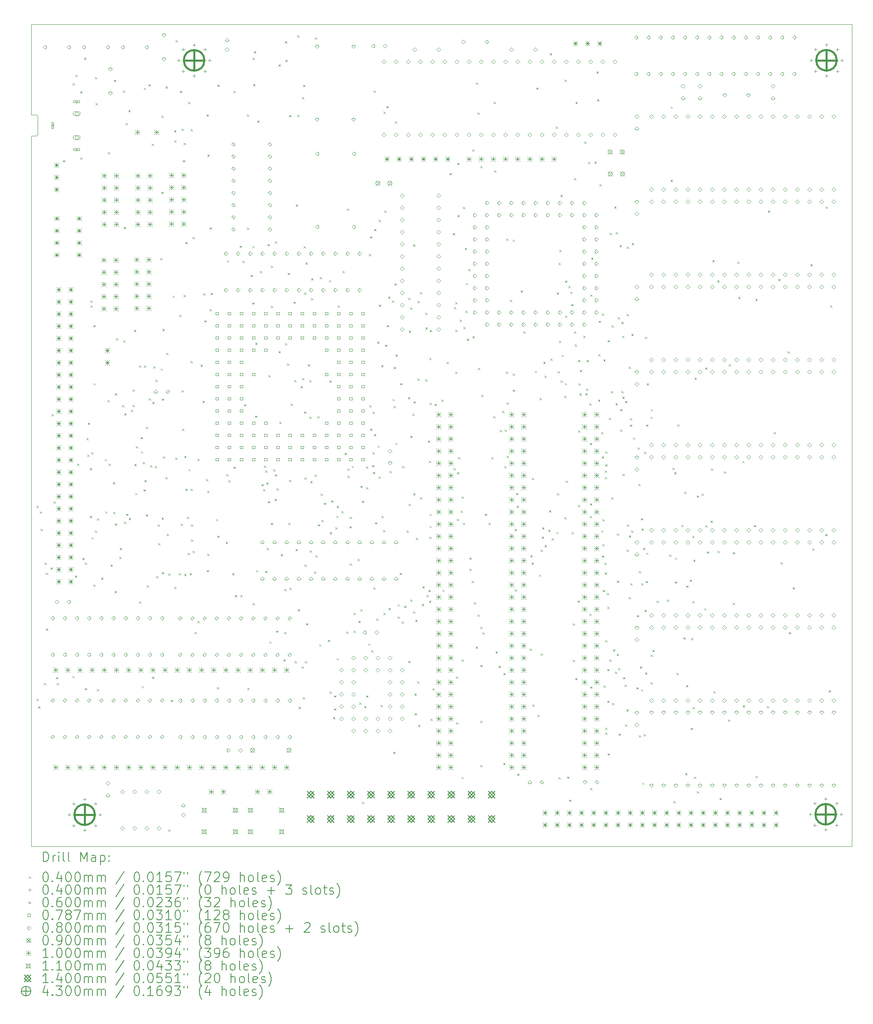
<source format=gbr>
%TF.GenerationSoftware,KiCad,Pcbnew,7.0.10*%
%TF.CreationDate,2024-02-19T01:26:20+02:00*%
%TF.ProjectId,jox030,6a6f7830-3330-42e6-9b69-6361645f7063,rev?*%
%TF.SameCoordinates,Original*%
%TF.FileFunction,Drillmap*%
%TF.FilePolarity,Positive*%
%FSLAX45Y45*%
G04 Gerber Fmt 4.5, Leading zero omitted, Abs format (unit mm)*
G04 Created by KiCad (PCBNEW 7.0.10) date 2024-02-19 01:26:20*
%MOMM*%
%LPD*%
G01*
G04 APERTURE LIST*
%ADD10C,0.100000*%
%ADD11C,0.120000*%
%ADD12C,0.200000*%
%ADD13C,0.110000*%
%ADD14C,0.140000*%
%ADD15C,0.430000*%
G04 APERTURE END LIST*
D10*
X18542000Y-1282700D02*
X18542000Y-18417000D01*
X18542000Y-18417000D02*
X1396000Y-18417000D01*
X1445000Y-1255000D02*
X18542000Y-1255000D01*
X18542000Y-1255000D02*
X18542000Y-1282850D01*
X18209797Y-17746980D02*
G75*
G03*
X17776923Y-17746980I-216437J0D01*
G01*
X17776923Y-17746980D02*
G75*
G03*
X18209797Y-17746980I216437J0D01*
G01*
X18227055Y-1998980D02*
G75*
G03*
X17790145Y-1998980I-218455J0D01*
G01*
X17790145Y-1998980D02*
G75*
G03*
X18227055Y-1998980I218455J0D01*
G01*
X5022090Y-2004060D02*
G75*
G03*
X4579110Y-2004060I-221490J0D01*
G01*
X4579110Y-2004060D02*
G75*
G03*
X5022090Y-2004060I221490J0D01*
G01*
X1445000Y-1255000D02*
X1395000Y-1255000D01*
X2728914Y-17752060D02*
G75*
G03*
X2295206Y-17752060I-216854J0D01*
G01*
X2295206Y-17752060D02*
G75*
G03*
X2728914Y-17752060I216854J0D01*
G01*
X1395000Y-4016000D02*
X1396000Y-18417000D01*
X1395000Y-2716000D02*
X1395000Y-1255000D01*
D11*
X1495000Y-3146000D02*
X1395000Y-3146000D01*
X1395000Y-3146000D02*
X1395000Y-2716000D01*
X1535000Y-3546000D02*
X1535000Y-3186000D01*
X1495000Y-3586000D02*
X1395000Y-3586000D01*
X1395000Y-3586000D02*
X1395000Y-4016000D01*
X1535000Y-3186000D02*
G75*
G03*
X1495000Y-3146000I-40000J0D01*
G01*
X1495000Y-3586000D02*
G75*
G03*
X1535000Y-3546000I0J40000D01*
G01*
D12*
D10*
X1505140Y-15334900D02*
X1545140Y-15374900D01*
X1545140Y-15334900D02*
X1505140Y-15374900D01*
X1510640Y-11306100D02*
X1550640Y-11346100D01*
X1550640Y-11306100D02*
X1510640Y-11346100D01*
X1543510Y-15492600D02*
X1583510Y-15532600D01*
X1583510Y-15492600D02*
X1543510Y-15532600D01*
X1574090Y-11425900D02*
X1614090Y-11465900D01*
X1614090Y-11425900D02*
X1574090Y-11465900D01*
X1590710Y-11790700D02*
X1630710Y-11830700D01*
X1630710Y-11790700D02*
X1590710Y-11830700D01*
X1657630Y-15005500D02*
X1697630Y-15045500D01*
X1697630Y-15005500D02*
X1657630Y-15045500D01*
X1674550Y-12492800D02*
X1714550Y-12532800D01*
X1714550Y-12492800D02*
X1674550Y-12532800D01*
X1701090Y-12702300D02*
X1741090Y-12742300D01*
X1741090Y-12702300D02*
X1701090Y-12742300D01*
X1704140Y-13865800D02*
X1744140Y-13905800D01*
X1744140Y-13865800D02*
X1704140Y-13905800D01*
X1799390Y-12595000D02*
X1839390Y-12635000D01*
X1839390Y-12595000D02*
X1799390Y-12635000D01*
X1818170Y-9392970D02*
X1858170Y-9432970D01*
X1858170Y-9392970D02*
X1818170Y-9432970D01*
X1863360Y-11213900D02*
X1903360Y-11253900D01*
X1903360Y-11213900D02*
X1863360Y-11253900D01*
X1916780Y-14883000D02*
X1956780Y-14923000D01*
X1956780Y-14883000D02*
X1916780Y-14923000D01*
X1932420Y-15003300D02*
X1972420Y-15043300D01*
X1972420Y-15003300D02*
X1932420Y-15043300D01*
X2056620Y-4087750D02*
X2096620Y-4127750D01*
X2096620Y-4087750D02*
X2056620Y-4127750D01*
X2257690Y-14856800D02*
X2297690Y-14896800D01*
X2297690Y-14856800D02*
X2257690Y-14896800D01*
X2262050Y-2485850D02*
X2302050Y-2525850D01*
X2302050Y-2485850D02*
X2262050Y-2525850D01*
X2308940Y-12762200D02*
X2348940Y-12802200D01*
X2348940Y-12762200D02*
X2308940Y-12802200D01*
X2322000Y-2307000D02*
X2362000Y-2347000D01*
X2362000Y-2307000D02*
X2322000Y-2347000D01*
X2355570Y-10426800D02*
X2395570Y-10466800D01*
X2395570Y-10426800D02*
X2355570Y-10466800D01*
X2418000Y-2651630D02*
X2458000Y-2691630D01*
X2458000Y-2651630D02*
X2418000Y-2691630D01*
X2424780Y-4030860D02*
X2464780Y-4070860D01*
X2464780Y-4030860D02*
X2424780Y-4070860D01*
X2467180Y-12392600D02*
X2507180Y-12432600D01*
X2507180Y-12392600D02*
X2467180Y-12432600D01*
X2503430Y-1951550D02*
X2543430Y-1991550D01*
X2543430Y-1951550D02*
X2503430Y-1991550D01*
X2512370Y-12492800D02*
X2552370Y-12532800D01*
X2552370Y-12492800D02*
X2512370Y-12532800D01*
X2515920Y-15112200D02*
X2555920Y-15152200D01*
X2555920Y-15112200D02*
X2515920Y-15152200D01*
X2551160Y-9893130D02*
X2591160Y-9933130D01*
X2591160Y-9893130D02*
X2551160Y-9933130D01*
X2563500Y-10239800D02*
X2603500Y-10279800D01*
X2603500Y-10239800D02*
X2563500Y-10279800D01*
X2578920Y-9570610D02*
X2618920Y-9610610D01*
X2618920Y-9570610D02*
X2578920Y-9610610D01*
X2622020Y-10520900D02*
X2662020Y-10560900D01*
X2662020Y-10520900D02*
X2622020Y-10560900D01*
X2622020Y-11518800D02*
X2662020Y-11558800D01*
X2662020Y-11518800D02*
X2622020Y-11558800D01*
X2632180Y-7123800D02*
X2672180Y-7163800D01*
X2672180Y-7123800D02*
X2632180Y-7163800D01*
X2632880Y-7021320D02*
X2672880Y-7061320D01*
X2672880Y-7021320D02*
X2632880Y-7061320D01*
X2653110Y-10185600D02*
X2693110Y-10225600D01*
X2693110Y-10185600D02*
X2653110Y-10225600D01*
X2654770Y-11961900D02*
X2694770Y-12001900D01*
X2694770Y-11961900D02*
X2654770Y-12001900D01*
X2691810Y-7533520D02*
X2731810Y-7573520D01*
X2731810Y-7533520D02*
X2691810Y-7573520D01*
X2695020Y-12948200D02*
X2735020Y-12988200D01*
X2735020Y-12948200D02*
X2695020Y-12988200D01*
X2696610Y-8744030D02*
X2736610Y-8784030D01*
X2736610Y-8744030D02*
X2696610Y-8784030D01*
X2728540Y-2354220D02*
X2768540Y-2394220D01*
X2768540Y-2354220D02*
X2728540Y-2394220D01*
X2730000Y-11820000D02*
X2770000Y-11860000D01*
X2770000Y-11820000D02*
X2730000Y-11860000D01*
X2742240Y-2900160D02*
X2782240Y-2940160D01*
X2782240Y-2900160D02*
X2742240Y-2940160D01*
X2770710Y-15133300D02*
X2810710Y-15173300D01*
X2810710Y-15133300D02*
X2770710Y-15173300D01*
X2772070Y-11566300D02*
X2812070Y-11606300D01*
X2812070Y-11566300D02*
X2772070Y-11606300D01*
X2857880Y-12805600D02*
X2897880Y-12845600D01*
X2897880Y-12805600D02*
X2857880Y-12845600D01*
X2935390Y-10326800D02*
X2975390Y-10366800D01*
X2975390Y-10326800D02*
X2935390Y-10366800D01*
X2942000Y-11419800D02*
X2982000Y-11459800D01*
X2982000Y-11419800D02*
X2942000Y-11459800D01*
X2988940Y-9096860D02*
X3028940Y-9136860D01*
X3028940Y-9096860D02*
X2988940Y-9136860D01*
X2999450Y-3923780D02*
X3039450Y-3963780D01*
X3039450Y-3923780D02*
X2999450Y-3963780D01*
X3012580Y-10428000D02*
X3052580Y-10468000D01*
X3052580Y-10428000D02*
X3012580Y-10468000D01*
X3053760Y-12536200D02*
X3093760Y-12576200D01*
X3093760Y-12536200D02*
X3053760Y-12576200D01*
X3103660Y-10813500D02*
X3143660Y-10853500D01*
X3143660Y-10813500D02*
X3103660Y-10853500D01*
X3108550Y-11433600D02*
X3148550Y-11473600D01*
X3148550Y-11433600D02*
X3108550Y-11473600D01*
X3128030Y-2412500D02*
X3168030Y-2452500D01*
X3168030Y-2412500D02*
X3128030Y-2452500D01*
X3136570Y-13082800D02*
X3176570Y-13122800D01*
X3176570Y-13082800D02*
X3136570Y-13122800D01*
X3139460Y-11674600D02*
X3179460Y-11714600D01*
X3179460Y-11674600D02*
X3139460Y-11714600D01*
X3139900Y-8955270D02*
X3179900Y-8995270D01*
X3179900Y-8955270D02*
X3139900Y-8995270D01*
X3166580Y-7808590D02*
X3206580Y-7848590D01*
X3206580Y-7808590D02*
X3166580Y-7848590D01*
X3236000Y-12372000D02*
X3276000Y-12412000D01*
X3276000Y-12372000D02*
X3236000Y-12412000D01*
X3248120Y-12185900D02*
X3288120Y-12225900D01*
X3288120Y-12185900D02*
X3248120Y-12225900D01*
X3293710Y-9208630D02*
X3333710Y-9248630D01*
X3333710Y-9208630D02*
X3293710Y-9248630D01*
X3308840Y-2638800D02*
X3348840Y-2678800D01*
X3348840Y-2638800D02*
X3308840Y-2678800D01*
X3319160Y-7851680D02*
X3359160Y-7891680D01*
X3359160Y-7851680D02*
X3319160Y-7891680D01*
X3329530Y-5484350D02*
X3369530Y-5524350D01*
X3369530Y-5484350D02*
X3329530Y-5524350D01*
X3338000Y-11635000D02*
X3378000Y-11675000D01*
X3378000Y-11635000D02*
X3338000Y-11675000D01*
X3340270Y-9373270D02*
X3380270Y-9413270D01*
X3380270Y-9373270D02*
X3340270Y-9413270D01*
X3370010Y-3313270D02*
X3410010Y-3353270D01*
X3410010Y-3313270D02*
X3370010Y-3353270D01*
X3380660Y-11471600D02*
X3420660Y-11511600D01*
X3420660Y-11471600D02*
X3380660Y-11511600D01*
X3425250Y-3042150D02*
X3465250Y-3082150D01*
X3465250Y-3042150D02*
X3425250Y-3082150D01*
X3433690Y-11560600D02*
X3473690Y-11600600D01*
X3473690Y-11560600D02*
X3433690Y-11600600D01*
X3479600Y-9299550D02*
X3519600Y-9339550D01*
X3519600Y-9299550D02*
X3479600Y-9339550D01*
X3511540Y-8878160D02*
X3551540Y-8918160D01*
X3551540Y-8878160D02*
X3511540Y-8918160D01*
X3511940Y-9195810D02*
X3551940Y-9235810D01*
X3551940Y-9195810D02*
X3511940Y-9235810D01*
X3545190Y-7631230D02*
X3585190Y-7671230D01*
X3585190Y-7631230D02*
X3545190Y-7671230D01*
X3552000Y-10431000D02*
X3592000Y-10471000D01*
X3592000Y-10431000D02*
X3552000Y-10471000D01*
X3569660Y-11038700D02*
X3609660Y-11078700D01*
X3609660Y-11038700D02*
X3569660Y-11078700D01*
X3582210Y-10058300D02*
X3622210Y-10098300D01*
X3622210Y-10058300D02*
X3582210Y-10098300D01*
X3652030Y-13304000D02*
X3692030Y-13344000D01*
X3692030Y-13304000D02*
X3652030Y-13344000D01*
X3652650Y-8376000D02*
X3692650Y-8416000D01*
X3692650Y-8376000D02*
X3652650Y-8416000D01*
X3684820Y-9869590D02*
X3724820Y-9909590D01*
X3724820Y-9869590D02*
X3684820Y-9909590D01*
X3688780Y-10166400D02*
X3728780Y-10206400D01*
X3728780Y-10166400D02*
X3688780Y-10206400D01*
X3704950Y-15068900D02*
X3744950Y-15108900D01*
X3744950Y-15068900D02*
X3704950Y-15108900D01*
X3726500Y-10394000D02*
X3766500Y-10434000D01*
X3766500Y-10394000D02*
X3726500Y-10434000D01*
X3742770Y-10963500D02*
X3782770Y-11003500D01*
X3782770Y-10963500D02*
X3742770Y-11003500D01*
X3747490Y-2581030D02*
X3787490Y-2621030D01*
X3787490Y-2581030D02*
X3747490Y-2621030D01*
X3752840Y-8376000D02*
X3792840Y-8416000D01*
X3792840Y-8376000D02*
X3752840Y-8416000D01*
X3757430Y-10768300D02*
X3797430Y-10808300D01*
X3797430Y-10768300D02*
X3757430Y-10808300D01*
X3789480Y-11483500D02*
X3829480Y-11523500D01*
X3829480Y-11483500D02*
X3789480Y-11523500D01*
X3792560Y-9656270D02*
X3832560Y-9696270D01*
X3832560Y-9656270D02*
X3792560Y-9696270D01*
X3811710Y-12963500D02*
X3851710Y-13003500D01*
X3851710Y-12963500D02*
X3811710Y-13003500D01*
X3842140Y-2503840D02*
X3882140Y-2543840D01*
X3882140Y-2503840D02*
X3842140Y-2543840D01*
X3853500Y-9060500D02*
X3893500Y-9100500D01*
X3893500Y-9060500D02*
X3853500Y-9100500D01*
X3877540Y-10457500D02*
X3917540Y-10497500D01*
X3917540Y-10457500D02*
X3877540Y-10497500D01*
X3912870Y-3742450D02*
X3952870Y-3782450D01*
X3952870Y-3742450D02*
X3912870Y-3782450D01*
X3920280Y-14874500D02*
X3960280Y-14914500D01*
X3960280Y-14874500D02*
X3920280Y-14914500D01*
X3923980Y-9136270D02*
X3963980Y-9176270D01*
X3963980Y-9136270D02*
X3923980Y-9176270D01*
X3948329Y-8392175D02*
X3988329Y-8432175D01*
X3988329Y-8392175D02*
X3948329Y-8432175D01*
X3978310Y-10474000D02*
X4018310Y-10514000D01*
X4018310Y-10474000D02*
X3978310Y-10514000D01*
X3987500Y-8670190D02*
X4027500Y-8710190D01*
X4027500Y-8670190D02*
X3987500Y-8710190D01*
X4003250Y-12772000D02*
X4043250Y-12812000D01*
X4043250Y-12772000D02*
X4003250Y-12812000D01*
X4038890Y-11693200D02*
X4078890Y-11733200D01*
X4078890Y-11693200D02*
X4038890Y-11733200D01*
X4046520Y-12082400D02*
X4086520Y-12122400D01*
X4086520Y-12082400D02*
X4046520Y-12122400D01*
X4093140Y-6131480D02*
X4133140Y-6171480D01*
X4133140Y-6131480D02*
X4093140Y-6171480D01*
X4103329Y-8439500D02*
X4143329Y-8479500D01*
X4143329Y-8439500D02*
X4103329Y-8479500D01*
X4113160Y-4747350D02*
X4153160Y-4787350D01*
X4153160Y-4747350D02*
X4113160Y-4787350D01*
X4115000Y-3159000D02*
X4155000Y-3199000D01*
X4155000Y-3159000D02*
X4115000Y-3199000D01*
X4119290Y-11552900D02*
X4159290Y-11592900D01*
X4159290Y-11552900D02*
X4119290Y-11592900D01*
X4121540Y-9066240D02*
X4161540Y-9106240D01*
X4161540Y-9066240D02*
X4121540Y-9106240D01*
X4124100Y-12689000D02*
X4164100Y-12729000D01*
X4164100Y-12689000D02*
X4124100Y-12729000D01*
X4137500Y-7616580D02*
X4177500Y-7656580D01*
X4177500Y-7616580D02*
X4137500Y-7656580D01*
X4147520Y-10275600D02*
X4187520Y-10315600D01*
X4187520Y-10275600D02*
X4147520Y-10315600D01*
X4202000Y-10706000D02*
X4242000Y-10746000D01*
X4242000Y-10706000D02*
X4202000Y-10746000D01*
X4203420Y-2552780D02*
X4243420Y-2592780D01*
X4243420Y-2552780D02*
X4203420Y-2592780D01*
X4216860Y-8112040D02*
X4256860Y-8152040D01*
X4256860Y-8112040D02*
X4216860Y-8152040D01*
X4226200Y-11887400D02*
X4266200Y-11927400D01*
X4266200Y-11887400D02*
X4226200Y-11927400D01*
X4260830Y-12720400D02*
X4300830Y-12760400D01*
X4300830Y-12720400D02*
X4260830Y-12760400D01*
X4261000Y-18059000D02*
X4301000Y-18099000D01*
X4301000Y-18059000D02*
X4261000Y-18099000D01*
X4311490Y-15357500D02*
X4351490Y-15397500D01*
X4351490Y-15357500D02*
X4311490Y-15397500D01*
X4348470Y-6915660D02*
X4388470Y-6955660D01*
X4388470Y-6915660D02*
X4348470Y-6955660D01*
X4382000Y-3466050D02*
X4422000Y-3506050D01*
X4422000Y-3466050D02*
X4382000Y-3506050D01*
X4388000Y-12997000D02*
X4428000Y-13037000D01*
X4428000Y-12997000D02*
X4388000Y-13037000D01*
X4389490Y-3674120D02*
X4429490Y-3714120D01*
X4429490Y-3674120D02*
X4389490Y-3714120D01*
X4401440Y-10298100D02*
X4441440Y-10338100D01*
X4441440Y-10298100D02*
X4401440Y-10338100D01*
X4412330Y-1583400D02*
X4452330Y-1623400D01*
X4452330Y-1583400D02*
X4412330Y-1623400D01*
X4478910Y-12713200D02*
X4518910Y-12753200D01*
X4518910Y-12713200D02*
X4478910Y-12753200D01*
X4487420Y-7319310D02*
X4527420Y-7359310D01*
X4527420Y-7319310D02*
X4487420Y-7359310D01*
X4506750Y-2640610D02*
X4546750Y-2680610D01*
X4546750Y-2640610D02*
X4506750Y-2680610D01*
X4523270Y-11680400D02*
X4563270Y-11720400D01*
X4563270Y-11680400D02*
X4523270Y-11720400D01*
X4536690Y-8894680D02*
X4576690Y-8934680D01*
X4576690Y-8894680D02*
X4536690Y-8934680D01*
X4540700Y-3433320D02*
X4580700Y-3473320D01*
X4580700Y-3433320D02*
X4540700Y-3473320D01*
X4546000Y-9700000D02*
X4586000Y-9740000D01*
X4586000Y-9700000D02*
X4546000Y-9740000D01*
X4563030Y-4088420D02*
X4603030Y-4128420D01*
X4603030Y-4088420D02*
X4563030Y-4128420D01*
X4582690Y-3728150D02*
X4622690Y-3768150D01*
X4622690Y-3728150D02*
X4582690Y-3768150D01*
X4584250Y-6905510D02*
X4624250Y-6945510D01*
X4624250Y-6905510D02*
X4584250Y-6945510D01*
X4593000Y-10267000D02*
X4633000Y-10307000D01*
X4633000Y-10267000D02*
X4593000Y-10307000D01*
X4595000Y-12729000D02*
X4635000Y-12769000D01*
X4635000Y-12729000D02*
X4595000Y-12769000D01*
X4618010Y-5798340D02*
X4658010Y-5838340D01*
X4658010Y-5798340D02*
X4618010Y-5838340D01*
X4619060Y-10947700D02*
X4659060Y-10987700D01*
X4659060Y-10947700D02*
X4619060Y-10987700D01*
X4646270Y-11535100D02*
X4686270Y-11575100D01*
X4686270Y-11535100D02*
X4646270Y-11575100D01*
X4667370Y-12285000D02*
X4707370Y-12325000D01*
X4707370Y-12285000D02*
X4667370Y-12325000D01*
X4674000Y-2871370D02*
X4714000Y-2911370D01*
X4714000Y-2871370D02*
X4674000Y-2911370D01*
X4679770Y-10539600D02*
X4719770Y-10579600D01*
X4719770Y-10539600D02*
X4679770Y-10579600D01*
X4703000Y-12713000D02*
X4743000Y-12753000D01*
X4743000Y-12713000D02*
X4703000Y-12753000D01*
X4725590Y-3441970D02*
X4765590Y-3481970D01*
X4765590Y-3441970D02*
X4725590Y-3481970D01*
X4726250Y-8280590D02*
X4766250Y-8320590D01*
X4766250Y-8280590D02*
X4726250Y-8320590D01*
X4727700Y-10951300D02*
X4767700Y-10991300D01*
X4767700Y-10951300D02*
X4727700Y-10991300D01*
X4733560Y-11695800D02*
X4773560Y-11735800D01*
X4773560Y-11695800D02*
X4733560Y-11735800D01*
X4734070Y-12006700D02*
X4774070Y-12046700D01*
X4774070Y-12006700D02*
X4734070Y-12046700D01*
X4765530Y-12247800D02*
X4805530Y-12287800D01*
X4805530Y-12247800D02*
X4765530Y-12287800D01*
X4766430Y-5691890D02*
X4806430Y-5731890D01*
X4806430Y-5691890D02*
X4766430Y-5731890D01*
X4811040Y-13938500D02*
X4851040Y-13978500D01*
X4851040Y-13938500D02*
X4811040Y-13978500D01*
X4867000Y-10322800D02*
X4907000Y-10362800D01*
X4907000Y-10322800D02*
X4867000Y-10362800D01*
X4869000Y-13707200D02*
X4909000Y-13747200D01*
X4909000Y-13707200D02*
X4869000Y-13747200D01*
X4933000Y-8362000D02*
X4973000Y-8402000D01*
X4973000Y-8362000D02*
X4933000Y-8402000D01*
X4976010Y-9112990D02*
X5016010Y-9152990D01*
X5016010Y-9112990D02*
X4976010Y-9152990D01*
X4985330Y-6871980D02*
X5025330Y-6911980D01*
X5025330Y-6871980D02*
X4985330Y-6911980D01*
X5014610Y-7432700D02*
X5054610Y-7472700D01*
X5054610Y-7432700D02*
X5014610Y-7472700D01*
X5046330Y-10745000D02*
X5086330Y-10785000D01*
X5086330Y-10745000D02*
X5046330Y-10785000D01*
X5058720Y-3132670D02*
X5098720Y-3172670D01*
X5098720Y-3132670D02*
X5058720Y-3172670D01*
X5065240Y-12647800D02*
X5105240Y-12687800D01*
X5105240Y-12647800D02*
X5065240Y-12687800D01*
X5072000Y-12307100D02*
X5112000Y-12347100D01*
X5112000Y-12307100D02*
X5072000Y-12347100D01*
X5074000Y-10994000D02*
X5114000Y-11034000D01*
X5114000Y-10994000D02*
X5074000Y-11034000D01*
X5076790Y-3970980D02*
X5116790Y-4010980D01*
X5116790Y-3970980D02*
X5076790Y-4010980D01*
X5120830Y-7201620D02*
X5160830Y-7241620D01*
X5160830Y-7201620D02*
X5120830Y-7241620D01*
X5121440Y-5493890D02*
X5161440Y-5533890D01*
X5161440Y-5493890D02*
X5121440Y-5533890D01*
X5143930Y-6859750D02*
X5183930Y-6899750D01*
X5183930Y-6859750D02*
X5143930Y-6899750D01*
X5254720Y-11580000D02*
X5294720Y-11620000D01*
X5294720Y-11580000D02*
X5254720Y-11620000D01*
X5276600Y-15090100D02*
X5316600Y-15130100D01*
X5316600Y-15090100D02*
X5276600Y-15130100D01*
X5282000Y-11926900D02*
X5322000Y-11966900D01*
X5322000Y-11926900D02*
X5282000Y-11966900D01*
X5282580Y-2513760D02*
X5322580Y-2553760D01*
X5322580Y-2513760D02*
X5282580Y-2553760D01*
X5457000Y-12062000D02*
X5497000Y-12102000D01*
X5497000Y-12062000D02*
X5457000Y-12102000D01*
X5469870Y-10643300D02*
X5509870Y-10683300D01*
X5509870Y-10643300D02*
X5469870Y-10683300D01*
X5483960Y-6178510D02*
X5523960Y-6218510D01*
X5523960Y-6178510D02*
X5483960Y-6218510D01*
X5512770Y-10774500D02*
X5552770Y-10814500D01*
X5552770Y-10774500D02*
X5512770Y-10814500D01*
X5592600Y-12712800D02*
X5632600Y-12752800D01*
X5632600Y-12712800D02*
X5592600Y-12752800D01*
X5621300Y-2644550D02*
X5661300Y-2684550D01*
X5661300Y-2644550D02*
X5621300Y-2684550D01*
X5621940Y-10487600D02*
X5661940Y-10527600D01*
X5661940Y-10487600D02*
X5621940Y-10527600D01*
X5651330Y-13169800D02*
X5691330Y-13209800D01*
X5691330Y-13169800D02*
X5651330Y-13209800D01*
X5750100Y-5874110D02*
X5790100Y-5914110D01*
X5790100Y-5874110D02*
X5750100Y-5914110D01*
X5764710Y-13168600D02*
X5804710Y-13208600D01*
X5804710Y-13168600D02*
X5764710Y-13208600D01*
X5810090Y-6190630D02*
X5850090Y-6230630D01*
X5850090Y-6190630D02*
X5810090Y-6230630D01*
X5842460Y-9184360D02*
X5882460Y-9224360D01*
X5882460Y-9184360D02*
X5842460Y-9224360D01*
X5899970Y-3136230D02*
X5939970Y-3176230D01*
X5939970Y-3136230D02*
X5899970Y-3176230D01*
X5901500Y-5496750D02*
X5941500Y-5536750D01*
X5941500Y-5496750D02*
X5901500Y-5536750D01*
X5912300Y-15108500D02*
X5952300Y-15148500D01*
X5952300Y-15108500D02*
X5912300Y-15148500D01*
X5976770Y-6483850D02*
X6016770Y-6523850D01*
X6016770Y-6483850D02*
X5976770Y-6523850D01*
X6012530Y-7058750D02*
X6052530Y-7098750D01*
X6052530Y-7058750D02*
X6012530Y-7098750D01*
X6016380Y-5881830D02*
X6056380Y-5921830D01*
X6056380Y-5881830D02*
X6016380Y-5921830D01*
X6021080Y-13336700D02*
X6061080Y-13376700D01*
X6061080Y-13336700D02*
X6021080Y-13376700D01*
X6022120Y-1948500D02*
X6062120Y-1988500D01*
X6062120Y-1948500D02*
X6022120Y-1988500D01*
X6034440Y-2503220D02*
X6074440Y-2543220D01*
X6074440Y-2503220D02*
X6034440Y-2543220D01*
X6050570Y-1817260D02*
X6090570Y-1857260D01*
X6090570Y-1817260D02*
X6050570Y-1857260D01*
X6069210Y-9421100D02*
X6109210Y-9461100D01*
X6109210Y-9421100D02*
X6069210Y-9461100D01*
X6075960Y-7904830D02*
X6115960Y-7944830D01*
X6115960Y-7904830D02*
X6075960Y-7944830D01*
X6092320Y-12648700D02*
X6132320Y-12688700D01*
X6132320Y-12648700D02*
X6092320Y-12688700D01*
X6118190Y-3265070D02*
X6158190Y-3305070D01*
X6158190Y-3265070D02*
X6118190Y-3305070D01*
X6174780Y-6405060D02*
X6214780Y-6445060D01*
X6214780Y-6405060D02*
X6174780Y-6445060D01*
X6209810Y-10851600D02*
X6249810Y-10891600D01*
X6249810Y-10851600D02*
X6209810Y-10891600D01*
X6243230Y-10957500D02*
X6283230Y-10997500D01*
X6283230Y-10957500D02*
X6243230Y-10997500D01*
X6254660Y-10467000D02*
X6294660Y-10507000D01*
X6294660Y-10467000D02*
X6254660Y-10507000D01*
X6281590Y-10567200D02*
X6321590Y-10607200D01*
X6321590Y-10567200D02*
X6281590Y-10607200D01*
X6283630Y-12664400D02*
X6323630Y-12704400D01*
X6323630Y-12664400D02*
X6283630Y-12704400D01*
X6310010Y-10818700D02*
X6350010Y-10858700D01*
X6350010Y-10818700D02*
X6310010Y-10858700D01*
X6315040Y-12184900D02*
X6355040Y-12224900D01*
X6355040Y-12184900D02*
X6315040Y-12224900D01*
X6334860Y-5840150D02*
X6374860Y-5880150D01*
X6374860Y-5840150D02*
X6334860Y-5880150D01*
X6341370Y-11208600D02*
X6381370Y-11248600D01*
X6381370Y-11208600D02*
X6341370Y-11248600D01*
X6352710Y-8578110D02*
X6392710Y-8618110D01*
X6392710Y-8578110D02*
X6352710Y-8618110D01*
X6372530Y-14137500D02*
X6412530Y-14177500D01*
X6412530Y-14137500D02*
X6372530Y-14177500D01*
X6399020Y-11665000D02*
X6439020Y-11705000D01*
X6439020Y-11665000D02*
X6399020Y-11705000D01*
X6401880Y-6295900D02*
X6441880Y-6335900D01*
X6441880Y-6295900D02*
X6401880Y-6335900D01*
X6401880Y-7131470D02*
X6441880Y-7171470D01*
X6441880Y-7131470D02*
X6401880Y-7171470D01*
X6455280Y-10543500D02*
X6495280Y-10583500D01*
X6495280Y-10543500D02*
X6455280Y-10583500D01*
X6482300Y-11159000D02*
X6522300Y-11199000D01*
X6522300Y-11159000D02*
X6482300Y-11199000D01*
X6483920Y-5783590D02*
X6523920Y-5823590D01*
X6523920Y-5783590D02*
X6483920Y-5823590D01*
X6485510Y-10650000D02*
X6525510Y-10690000D01*
X6525510Y-10650000D02*
X6485510Y-10690000D01*
X6510070Y-13908300D02*
X6550070Y-13948300D01*
X6550070Y-13908300D02*
X6510070Y-13948300D01*
X6522110Y-10940000D02*
X6562110Y-10980000D01*
X6562110Y-10940000D02*
X6522110Y-10980000D01*
X6563360Y-2090510D02*
X6603360Y-2130510D01*
X6603360Y-2090510D02*
X6563360Y-2130510D01*
X6564880Y-8076200D02*
X6604880Y-8116200D01*
X6604880Y-8076200D02*
X6564880Y-8116200D01*
X6580770Y-9550170D02*
X6620770Y-9590170D01*
X6620770Y-9550170D02*
X6580770Y-9590170D01*
X6608540Y-12313400D02*
X6648540Y-12353400D01*
X6648540Y-12313400D02*
X6608540Y-12353400D01*
X6664940Y-14510200D02*
X6704940Y-14550200D01*
X6704940Y-14510200D02*
X6664940Y-14550200D01*
X6679830Y-13938600D02*
X6719830Y-13978600D01*
X6719830Y-13938600D02*
X6679830Y-13978600D01*
X6680590Y-13039600D02*
X6720590Y-13079600D01*
X6720590Y-13039600D02*
X6680590Y-13079600D01*
X6696760Y-1607490D02*
X6736760Y-1647490D01*
X6736760Y-1607490D02*
X6696760Y-1647490D01*
X6700000Y-7910510D02*
X6740000Y-7950510D01*
X6740000Y-7910510D02*
X6700000Y-7950510D01*
X6708610Y-1995420D02*
X6748610Y-2035420D01*
X6748610Y-1995420D02*
X6708610Y-2035420D01*
X6737860Y-8336710D02*
X6777860Y-8376710D01*
X6777860Y-8336710D02*
X6737860Y-8376710D01*
X6758840Y-6441620D02*
X6798840Y-6481620D01*
X6798840Y-6441620D02*
X6758840Y-6481620D01*
X6768400Y-11658600D02*
X6808400Y-11698600D01*
X6808400Y-11658600D02*
X6768400Y-11698600D01*
X6780170Y-10762600D02*
X6820170Y-10802600D01*
X6820170Y-10762600D02*
X6780170Y-10802600D01*
X6783160Y-3148440D02*
X6823160Y-3188440D01*
X6823160Y-3148440D02*
X6783160Y-3188440D01*
X6792010Y-13013300D02*
X6832010Y-13053300D01*
X6832010Y-13013300D02*
X6792010Y-13053300D01*
X6814070Y-9175090D02*
X6854070Y-9215090D01*
X6854070Y-9175090D02*
X6814070Y-9215090D01*
X6873830Y-7042740D02*
X6913830Y-7082740D01*
X6913830Y-7042740D02*
X6873830Y-7082740D01*
X6893460Y-8679500D02*
X6933460Y-8719500D01*
X6933460Y-8679500D02*
X6893460Y-8719500D01*
X6901820Y-14547700D02*
X6941820Y-14587700D01*
X6941820Y-14547700D02*
X6901820Y-14587700D01*
X6920120Y-12207800D02*
X6960120Y-12247800D01*
X6960120Y-12207800D02*
X6920120Y-12247800D01*
X6922000Y-5013000D02*
X6962000Y-5053000D01*
X6962000Y-5013000D02*
X6922000Y-5053000D01*
X6952000Y-1486000D02*
X6992000Y-1526000D01*
X6992000Y-1486000D02*
X6952000Y-1526000D01*
X6953000Y-3145000D02*
X6993000Y-3185000D01*
X6993000Y-3145000D02*
X6953000Y-3185000D01*
X6964670Y-13463000D02*
X7004670Y-13503000D01*
X7004670Y-13463000D02*
X6964670Y-13503000D01*
X6982680Y-15506600D02*
X7022680Y-15546600D01*
X7022680Y-15506600D02*
X6982680Y-15546600D01*
X7024850Y-8810890D02*
X7064850Y-8850890D01*
X7064850Y-8810890D02*
X7024850Y-8850890D01*
X7042940Y-14657800D02*
X7082940Y-14697800D01*
X7082940Y-14657800D02*
X7042940Y-14697800D01*
X7050770Y-8640650D02*
X7090770Y-8680650D01*
X7090770Y-8640650D02*
X7050770Y-8680650D01*
X7051180Y-2774000D02*
X7091180Y-2814000D01*
X7091180Y-2774000D02*
X7051180Y-2814000D01*
X7073220Y-15304500D02*
X7113220Y-15344500D01*
X7113220Y-15304500D02*
X7073220Y-15344500D01*
X7074560Y-2518150D02*
X7114560Y-2558150D01*
X7114560Y-2518150D02*
X7074560Y-2558150D01*
X7087450Y-5886410D02*
X7127450Y-5926410D01*
X7127450Y-5886410D02*
X7087450Y-5926410D01*
X7094000Y-6854060D02*
X7134000Y-6894060D01*
X7134000Y-6854060D02*
X7094000Y-6894060D01*
X7094520Y-9337600D02*
X7134520Y-9377600D01*
X7134520Y-9337600D02*
X7094520Y-9377600D01*
X7102830Y-12531800D02*
X7142830Y-12571800D01*
X7142830Y-12531800D02*
X7102830Y-12571800D01*
X7107240Y-10711800D02*
X7147240Y-10751800D01*
X7147240Y-10711800D02*
X7107240Y-10751800D01*
X7111600Y-14546700D02*
X7151600Y-14586700D01*
X7151600Y-14546700D02*
X7111600Y-14586700D01*
X7125030Y-6223210D02*
X7165030Y-6263210D01*
X7165030Y-6223210D02*
X7125030Y-6263210D01*
X7140010Y-13756800D02*
X7180010Y-13796800D01*
X7180010Y-13756800D02*
X7140010Y-13796800D01*
X7175350Y-8352150D02*
X7215350Y-8392150D01*
X7215350Y-8352150D02*
X7175350Y-8392150D01*
X7205270Y-8681480D02*
X7245270Y-8721480D01*
X7245270Y-8681480D02*
X7205270Y-8721480D01*
X7208000Y-9443320D02*
X7248000Y-9483320D01*
X7248000Y-9443320D02*
X7208000Y-9483320D01*
X7217000Y-12238300D02*
X7257000Y-12278300D01*
X7257000Y-12238300D02*
X7217000Y-12278300D01*
X7226790Y-10790600D02*
X7266790Y-10830600D01*
X7266790Y-10790600D02*
X7226790Y-10830600D01*
X7239470Y-6969150D02*
X7279470Y-7009150D01*
X7279470Y-6969150D02*
X7239470Y-7009150D01*
X7244370Y-6554790D02*
X7284370Y-6594790D01*
X7284370Y-6554790D02*
X7244370Y-6594790D01*
X7306450Y-12676300D02*
X7346450Y-12716300D01*
X7346450Y-12676300D02*
X7306450Y-12716300D01*
X7315390Y-10652400D02*
X7355390Y-10692400D01*
X7355390Y-10652400D02*
X7315390Y-10692400D01*
X7325210Y-1527630D02*
X7365210Y-1567630D01*
X7365210Y-1527630D02*
X7325210Y-1567630D01*
X7335150Y-12339900D02*
X7375150Y-12379900D01*
X7375150Y-12339900D02*
X7335150Y-12379900D01*
X7378000Y-9433780D02*
X7418000Y-9473780D01*
X7418000Y-9433780D02*
X7378000Y-9473780D01*
X7383750Y-11690600D02*
X7423750Y-11730600D01*
X7423750Y-11690600D02*
X7383750Y-11730600D01*
X7413950Y-14197400D02*
X7453950Y-14237400D01*
X7453950Y-14197400D02*
X7413950Y-14237400D01*
X7427050Y-6532080D02*
X7467050Y-6572080D01*
X7467050Y-6532080D02*
X7427050Y-6572080D01*
X7442972Y-11050800D02*
X7482972Y-11090800D01*
X7482972Y-11050800D02*
X7442972Y-11090800D01*
X7459910Y-11601900D02*
X7499910Y-11641900D01*
X7499910Y-11601900D02*
X7459910Y-11641900D01*
X7511730Y-11241200D02*
X7551730Y-11281200D01*
X7551730Y-11241200D02*
X7511730Y-11281200D01*
X7595110Y-14104200D02*
X7635110Y-14144200D01*
X7635110Y-14104200D02*
X7595110Y-14144200D01*
X7615710Y-6593350D02*
X7655710Y-6633350D01*
X7655710Y-6593350D02*
X7615710Y-6633350D01*
X7624100Y-8692160D02*
X7664100Y-8732160D01*
X7664100Y-8692160D02*
X7624100Y-8732160D01*
X7629770Y-15184600D02*
X7669770Y-15224600D01*
X7669770Y-15184600D02*
X7629770Y-15224600D01*
X7634150Y-11855700D02*
X7674150Y-11895700D01*
X7674150Y-11855700D02*
X7634150Y-11895700D01*
X7661630Y-11191800D02*
X7701630Y-11231800D01*
X7701630Y-11191800D02*
X7661630Y-11231800D01*
X7700890Y-15716300D02*
X7740890Y-15756300D01*
X7740890Y-15716300D02*
X7700890Y-15756300D01*
X7721240Y-15264200D02*
X7761240Y-15304200D01*
X7761240Y-15264200D02*
X7721240Y-15304200D01*
X7722570Y-15534600D02*
X7762570Y-15574600D01*
X7762570Y-15534600D02*
X7722570Y-15574600D01*
X7749280Y-11757100D02*
X7789280Y-11797100D01*
X7789280Y-11757100D02*
X7749280Y-11797100D01*
X7768480Y-11512000D02*
X7808480Y-11552000D01*
X7808480Y-11512000D02*
X7768480Y-11552000D01*
X7777180Y-14483800D02*
X7817180Y-14523800D01*
X7817180Y-14483800D02*
X7777180Y-14523800D01*
X7777670Y-11307800D02*
X7817670Y-11347800D01*
X7817670Y-11307800D02*
X7777670Y-11347800D01*
X7800340Y-7120180D02*
X7840340Y-7160180D01*
X7840340Y-7120180D02*
X7800340Y-7160180D01*
X7876580Y-11414500D02*
X7916580Y-11454500D01*
X7916580Y-11414500D02*
X7876580Y-11454500D01*
X7897700Y-6402370D02*
X7937700Y-6442370D01*
X7937700Y-6402370D02*
X7897700Y-6442370D01*
X7939590Y-10201800D02*
X7979590Y-10241800D01*
X7979590Y-10201800D02*
X7939590Y-10241800D01*
X7976870Y-13928500D02*
X8016870Y-13968500D01*
X8016870Y-13928500D02*
X7976870Y-13968500D01*
X7992720Y-5100710D02*
X8032720Y-5140710D01*
X8032720Y-5100710D02*
X7992720Y-5140710D01*
X8001970Y-10679400D02*
X8041970Y-10719400D01*
X8041970Y-10679400D02*
X8001970Y-10719400D01*
X8003410Y-10527400D02*
X8043410Y-10567400D01*
X8043410Y-10527400D02*
X8003410Y-10567400D01*
X8045810Y-11733200D02*
X8085810Y-11773200D01*
X8085810Y-11733200D02*
X8045810Y-11773200D01*
X8050460Y-11536800D02*
X8090460Y-11576800D01*
X8090460Y-11536800D02*
X8050460Y-11576800D01*
X8054590Y-12505400D02*
X8094590Y-12545400D01*
X8094590Y-12505400D02*
X8054590Y-12545400D01*
X8090530Y-10471700D02*
X8130530Y-10511700D01*
X8130530Y-10471700D02*
X8090530Y-10511700D01*
X8126120Y-13916000D02*
X8166120Y-13956000D01*
X8166120Y-13916000D02*
X8126120Y-13956000D01*
X8129180Y-13538400D02*
X8169180Y-13578400D01*
X8169180Y-13538400D02*
X8129180Y-13578400D01*
X8214360Y-12415100D02*
X8254360Y-12455100D01*
X8254360Y-12415100D02*
X8214360Y-12455100D01*
X8231620Y-13705600D02*
X8271620Y-13745600D01*
X8271620Y-13705600D02*
X8231620Y-13745600D01*
X8248910Y-15411600D02*
X8288910Y-15451600D01*
X8288910Y-15411600D02*
X8248910Y-15451600D01*
X8271930Y-13465700D02*
X8311930Y-13505700D01*
X8311930Y-13465700D02*
X8271930Y-13505700D01*
X8272230Y-10885900D02*
X8312230Y-10925900D01*
X8312230Y-10885900D02*
X8272230Y-10925900D01*
X8306390Y-17489200D02*
X8346390Y-17529200D01*
X8346390Y-17489200D02*
X8306390Y-17529200D01*
X8308370Y-11199800D02*
X8348370Y-11239800D01*
X8348370Y-11199800D02*
X8308370Y-11239800D01*
X8353690Y-15487400D02*
X8393690Y-15527400D01*
X8393690Y-15487400D02*
X8353690Y-15527400D01*
X8390430Y-15263800D02*
X8430430Y-15303800D01*
X8430430Y-15263800D02*
X8390430Y-15303800D01*
X8391890Y-10918800D02*
X8431890Y-10958800D01*
X8431890Y-10918800D02*
X8391890Y-10958800D01*
X8391980Y-10482400D02*
X8431980Y-10522400D01*
X8431980Y-10482400D02*
X8391980Y-10522400D01*
X8436930Y-14181200D02*
X8476930Y-14221200D01*
X8476930Y-14181200D02*
X8436930Y-14221200D01*
X8453300Y-6045590D02*
X8493300Y-6085590D01*
X8493300Y-6045590D02*
X8453300Y-6085590D01*
X8461850Y-9208450D02*
X8501850Y-9248450D01*
X8501850Y-9208450D02*
X8461850Y-9248450D01*
X8477990Y-5678890D02*
X8517990Y-5718890D01*
X8517990Y-5678890D02*
X8477990Y-5718890D01*
X8478430Y-9692840D02*
X8518430Y-9732840D01*
X8518430Y-9692840D02*
X8478430Y-9732840D01*
X8501620Y-14322800D02*
X8541620Y-14362800D01*
X8541620Y-14322800D02*
X8501620Y-14362800D01*
X8520030Y-10454000D02*
X8560030Y-10494000D01*
X8560030Y-10454000D02*
X8520030Y-10494000D01*
X8523930Y-9339530D02*
X8563930Y-9379530D01*
X8563930Y-9339530D02*
X8523930Y-9379530D01*
X8524560Y-10185000D02*
X8564560Y-10225000D01*
X8564560Y-10185000D02*
X8524560Y-10225000D01*
X8533750Y-10599400D02*
X8573750Y-10639400D01*
X8573750Y-10599400D02*
X8533750Y-10639400D01*
X8545870Y-13005000D02*
X8585870Y-13045000D01*
X8585870Y-13005000D02*
X8545870Y-13045000D01*
X8553170Y-2635520D02*
X8593170Y-2675520D01*
X8593170Y-2635520D02*
X8553170Y-2675520D01*
X8556850Y-9804950D02*
X8596850Y-9844950D01*
X8596850Y-9804950D02*
X8556850Y-9844950D01*
X8561900Y-5528120D02*
X8601900Y-5568120D01*
X8601900Y-5528120D02*
X8561900Y-5568120D01*
X8577380Y-11649500D02*
X8617380Y-11689500D01*
X8617380Y-11649500D02*
X8577380Y-11689500D01*
X8605500Y-13657300D02*
X8645500Y-13697300D01*
X8645500Y-13657300D02*
X8605500Y-13697300D01*
X8623130Y-7879370D02*
X8663130Y-7919370D01*
X8663130Y-7879370D02*
X8623130Y-7919370D01*
X8632680Y-10048600D02*
X8672680Y-10088600D01*
X8672680Y-10048600D02*
X8632680Y-10088600D01*
X8651200Y-10693600D02*
X8691200Y-10733600D01*
X8691200Y-10693600D02*
X8651200Y-10733600D01*
X8651660Y-5335570D02*
X8691660Y-5375570D01*
X8691660Y-5335570D02*
X8651660Y-5375570D01*
X8657750Y-7107080D02*
X8697750Y-7147080D01*
X8697750Y-7107080D02*
X8657750Y-7147080D01*
X8694080Y-15464600D02*
X8734080Y-15504600D01*
X8734080Y-15464600D02*
X8694080Y-15504600D01*
X8709350Y-8367130D02*
X8749350Y-8407130D01*
X8749350Y-8367130D02*
X8709350Y-8407130D01*
X8712150Y-11514700D02*
X8752150Y-11554700D01*
X8752150Y-11514700D02*
X8712150Y-11554700D01*
X8748720Y-11811600D02*
X8788720Y-11851600D01*
X8788720Y-11811600D02*
X8748720Y-11851600D01*
X8755290Y-3075920D02*
X8795290Y-3115920D01*
X8795290Y-3075920D02*
X8755290Y-3115920D01*
X8757250Y-13542000D02*
X8797250Y-13582000D01*
X8797250Y-13542000D02*
X8757250Y-13582000D01*
X8774720Y-5143967D02*
X8814720Y-5183967D01*
X8814720Y-5143967D02*
X8774720Y-5183967D01*
X8789500Y-7940170D02*
X8829500Y-7980170D01*
X8829500Y-7940170D02*
X8789500Y-7980170D01*
X8813540Y-2961480D02*
X8853540Y-3001480D01*
X8853540Y-2961480D02*
X8813540Y-3001480D01*
X8825130Y-7534870D02*
X8865130Y-7574870D01*
X8865130Y-7534870D02*
X8825130Y-7574870D01*
X8852910Y-6933930D02*
X8892910Y-6973930D01*
X8892910Y-6933930D02*
X8852910Y-6973930D01*
X8860500Y-13437000D02*
X8900500Y-13477000D01*
X8900500Y-13437000D02*
X8860500Y-13477000D01*
X8882270Y-10576600D02*
X8922270Y-10616600D01*
X8922270Y-10576600D02*
X8882270Y-10616600D01*
X8933270Y-7022430D02*
X8973270Y-7062430D01*
X8973270Y-7022430D02*
X8933270Y-7062430D01*
X8946220Y-9075770D02*
X8986220Y-9115770D01*
X8986220Y-9075770D02*
X8946220Y-9115770D01*
X8958560Y-16441200D02*
X8998560Y-16481200D01*
X8998560Y-16441200D02*
X8958560Y-16481200D01*
X8967230Y-9221570D02*
X9007230Y-9261570D01*
X9007230Y-9221570D02*
X8967230Y-9261570D01*
X8969230Y-8406690D02*
X9009230Y-8446690D01*
X9009230Y-8406690D02*
X8969230Y-8446690D01*
X8984902Y-6661900D02*
X9024902Y-6701900D01*
X9024902Y-6661900D02*
X8984902Y-6701900D01*
X8989870Y-3281900D02*
X9029870Y-3321900D01*
X9029870Y-3281900D02*
X8989870Y-3321900D01*
X9004320Y-8149100D02*
X9044320Y-8189100D01*
X9044320Y-8149100D02*
X9004320Y-8189100D01*
X9006210Y-9989400D02*
X9046210Y-10029400D01*
X9046210Y-9989400D02*
X9006210Y-10029400D01*
X9046310Y-13358600D02*
X9086310Y-13398600D01*
X9086310Y-13358600D02*
X9046310Y-13398600D01*
X9051550Y-13616000D02*
X9091550Y-13656000D01*
X9091550Y-13616000D02*
X9051550Y-13656000D01*
X9095120Y-12705800D02*
X9135120Y-12745800D01*
X9135120Y-12705800D02*
X9095120Y-12745800D01*
X9102570Y-8745220D02*
X9142570Y-8785220D01*
X9142570Y-8745220D02*
X9102570Y-8785220D01*
X9138030Y-13716200D02*
X9178030Y-13756200D01*
X9178030Y-13716200D02*
X9138030Y-13756200D01*
X9146690Y-10478200D02*
X9186690Y-10518200D01*
X9186690Y-10478200D02*
X9146690Y-10518200D01*
X9184610Y-13391800D02*
X9224610Y-13431800D01*
X9224610Y-13391800D02*
X9184610Y-13431800D01*
X9238580Y-11823300D02*
X9278580Y-11863300D01*
X9278580Y-11823300D02*
X9238580Y-11863300D01*
X9266550Y-9039440D02*
X9306550Y-9079440D01*
X9306550Y-9039440D02*
X9266550Y-9079440D01*
X9270390Y-6962800D02*
X9310390Y-7002800D01*
X9310390Y-6962800D02*
X9270390Y-7002800D01*
X9274290Y-14545100D02*
X9314290Y-14585100D01*
X9314290Y-14545100D02*
X9274290Y-14585100D01*
X9281600Y-11264800D02*
X9321600Y-11304800D01*
X9321600Y-11264800D02*
X9281600Y-11304800D01*
X9284150Y-7646910D02*
X9324150Y-7686910D01*
X9324150Y-7646910D02*
X9284150Y-7686910D01*
X9311470Y-9845550D02*
X9351470Y-9885550D01*
X9351470Y-9845550D02*
X9311470Y-9885550D01*
X9315620Y-13260800D02*
X9355620Y-13300800D01*
X9355620Y-13260800D02*
X9315620Y-13300800D01*
X9316110Y-7165890D02*
X9356110Y-7205890D01*
X9356110Y-7165890D02*
X9316110Y-7205890D01*
X9355560Y-9386650D02*
X9395560Y-9426650D01*
X9395560Y-9386650D02*
X9355560Y-9426650D01*
X9370380Y-5847980D02*
X9410380Y-5887980D01*
X9410380Y-5847980D02*
X9370380Y-5887980D01*
X9373640Y-13507300D02*
X9413640Y-13547300D01*
X9413640Y-13507300D02*
X9373640Y-13547300D01*
X9377590Y-11041200D02*
X9417590Y-11081200D01*
X9417590Y-11041200D02*
X9377590Y-11081200D01*
X9384380Y-9124350D02*
X9424380Y-9164350D01*
X9424380Y-9124350D02*
X9384380Y-9164350D01*
X9402860Y-15227200D02*
X9442860Y-15267200D01*
X9442860Y-15227200D02*
X9402860Y-15267200D01*
X9404870Y-15636100D02*
X9444870Y-15676100D01*
X9444870Y-15636100D02*
X9404870Y-15676100D01*
X9418990Y-13682700D02*
X9458990Y-13722700D01*
X9458990Y-13682700D02*
X9418990Y-13722700D01*
X9433280Y-11975700D02*
X9473280Y-12015700D01*
X9473280Y-11975700D02*
X9433280Y-12015700D01*
X9459930Y-14971200D02*
X9499930Y-15011200D01*
X9499930Y-14971200D02*
X9459930Y-15011200D01*
X9466980Y-8649430D02*
X9506980Y-8689430D01*
X9506980Y-8649430D02*
X9466980Y-8689430D01*
X9469440Y-7031040D02*
X9509440Y-7071040D01*
X9509440Y-7031040D02*
X9469440Y-7071040D01*
X9479270Y-15874900D02*
X9519270Y-15914900D01*
X9519270Y-15874900D02*
X9479270Y-15914900D01*
X9515630Y-11130000D02*
X9555630Y-11170000D01*
X9555630Y-11130000D02*
X9515630Y-11170000D01*
X9520240Y-6843080D02*
X9560240Y-6883080D01*
X9560240Y-6843080D02*
X9520240Y-6883080D01*
X9555640Y-13354200D02*
X9595640Y-13394200D01*
X9595640Y-13354200D02*
X9555640Y-13394200D01*
X9566810Y-12985600D02*
X9606810Y-13025600D01*
X9606810Y-12985600D02*
X9566810Y-13025600D01*
X9628490Y-8665650D02*
X9668490Y-8705650D01*
X9668490Y-8665650D02*
X9628490Y-8705650D01*
X9630100Y-7273600D02*
X9670100Y-7313600D01*
X9670100Y-7273600D02*
X9630100Y-7313600D01*
X9632420Y-7582780D02*
X9672420Y-7622780D01*
X9672420Y-7582780D02*
X9632420Y-7622780D01*
X9654850Y-13167100D02*
X9694850Y-13207100D01*
X9694850Y-13167100D02*
X9654850Y-13207100D01*
X9682930Y-9944780D02*
X9722930Y-9984780D01*
X9722930Y-9944780D02*
X9682930Y-9984780D01*
X9695280Y-13062700D02*
X9735280Y-13102700D01*
X9735280Y-13062700D02*
X9695280Y-13102700D01*
X9700810Y-10368800D02*
X9740810Y-10408800D01*
X9740810Y-10368800D02*
X9700810Y-10408800D01*
X9707040Y-13285000D02*
X9747040Y-13325000D01*
X9747040Y-13285000D02*
X9707040Y-13325000D01*
X9712300Y-8216820D02*
X9752300Y-8256820D01*
X9752300Y-8216820D02*
X9712300Y-8256820D01*
X9713150Y-11946400D02*
X9753150Y-11986400D01*
X9753150Y-11946400D02*
X9713150Y-11986400D01*
X9717210Y-11469900D02*
X9757210Y-11509900D01*
X9757210Y-11469900D02*
X9717210Y-11509900D01*
X9717210Y-11724400D02*
X9757210Y-11764400D01*
X9757210Y-11724400D02*
X9717210Y-11764400D01*
X9719210Y-9152400D02*
X9759210Y-9192400D01*
X9759210Y-9152400D02*
X9719210Y-9192400D01*
X9723000Y-7636270D02*
X9763000Y-7676270D01*
X9763000Y-7636270D02*
X9723000Y-7676270D01*
X9736840Y-15751700D02*
X9776840Y-15791700D01*
X9776840Y-15751700D02*
X9736840Y-15791700D01*
X9779990Y-15114900D02*
X9819990Y-15154900D01*
X9819990Y-15114900D02*
X9779990Y-15154900D01*
X9823000Y-9175890D02*
X9863000Y-9215890D01*
X9863000Y-9175890D02*
X9823000Y-9215890D01*
X9967750Y-9088640D02*
X10007750Y-9128640D01*
X10007750Y-9088640D02*
X9967750Y-9128640D01*
X9988300Y-13053100D02*
X10028300Y-13093100D01*
X10028300Y-13053100D02*
X9988300Y-13093100D01*
X10075000Y-8302340D02*
X10115000Y-8342340D01*
X10115000Y-8302340D02*
X10075000Y-8342340D01*
X10136000Y-4357620D02*
X10176000Y-4397620D01*
X10176000Y-4357620D02*
X10136000Y-4397620D01*
X10202100Y-5612300D02*
X10242100Y-5652300D01*
X10242100Y-5612300D02*
X10202100Y-5652300D01*
X10219400Y-10521000D02*
X10259400Y-10561000D01*
X10259400Y-10521000D02*
X10219400Y-10561000D01*
X10230600Y-7158130D02*
X10270600Y-7198130D01*
X10270600Y-7158130D02*
X10230600Y-7198130D01*
X10252200Y-7057930D02*
X10292200Y-7097930D01*
X10292200Y-7057930D02*
X10252200Y-7097930D01*
X10254300Y-8501120D02*
X10294300Y-8541120D01*
X10294300Y-8501120D02*
X10254300Y-8541120D01*
X10257000Y-7633000D02*
X10297000Y-7673000D01*
X10297000Y-7633000D02*
X10257000Y-7673000D01*
X10272100Y-15825800D02*
X10312100Y-15865800D01*
X10312100Y-15825800D02*
X10272100Y-15865800D01*
X10273600Y-14871400D02*
X10313600Y-14911400D01*
X10313600Y-14871400D02*
X10273600Y-14911400D01*
X10288300Y-11575400D02*
X10328300Y-11615400D01*
X10328300Y-11575400D02*
X10288300Y-11615400D01*
X10292100Y-10599900D02*
X10332100Y-10639900D01*
X10332100Y-10599900D02*
X10292100Y-10639900D01*
X10295800Y-4146570D02*
X10335800Y-4186570D01*
X10335800Y-4146570D02*
X10295800Y-4186570D01*
X10300100Y-5233100D02*
X10340100Y-5273100D01*
X10340100Y-5233100D02*
X10300100Y-5273100D01*
X10314200Y-10286800D02*
X10354200Y-10326800D01*
X10354200Y-10286800D02*
X10314200Y-10326800D01*
X10347500Y-7420860D02*
X10387500Y-7460860D01*
X10387500Y-7420860D02*
X10347500Y-7460860D01*
X10363000Y-11408800D02*
X10403000Y-11448800D01*
X10403000Y-11408800D02*
X10363000Y-11448800D01*
X10385200Y-16965400D02*
X10425200Y-17005400D01*
X10425200Y-16965400D02*
X10385200Y-17005400D01*
X10389900Y-14513100D02*
X10429900Y-14553100D01*
X10429900Y-14513100D02*
X10389900Y-14553100D01*
X10391200Y-11112300D02*
X10431200Y-11152300D01*
X10431200Y-11112300D02*
X10391200Y-11152300D01*
X10412800Y-5068330D02*
X10452800Y-5108330D01*
X10452800Y-5068330D02*
X10412800Y-5108330D01*
X10413000Y-11664000D02*
X10453000Y-11704000D01*
X10453000Y-11664000D02*
X10413000Y-11704000D01*
X10420700Y-7574280D02*
X10460700Y-7614280D01*
X10460700Y-7574280D02*
X10420700Y-7614280D01*
X10453600Y-5918500D02*
X10493600Y-5958500D01*
X10493600Y-5918500D02*
X10453600Y-5958500D01*
X10466400Y-7230390D02*
X10506400Y-7270390D01*
X10506400Y-7230390D02*
X10466400Y-7270390D01*
X10478100Y-6654110D02*
X10518100Y-6694110D01*
X10518100Y-6654110D02*
X10478100Y-6694110D01*
X10495800Y-7814740D02*
X10535800Y-7854740D01*
X10535800Y-7814740D02*
X10495800Y-7854740D01*
X10523300Y-6358720D02*
X10563300Y-6398720D01*
X10563300Y-6358720D02*
X10523300Y-6398720D01*
X10553100Y-12384800D02*
X10593100Y-12424800D01*
X10593100Y-12384800D02*
X10553100Y-12424800D01*
X10553100Y-12615400D02*
X10593100Y-12655400D01*
X10593100Y-12615400D02*
X10553100Y-12655400D01*
X10598300Y-12872100D02*
X10638300Y-12912100D01*
X10638300Y-12872100D02*
X10598300Y-12912100D01*
X10609300Y-3860930D02*
X10649300Y-3900930D01*
X10649300Y-3860930D02*
X10609300Y-3900930D01*
X10614300Y-7765970D02*
X10654300Y-7805970D01*
X10654300Y-7765970D02*
X10614300Y-7805970D01*
X10643500Y-13323200D02*
X10683500Y-13363200D01*
X10683500Y-13323200D02*
X10643500Y-13363200D01*
X10681700Y-14246000D02*
X10721700Y-14286000D01*
X10721700Y-14246000D02*
X10681700Y-14286000D01*
X10686400Y-2463970D02*
X10726400Y-2503970D01*
X10726400Y-2463970D02*
X10686400Y-2503970D01*
X10717700Y-3090610D02*
X10757700Y-3130610D01*
X10757700Y-3090610D02*
X10717700Y-3130610D01*
X10720500Y-13577100D02*
X10760500Y-13617100D01*
X10760500Y-13577100D02*
X10720500Y-13617100D01*
X10725100Y-8425050D02*
X10765100Y-8465050D01*
X10765100Y-8425050D02*
X10725100Y-8465050D01*
X10776300Y-13831100D02*
X10816300Y-13871100D01*
X10816300Y-13831100D02*
X10776300Y-13871100D01*
X10776700Y-14628800D02*
X10816700Y-14668800D01*
X10816700Y-14628800D02*
X10776700Y-14668800D01*
X10776700Y-16716900D02*
X10816700Y-16756900D01*
X10816700Y-16716900D02*
X10776700Y-16756900D01*
X10776800Y-15795500D02*
X10816800Y-15835500D01*
X10816800Y-15795500D02*
X10776800Y-15835500D01*
X10778700Y-4212090D02*
X10818700Y-4252090D01*
X10818700Y-4212090D02*
X10778700Y-4252090D01*
X10794400Y-8987020D02*
X10834400Y-9027020D01*
X10834400Y-8987020D02*
X10794400Y-9027020D01*
X10824300Y-13950000D02*
X10864300Y-13990000D01*
X10864300Y-13950000D02*
X10824300Y-13990000D01*
X10873700Y-11470300D02*
X10913700Y-11510300D01*
X10913700Y-11470300D02*
X10873700Y-11510300D01*
X10946500Y-11664000D02*
X10986500Y-11704000D01*
X10986500Y-11664000D02*
X10946500Y-11704000D01*
X11009200Y-10292300D02*
X11049200Y-10332300D01*
X11049200Y-10292300D02*
X11009200Y-10332300D01*
X11047900Y-9433600D02*
X11087900Y-9473600D01*
X11087900Y-9433600D02*
X11047900Y-9473600D01*
X11059500Y-2871980D02*
X11099500Y-2911980D01*
X11099500Y-2871980D02*
X11059500Y-2911980D01*
X11068900Y-4304810D02*
X11108900Y-4344810D01*
X11108900Y-4304810D02*
X11068900Y-4344810D01*
X11096700Y-14342800D02*
X11136700Y-14382800D01*
X11136700Y-14342800D02*
X11096700Y-14382800D01*
X11157800Y-14644600D02*
X11197800Y-14684600D01*
X11197800Y-14644600D02*
X11157800Y-14684600D01*
X11183400Y-9723410D02*
X11223400Y-9763410D01*
X11223400Y-9723410D02*
X11183400Y-9763410D01*
X11234600Y-9325510D02*
X11274600Y-9365510D01*
X11274600Y-9325510D02*
X11234600Y-9365510D01*
X11256400Y-16676400D02*
X11296400Y-16716400D01*
X11296400Y-16676400D02*
X11256400Y-16716400D01*
X11260500Y-14797800D02*
X11300500Y-14837800D01*
X11300500Y-14797800D02*
X11260500Y-14837800D01*
X11279400Y-10473000D02*
X11319400Y-10513000D01*
X11319400Y-10473000D02*
X11279400Y-10513000D01*
X11286000Y-9713410D02*
X11326000Y-9753410D01*
X11326000Y-9713410D02*
X11286000Y-9753410D01*
X11310200Y-8501460D02*
X11350200Y-8541460D01*
X11350200Y-8501460D02*
X11310200Y-8541460D01*
X11321100Y-5728170D02*
X11361100Y-5768170D01*
X11361100Y-5728170D02*
X11321100Y-5768170D01*
X11331100Y-10267000D02*
X11371100Y-10307000D01*
X11371100Y-10267000D02*
X11331100Y-10307000D01*
X11332000Y-9148960D02*
X11372000Y-9188960D01*
X11372000Y-9148960D02*
X11332000Y-9188960D01*
X11398200Y-7005690D02*
X11438200Y-7045690D01*
X11438200Y-7005690D02*
X11398200Y-7045690D01*
X11452400Y-5748300D02*
X11492400Y-5788300D01*
X11492400Y-5748300D02*
X11452400Y-5788300D01*
X11457100Y-8878820D02*
X11497100Y-8918820D01*
X11497100Y-8878820D02*
X11457100Y-8918820D01*
X11457700Y-8542680D02*
X11497700Y-8582680D01*
X11497700Y-8542680D02*
X11457700Y-8582680D01*
X11493700Y-11791000D02*
X11533700Y-11831000D01*
X11533700Y-11791000D02*
X11493700Y-11831000D01*
X11498400Y-13052200D02*
X11538400Y-13092200D01*
X11538400Y-13052200D02*
X11498400Y-13092200D01*
X11521200Y-11039400D02*
X11561200Y-11079400D01*
X11561200Y-11039400D02*
X11521200Y-11079400D01*
X11537400Y-11306900D02*
X11577400Y-11346900D01*
X11577400Y-11306900D02*
X11537400Y-11346900D01*
X11547400Y-16896800D02*
X11587400Y-16936800D01*
X11587400Y-16896800D02*
X11547400Y-16936800D01*
X11621800Y-6806980D02*
X11661800Y-6846980D01*
X11661800Y-6806980D02*
X11621800Y-6846980D01*
X11674700Y-7667320D02*
X11714700Y-7707320D01*
X11714700Y-7667320D02*
X11674700Y-7707320D01*
X11814900Y-14285200D02*
X11854900Y-14325200D01*
X11854900Y-14285200D02*
X11814900Y-14325200D01*
X11824200Y-12340900D02*
X11864200Y-12380900D01*
X11864200Y-12340900D02*
X11824200Y-12380900D01*
X11850000Y-12493500D02*
X11890000Y-12533500D01*
X11890000Y-12493500D02*
X11850000Y-12533500D01*
X11856900Y-10720800D02*
X11896900Y-10760800D01*
X11896900Y-10720800D02*
X11856900Y-10760800D01*
X11863900Y-15452600D02*
X11903900Y-15492600D01*
X11903900Y-15452600D02*
X11863900Y-15492600D01*
X11917800Y-8489710D02*
X11957800Y-8529710D01*
X11957800Y-8489710D02*
X11917800Y-8529710D01*
X11950100Y-2573180D02*
X11990100Y-2613180D01*
X11990100Y-2573180D02*
X11950100Y-2613180D01*
X11969800Y-15665200D02*
X12009800Y-15705200D01*
X12009800Y-15665200D02*
X11969800Y-15705200D01*
X12001900Y-12740700D02*
X12041900Y-12780700D01*
X12041900Y-12740700D02*
X12001900Y-12780700D01*
X12016800Y-9054010D02*
X12056800Y-9094010D01*
X12056800Y-9054010D02*
X12016800Y-9094010D01*
X12040500Y-14384700D02*
X12080500Y-14424700D01*
X12080500Y-14384700D02*
X12040500Y-14424700D01*
X12042000Y-12217700D02*
X12082000Y-12257700D01*
X12082000Y-12217700D02*
X12042000Y-12257700D01*
X12061200Y-11946700D02*
X12101200Y-11986700D01*
X12101200Y-11946700D02*
X12061200Y-11986700D01*
X12070000Y-11753800D02*
X12110000Y-11793800D01*
X12110000Y-11753800D02*
X12070000Y-11793800D01*
X12095400Y-8300760D02*
X12135400Y-8340760D01*
X12135400Y-8300760D02*
X12095400Y-8340760D01*
X12118200Y-8585000D02*
X12158200Y-8625000D01*
X12158200Y-8585000D02*
X12118200Y-8625000D01*
X12121200Y-12129400D02*
X12161200Y-12169400D01*
X12161200Y-12129400D02*
X12121200Y-12169400D01*
X12196100Y-11804000D02*
X12236100Y-11844000D01*
X12236100Y-11804000D02*
X12196100Y-11844000D01*
X12213100Y-11400800D02*
X12253100Y-11440800D01*
X12253100Y-11400800D02*
X12213100Y-11440800D01*
X12231300Y-1857800D02*
X12271300Y-1897800D01*
X12271300Y-1857800D02*
X12231300Y-1897800D01*
X12240800Y-8233360D02*
X12280800Y-8273360D01*
X12280800Y-8233360D02*
X12240800Y-8273360D01*
X12267800Y-11982800D02*
X12307800Y-12022800D01*
X12307800Y-11982800D02*
X12267800Y-12022800D01*
X12355200Y-3387910D02*
X12395200Y-3427910D01*
X12395200Y-3387910D02*
X12355200Y-3427910D01*
X12367500Y-11851900D02*
X12407500Y-11891900D01*
X12407500Y-11851900D02*
X12367500Y-11891900D01*
X12376000Y-6852710D02*
X12416000Y-6892710D01*
X12416000Y-6852710D02*
X12376000Y-6892710D01*
X12378400Y-11043400D02*
X12418400Y-11083400D01*
X12418400Y-11043400D02*
X12378400Y-11083400D01*
X12399100Y-8494620D02*
X12439100Y-8534620D01*
X12439100Y-8494620D02*
X12399100Y-8534620D01*
X12411800Y-16966900D02*
X12451800Y-17006900D01*
X12451800Y-16966900D02*
X12411800Y-17006900D01*
X12416000Y-6234600D02*
X12456000Y-6274600D01*
X12456000Y-6234600D02*
X12416000Y-6274600D01*
X12418400Y-7862460D02*
X12458400Y-7902460D01*
X12458400Y-7862460D02*
X12418400Y-7902460D01*
X12430100Y-5960280D02*
X12470100Y-6000280D01*
X12470100Y-5960280D02*
X12430100Y-6000280D01*
X12451400Y-4813190D02*
X12491400Y-4853190D01*
X12491400Y-4813190D02*
X12451400Y-4853190D01*
X12457400Y-8690550D02*
X12497400Y-8730550D01*
X12497400Y-8690550D02*
X12457400Y-8730550D01*
X12476100Y-8151410D02*
X12516100Y-8191410D01*
X12516100Y-8151410D02*
X12476100Y-8191410D01*
X12530100Y-11544900D02*
X12570100Y-11584900D01*
X12570100Y-11544900D02*
X12530100Y-11584900D01*
X12534500Y-9011450D02*
X12574500Y-9051450D01*
X12574500Y-9011450D02*
X12534500Y-9051450D01*
X12541400Y-2410100D02*
X12581400Y-2450100D01*
X12581400Y-2410100D02*
X12541400Y-2450100D01*
X12544500Y-8745130D02*
X12584500Y-8785130D01*
X12584500Y-8745130D02*
X12544500Y-8785130D01*
X12548000Y-7336620D02*
X12588000Y-7376620D01*
X12588000Y-7336620D02*
X12548000Y-7376620D01*
X12548700Y-6602070D02*
X12588700Y-6642070D01*
X12588700Y-6602070D02*
X12548700Y-6642070D01*
X12562800Y-10780600D02*
X12602800Y-10820600D01*
X12602800Y-10780600D02*
X12562800Y-10820600D01*
X12592900Y-16957800D02*
X12632900Y-16997800D01*
X12632900Y-16957800D02*
X12592900Y-16997800D01*
X12616700Y-6714890D02*
X12656700Y-6754890D01*
X12656700Y-6714890D02*
X12616700Y-6754890D01*
X12632000Y-17440600D02*
X12672000Y-17480600D01*
X12672000Y-17440600D02*
X12632000Y-17480600D01*
X12658000Y-6836350D02*
X12698000Y-6876350D01*
X12698000Y-6836350D02*
X12658000Y-6876350D01*
X12672400Y-7093200D02*
X12712400Y-7133200D01*
X12712400Y-7093200D02*
X12672400Y-7133200D01*
X12683400Y-11857300D02*
X12723400Y-11897300D01*
X12723400Y-11857300D02*
X12683400Y-11897300D01*
X12707500Y-13763700D02*
X12747500Y-13803700D01*
X12747500Y-13763700D02*
X12707500Y-13803700D01*
X12707700Y-14525500D02*
X12747700Y-14565500D01*
X12747700Y-14525500D02*
X12707700Y-14565500D01*
X12734200Y-4462510D02*
X12774200Y-4502510D01*
X12774200Y-4462510D02*
X12734200Y-4502510D01*
X12735900Y-7667170D02*
X12775900Y-7707170D01*
X12775900Y-7667170D02*
X12735900Y-7707170D01*
X12754200Y-7936280D02*
X12794200Y-7976280D01*
X12794200Y-7936280D02*
X12754200Y-7976280D01*
X12761200Y-14898800D02*
X12801200Y-14938800D01*
X12801200Y-14898800D02*
X12761200Y-14938800D01*
X12764500Y-2872100D02*
X12804500Y-2912100D01*
X12804500Y-2872100D02*
X12764500Y-2912100D01*
X12810700Y-13282500D02*
X12850700Y-13322500D01*
X12850700Y-13282500D02*
X12810700Y-13322500D01*
X12818600Y-9730270D02*
X12858600Y-9770270D01*
X12858600Y-9730270D02*
X12818600Y-9770270D01*
X12820500Y-11291200D02*
X12860500Y-11331200D01*
X12860500Y-11291200D02*
X12820500Y-11331200D01*
X12821200Y-8262770D02*
X12861200Y-8302770D01*
X12861200Y-8262770D02*
X12821200Y-8302770D01*
X12826200Y-8749170D02*
X12866200Y-8789170D01*
X12866200Y-8749170D02*
X12826200Y-8789170D01*
X12848600Y-8960640D02*
X12888600Y-9000640D01*
X12888600Y-8960640D02*
X12848600Y-9000640D01*
X12857000Y-8469710D02*
X12897000Y-8509710D01*
X12897000Y-8469710D02*
X12857000Y-8509710D01*
X12928800Y-7755820D02*
X12968800Y-7795820D01*
X12968800Y-7755820D02*
X12928800Y-7795820D01*
X12949300Y-3702720D02*
X12989300Y-3742720D01*
X12989300Y-3702720D02*
X12949300Y-3742720D01*
X12970900Y-8957080D02*
X13010900Y-8997080D01*
X13010900Y-8957080D02*
X12970900Y-8997080D01*
X12988900Y-8856070D02*
X13028900Y-8896070D01*
X13028900Y-8856070D02*
X12988900Y-8896070D01*
X12996800Y-8262770D02*
X13036800Y-8302770D01*
X13036800Y-8262770D02*
X12996800Y-8302770D01*
X13031900Y-4124040D02*
X13071900Y-4164040D01*
X13071900Y-4124040D02*
X13031900Y-4164040D01*
X13054700Y-9162430D02*
X13094700Y-9202430D01*
X13094700Y-9162430D02*
X13054700Y-9202430D01*
X13058700Y-13558800D02*
X13098700Y-13598800D01*
X13098700Y-13558800D02*
X13058700Y-13598800D01*
X13066700Y-11516000D02*
X13106700Y-11556000D01*
X13106700Y-11516000D02*
X13066700Y-11556000D01*
X13069600Y-11256300D02*
X13109600Y-11296300D01*
X13109600Y-11256300D02*
X13069600Y-11296300D01*
X13069800Y-9994800D02*
X13109800Y-10034800D01*
X13109800Y-9994800D02*
X13069800Y-10034800D01*
X13071600Y-6894040D02*
X13111600Y-6934040D01*
X13111600Y-6894040D02*
X13071600Y-6934040D01*
X13073800Y-17201500D02*
X13113800Y-17241500D01*
X13113800Y-17201500D02*
X13073800Y-17241500D01*
X13075800Y-15078200D02*
X13115800Y-15118200D01*
X13115800Y-15078200D02*
X13075800Y-15118200D01*
X13094500Y-6126420D02*
X13134500Y-6166420D01*
X13134500Y-6126420D02*
X13094500Y-6166420D01*
X13163000Y-4119840D02*
X13203000Y-4159840D01*
X13203000Y-4119840D02*
X13163000Y-4159840D01*
X13204200Y-2236690D02*
X13244200Y-2276690D01*
X13244200Y-2236690D02*
X13204200Y-2276690D01*
X13217600Y-2817610D02*
X13257600Y-2857610D01*
X13257600Y-2817610D02*
X13217600Y-2857610D01*
X13238300Y-9087920D02*
X13278300Y-9127920D01*
X13278300Y-9087920D02*
X13238300Y-9127920D01*
X13242400Y-8139230D02*
X13282400Y-8179230D01*
X13282400Y-8139230D02*
X13242400Y-8179230D01*
X13248900Y-7441730D02*
X13288900Y-7481730D01*
X13288900Y-7441730D02*
X13248900Y-7481730D01*
X13265600Y-4588960D02*
X13305600Y-4628960D01*
X13305600Y-4588960D02*
X13265600Y-4628960D01*
X13303200Y-9764280D02*
X13343200Y-9804280D01*
X13343200Y-9764280D02*
X13303200Y-9804280D01*
X13306000Y-11818200D02*
X13346000Y-11858200D01*
X13346000Y-11818200D02*
X13306000Y-11858200D01*
X13313800Y-10273800D02*
X13353800Y-10313800D01*
X13353800Y-10273800D02*
X13313800Y-10313800D01*
X13315900Y-12343400D02*
X13355900Y-12383400D01*
X13355900Y-12343400D02*
X13315900Y-12383400D01*
X13317200Y-7295090D02*
X13357200Y-7335090D01*
X13357200Y-7295090D02*
X13317200Y-7335090D01*
X13326400Y-11587600D02*
X13366400Y-11627600D01*
X13366400Y-11587600D02*
X13326400Y-11627600D01*
X13327300Y-12102900D02*
X13367300Y-12142900D01*
X13367300Y-12102900D02*
X13327300Y-12142900D01*
X13338200Y-13062800D02*
X13378200Y-13102800D01*
X13378200Y-13062800D02*
X13338200Y-13102800D01*
X13348900Y-8249300D02*
X13388900Y-8289300D01*
X13388900Y-8249300D02*
X13348900Y-8289300D01*
X13355500Y-15055200D02*
X13395500Y-15095200D01*
X13395500Y-15055200D02*
X13355500Y-15095200D01*
X13372600Y-12492900D02*
X13412600Y-12532900D01*
X13412600Y-12492900D02*
X13372600Y-12532900D01*
X13378400Y-12698200D02*
X13418400Y-12738200D01*
X13418400Y-12698200D02*
X13378400Y-12738200D01*
X13380000Y-10569500D02*
X13420000Y-10609500D01*
X13420000Y-10569500D02*
X13380000Y-10609500D01*
X13380000Y-10705600D02*
X13420000Y-10745600D01*
X13420000Y-10705600D02*
X13380000Y-10745600D01*
X13384800Y-14106200D02*
X13424800Y-14146200D01*
X13424800Y-14106200D02*
X13384800Y-14146200D01*
X13385100Y-16039300D02*
X13425100Y-16079300D01*
X13425100Y-16039300D02*
X13385100Y-16079300D01*
X13386400Y-15934000D02*
X13426400Y-15974000D01*
X13426400Y-15934000D02*
X13386400Y-15974000D01*
X13386500Y-10171400D02*
X13426500Y-10211400D01*
X13426500Y-10171400D02*
X13386500Y-10211400D01*
X13386500Y-10438400D02*
X13426500Y-10478400D01*
X13426500Y-10438400D02*
X13386500Y-10478400D01*
X13417600Y-13125100D02*
X13457600Y-13165100D01*
X13457600Y-13125100D02*
X13417600Y-13165100D01*
X13426100Y-14713200D02*
X13466100Y-14753200D01*
X13466100Y-14713200D02*
X13426100Y-14753200D01*
X13429800Y-13411700D02*
X13469800Y-13451700D01*
X13469800Y-13411700D02*
X13429800Y-13451700D01*
X13430300Y-15373600D02*
X13470300Y-15413600D01*
X13470300Y-15373600D02*
X13430300Y-15413600D01*
X13435900Y-7847740D02*
X13475900Y-7887740D01*
X13475900Y-7847740D02*
X13435900Y-7887740D01*
X13439000Y-16474400D02*
X13479000Y-16514400D01*
X13479000Y-16474400D02*
X13439000Y-16514400D01*
X13465000Y-9465410D02*
X13505000Y-9505410D01*
X13505000Y-9465410D02*
X13465000Y-9505410D01*
X13473000Y-14512100D02*
X13513000Y-14552100D01*
X13513000Y-14512100D02*
X13473000Y-14552100D01*
X13482500Y-5610640D02*
X13522500Y-5650640D01*
X13522500Y-5610640D02*
X13482500Y-5650640D01*
X13504800Y-8910760D02*
X13544800Y-8950760D01*
X13544800Y-8910760D02*
X13504800Y-8950760D01*
X13514000Y-11130800D02*
X13554000Y-11170800D01*
X13554000Y-11130800D02*
X13514000Y-11170800D01*
X13519300Y-7535260D02*
X13559300Y-7575260D01*
X13559300Y-7535260D02*
X13519300Y-7575260D01*
X13528300Y-15418700D02*
X13568300Y-15458700D01*
X13568300Y-15418700D02*
X13528300Y-15458700D01*
X13552600Y-14300100D02*
X13592600Y-14340100D01*
X13592600Y-14300100D02*
X13552600Y-14340100D01*
X13576800Y-5055760D02*
X13616800Y-5095760D01*
X13616800Y-5055760D02*
X13576800Y-5095760D01*
X13587800Y-14769500D02*
X13627800Y-14809500D01*
X13627800Y-14769500D02*
X13587800Y-14809500D01*
X13601800Y-9163720D02*
X13641800Y-9203720D01*
X13641800Y-9163720D02*
X13601800Y-9203720D01*
X13607000Y-5592920D02*
X13647000Y-5632920D01*
X13647000Y-5592920D02*
X13607000Y-5632920D01*
X13628600Y-14398200D02*
X13668600Y-14438200D01*
X13668600Y-14398200D02*
X13628600Y-14438200D01*
X13629200Y-12867300D02*
X13669200Y-12907300D01*
X13669200Y-12867300D02*
X13629200Y-12907300D01*
X13635200Y-11883300D02*
X13675200Y-11923300D01*
X13675200Y-11883300D02*
X13635200Y-11923300D01*
X13649900Y-7366120D02*
X13689900Y-7406120D01*
X13689900Y-7366120D02*
X13649900Y-7406120D01*
X13660000Y-14692700D02*
X13700000Y-14732700D01*
X13700000Y-14692700D02*
X13660000Y-14732700D01*
X13665800Y-16060700D02*
X13705800Y-16100700D01*
X13705800Y-16060700D02*
X13665800Y-16100700D01*
X13687800Y-5862060D02*
X13727800Y-5902060D01*
X13727800Y-5862060D02*
X13687800Y-5902060D01*
X13700400Y-9287460D02*
X13740400Y-9327460D01*
X13740400Y-9287460D02*
X13700400Y-9327460D01*
X13701000Y-9716870D02*
X13741000Y-9756870D01*
X13741000Y-9716870D02*
X13701000Y-9756870D01*
X13723800Y-8908640D02*
X13763800Y-8948640D01*
X13763800Y-8908640D02*
X13723800Y-8948640D01*
X13727600Y-7465970D02*
X13767600Y-7505970D01*
X13767600Y-7465970D02*
X13727600Y-7505970D01*
X13741600Y-7758260D02*
X13781600Y-7798260D01*
X13781600Y-7758260D02*
X13741600Y-7798260D01*
X13745700Y-9028710D02*
X13785700Y-9068710D01*
X13785700Y-9028710D02*
X13745700Y-9068710D01*
X13751400Y-10636400D02*
X13791400Y-10676400D01*
X13791400Y-10636400D02*
X13751400Y-10676400D01*
X13758400Y-14883400D02*
X13798400Y-14923400D01*
X13798400Y-14883400D02*
X13758400Y-14923400D01*
X13793400Y-15038300D02*
X13833400Y-15078300D01*
X13833400Y-15038300D02*
X13793400Y-15078300D01*
X13799300Y-9116840D02*
X13839300Y-9156840D01*
X13839300Y-9116840D02*
X13799300Y-9156840D01*
X13802900Y-15871500D02*
X13842900Y-15911500D01*
X13842900Y-15871500D02*
X13802900Y-15911500D01*
X13830300Y-15555100D02*
X13870300Y-15595100D01*
X13870300Y-15555100D02*
X13830300Y-15595100D01*
X13835200Y-5895350D02*
X13875200Y-5935350D01*
X13875200Y-5895350D02*
X13835200Y-5935350D01*
X13835200Y-7297880D02*
X13875200Y-7337880D01*
X13875200Y-7297880D02*
X13835200Y-7337880D01*
X13836800Y-12217200D02*
X13876800Y-12257200D01*
X13876800Y-12217200D02*
X13836800Y-12257200D01*
X13842800Y-11693500D02*
X13882800Y-11733500D01*
X13882800Y-11693500D02*
X13842800Y-11733500D01*
X13879300Y-13208200D02*
X13919300Y-13248200D01*
X13919300Y-13208200D02*
X13879300Y-13248200D01*
X13880000Y-8402510D02*
X13920000Y-8442510D01*
X13920000Y-8402510D02*
X13880000Y-8442510D01*
X13880800Y-11925500D02*
X13920800Y-11965500D01*
X13920800Y-11925500D02*
X13880800Y-11965500D01*
X13903500Y-9477440D02*
X13943500Y-9517440D01*
X13943500Y-9477440D02*
X13903500Y-9517440D01*
X13903500Y-9607210D02*
X13943500Y-9647210D01*
X13943500Y-9607210D02*
X13903500Y-9647210D01*
X13910200Y-12921700D02*
X13950200Y-12961700D01*
X13950200Y-12921700D02*
X13910200Y-12961700D01*
X13926000Y-11825100D02*
X13966000Y-11865100D01*
X13966000Y-11825100D02*
X13926000Y-11865100D01*
X13932200Y-7714440D02*
X13972200Y-7754440D01*
X13972200Y-7714440D02*
X13932200Y-7754440D01*
X13940200Y-5821270D02*
X13980200Y-5861270D01*
X13980200Y-5821270D02*
X13940200Y-5861270D01*
X13966500Y-9879120D02*
X14006500Y-9919120D01*
X14006500Y-9879120D02*
X13966500Y-9919120D01*
X14038000Y-15094000D02*
X14078000Y-15134000D01*
X14078000Y-15094000D02*
X14038000Y-15134000D01*
X14048300Y-13587400D02*
X14088300Y-13627400D01*
X14088300Y-13587400D02*
X14048300Y-13627400D01*
X14062700Y-10084500D02*
X14102700Y-10124500D01*
X14102700Y-10084500D02*
X14062700Y-10124500D01*
X14082800Y-10850400D02*
X14122800Y-10890400D01*
X14122800Y-10850400D02*
X14082800Y-10890400D01*
X14087600Y-12667800D02*
X14127600Y-12707800D01*
X14127600Y-12667800D02*
X14087600Y-12707800D01*
X14088700Y-16099100D02*
X14128700Y-16139100D01*
X14128700Y-16099100D02*
X14088700Y-16139100D01*
X14111200Y-14655500D02*
X14151200Y-14695500D01*
X14151200Y-14655500D02*
X14111200Y-14695500D01*
X14130600Y-11563400D02*
X14170600Y-11603400D01*
X14170600Y-11563400D02*
X14130600Y-11603400D01*
X14136300Y-15137300D02*
X14176300Y-15177300D01*
X14176300Y-15137300D02*
X14136300Y-15177300D01*
X14138400Y-12925100D02*
X14178400Y-12965100D01*
X14178400Y-12925100D02*
X14138400Y-12965100D01*
X14144800Y-11781100D02*
X14184800Y-11821100D01*
X14184800Y-11781100D02*
X14144800Y-11821100D01*
X14162500Y-17083800D02*
X14202500Y-17123800D01*
X14202500Y-17083800D02*
X14162500Y-17123800D01*
X14177600Y-12186000D02*
X14217600Y-12226000D01*
X14217600Y-12186000D02*
X14177600Y-12226000D01*
X14188900Y-16069400D02*
X14228900Y-16109400D01*
X14228900Y-16069400D02*
X14188900Y-16109400D01*
X14198600Y-10176700D02*
X14238600Y-10216700D01*
X14238600Y-10176700D02*
X14198600Y-10216700D01*
X14207600Y-13477100D02*
X14247600Y-13517100D01*
X14247600Y-13477100D02*
X14207600Y-13517100D01*
X14213500Y-7774670D02*
X14253500Y-7814670D01*
X14253500Y-7774670D02*
X14213500Y-7814670D01*
X14220700Y-14784300D02*
X14260700Y-14824300D01*
X14260700Y-14784300D02*
X14220700Y-14824300D01*
X14232200Y-12877200D02*
X14272200Y-12917200D01*
X14272200Y-12877200D02*
X14232200Y-12917200D01*
X14244000Y-9607210D02*
X14284000Y-9647210D01*
X14284000Y-9607210D02*
X14244000Y-9647210D01*
X14245300Y-12282900D02*
X14285300Y-12322900D01*
X14285300Y-12282900D02*
X14245300Y-12322900D01*
X14255600Y-8747660D02*
X14295600Y-8787660D01*
X14295600Y-8747660D02*
X14255600Y-8787660D01*
X14330400Y-9448170D02*
X14370400Y-9488170D01*
X14370400Y-9448170D02*
X14330400Y-9488170D01*
X14332900Y-14414600D02*
X14372900Y-14454600D01*
X14372900Y-14414600D02*
X14332900Y-14454600D01*
X14335400Y-14990500D02*
X14375400Y-15030500D01*
X14375400Y-14990500D02*
X14335400Y-15030500D01*
X14339000Y-9287460D02*
X14379000Y-9327460D01*
X14379000Y-9287460D02*
X14339000Y-9327460D01*
X14373200Y-14310400D02*
X14413200Y-14350400D01*
X14413200Y-14310400D02*
X14373200Y-14350400D01*
X14461100Y-13289400D02*
X14501100Y-13329400D01*
X14501100Y-13289400D02*
X14461100Y-13329400D01*
X14670600Y-13260000D02*
X14710600Y-13300000D01*
X14710600Y-13260000D02*
X14670600Y-13300000D01*
X14727100Y-12321000D02*
X14767100Y-12361000D01*
X14767100Y-12321000D02*
X14727100Y-12361000D01*
X14753800Y-2969900D02*
X14793800Y-3009900D01*
X14793800Y-2969900D02*
X14753800Y-3009900D01*
X14753800Y-4498920D02*
X14793800Y-4538920D01*
X14793800Y-4498920D02*
X14753800Y-4538920D01*
X14790000Y-10508000D02*
X14830000Y-10548000D01*
X14830000Y-10508000D02*
X14790000Y-10548000D01*
X14811700Y-17470600D02*
X14851700Y-17510600D01*
X14851700Y-17470600D02*
X14811700Y-17510600D01*
X14829200Y-10605100D02*
X14869200Y-10645100D01*
X14869200Y-10605100D02*
X14829200Y-10645100D01*
X14844200Y-12885600D02*
X14884200Y-12925600D01*
X14884200Y-12885600D02*
X14844200Y-12925600D01*
X14846900Y-12385100D02*
X14886900Y-12425100D01*
X14886900Y-12385100D02*
X14846900Y-12425100D01*
X14874200Y-14794300D02*
X14914200Y-14834300D01*
X14914200Y-14794300D02*
X14874200Y-14834300D01*
X14894000Y-9605000D02*
X14934000Y-9645000D01*
X14934000Y-9605000D02*
X14894000Y-9645000D01*
X14980300Y-11703900D02*
X15020300Y-11743900D01*
X15020300Y-11703900D02*
X14980300Y-11743900D01*
X15021700Y-14053300D02*
X15061700Y-14093300D01*
X15061700Y-14053300D02*
X15021700Y-14093300D01*
X15035900Y-11012200D02*
X15075900Y-11052200D01*
X15075900Y-11012200D02*
X15035900Y-11052200D01*
X15058800Y-16885400D02*
X15098800Y-16925400D01*
X15098800Y-16885400D02*
X15058800Y-16925400D01*
X15075100Y-15048400D02*
X15115100Y-15088400D01*
X15115100Y-15048400D02*
X15075100Y-15088400D01*
X15077700Y-12968200D02*
X15117700Y-13008200D01*
X15117700Y-12968200D02*
X15077700Y-13008200D01*
X15153100Y-12844800D02*
X15193100Y-12884800D01*
X15193100Y-12844800D02*
X15153100Y-12884800D01*
X15170300Y-15940000D02*
X15210300Y-15980000D01*
X15210300Y-15940000D02*
X15170300Y-15980000D01*
X15184200Y-14068000D02*
X15224200Y-14108000D01*
X15224200Y-14068000D02*
X15184200Y-14108000D01*
X15207000Y-13296500D02*
X15247000Y-13336500D01*
X15247000Y-13296500D02*
X15207000Y-13336500D01*
X15208900Y-11932300D02*
X15248900Y-11972300D01*
X15248900Y-11932300D02*
X15208900Y-11972300D01*
X15216700Y-15503300D02*
X15256700Y-15543300D01*
X15256700Y-15503300D02*
X15216700Y-15543300D01*
X15228400Y-12431900D02*
X15268400Y-12471900D01*
X15268400Y-12431900D02*
X15228400Y-12471900D01*
X15243600Y-16958900D02*
X15283600Y-16998900D01*
X15283600Y-16958900D02*
X15243600Y-16998900D01*
X15252500Y-8631390D02*
X15292500Y-8671390D01*
X15292500Y-8631390D02*
X15252500Y-8671390D01*
X15297200Y-11090900D02*
X15337200Y-11130900D01*
X15337200Y-11090900D02*
X15297200Y-11130900D01*
X15298400Y-17267600D02*
X15338400Y-17307600D01*
X15338400Y-17267600D02*
X15298400Y-17307600D01*
X15399000Y-11053600D02*
X15439000Y-11093600D01*
X15439000Y-11053600D02*
X15399000Y-11093600D01*
X15456400Y-13443200D02*
X15496400Y-13483200D01*
X15496400Y-13443200D02*
X15456400Y-13483200D01*
X15474000Y-8417230D02*
X15514000Y-8457230D01*
X15514000Y-8417230D02*
X15474000Y-8457230D01*
X15478700Y-11711600D02*
X15518700Y-11751600D01*
X15518700Y-11711600D02*
X15478700Y-11751600D01*
X15511400Y-12259000D02*
X15551400Y-12299000D01*
X15551400Y-12259000D02*
X15511400Y-12299000D01*
X15590800Y-11614300D02*
X15630800Y-11654300D01*
X15630800Y-11614300D02*
X15590800Y-11654300D01*
X15599000Y-10527800D02*
X15639000Y-10567800D01*
X15639000Y-10527800D02*
X15599000Y-10567800D01*
X15626300Y-6172670D02*
X15666300Y-6212670D01*
X15666300Y-6172670D02*
X15626300Y-6212670D01*
X15648100Y-15177800D02*
X15688100Y-15217800D01*
X15688100Y-15177800D02*
X15648100Y-15217800D01*
X15728700Y-6599810D02*
X15768700Y-6639810D01*
X15768700Y-6599810D02*
X15728700Y-6639810D01*
X15731400Y-12243600D02*
X15771400Y-12283600D01*
X15771400Y-12243600D02*
X15731400Y-12283600D01*
X15772400Y-17405300D02*
X15812400Y-17445300D01*
X15812400Y-17405300D02*
X15772400Y-17445300D01*
X15865700Y-10583300D02*
X15905700Y-10623300D01*
X15905700Y-10583300D02*
X15865700Y-10623300D01*
X15951300Y-15770000D02*
X15991300Y-15810000D01*
X15991300Y-15770000D02*
X15951300Y-15810000D01*
X15970700Y-8351210D02*
X16010700Y-8391210D01*
X16010700Y-8351210D02*
X15970700Y-8391210D01*
X16052500Y-12274100D02*
X16092500Y-12314100D01*
X16092500Y-12274100D02*
X16052500Y-12314100D01*
X16052500Y-13330000D02*
X16092500Y-13370000D01*
X16092500Y-13330000D02*
X16052500Y-13370000D01*
X16144400Y-6209890D02*
X16184400Y-6249890D01*
X16184400Y-6209890D02*
X16144400Y-6249890D01*
X16168800Y-6947020D02*
X16208800Y-6987020D01*
X16208800Y-6947020D02*
X16168800Y-6987020D01*
X16253400Y-10370100D02*
X16293400Y-10410100D01*
X16293400Y-10370100D02*
X16253400Y-10410100D01*
X16261700Y-15474000D02*
X16301700Y-15514000D01*
X16301700Y-15474000D02*
X16261700Y-15514000D01*
X16494900Y-11708400D02*
X16534900Y-11748400D01*
X16534900Y-11708400D02*
X16494900Y-11748400D01*
X16523800Y-6985740D02*
X16563800Y-7025740D01*
X16563800Y-6985740D02*
X16523800Y-7025740D01*
X16530200Y-16946300D02*
X16570200Y-16986300D01*
X16570200Y-16946300D02*
X16530200Y-16986300D01*
X16764400Y-15486500D02*
X16804400Y-15526500D01*
X16804400Y-15486500D02*
X16764400Y-15526500D01*
X16785200Y-5138880D02*
X16825200Y-5178880D01*
X16825200Y-5138880D02*
X16785200Y-5178880D01*
X16909600Y-9761950D02*
X16949600Y-9801950D01*
X16949600Y-9761950D02*
X16909600Y-9801950D01*
X17001200Y-6567430D02*
X17041200Y-6607430D01*
X17041200Y-6567430D02*
X17001200Y-6607430D01*
X17054000Y-12479500D02*
X17094000Y-12519500D01*
X17094000Y-12479500D02*
X17054000Y-12519500D01*
X17194300Y-8081140D02*
X17234300Y-8121140D01*
X17234300Y-8081140D02*
X17194300Y-8121140D01*
X17223900Y-13943400D02*
X17263900Y-13983400D01*
X17263900Y-13943400D02*
X17223900Y-13983400D01*
X17303300Y-13005000D02*
X17343300Y-13045000D01*
X17343300Y-13005000D02*
X17303300Y-13045000D01*
X17674000Y-6260310D02*
X17714000Y-6300310D01*
X17714000Y-6260310D02*
X17674000Y-6300310D01*
X17713600Y-12193900D02*
X17753600Y-12233900D01*
X17753600Y-12193900D02*
X17713600Y-12233900D01*
X17981800Y-11894800D02*
X18021800Y-11934800D01*
X18021800Y-11894800D02*
X17981800Y-11934800D01*
X17991700Y-5057130D02*
X18031700Y-5097130D01*
X18031700Y-5057130D02*
X17991700Y-5097130D01*
X18056000Y-15160400D02*
X18096000Y-15200400D01*
X18096000Y-15160400D02*
X18056000Y-15200400D01*
X18087600Y-7124280D02*
X18127600Y-7164280D01*
X18127600Y-7124280D02*
X18087600Y-7164280D01*
X1865000Y-3366000D02*
G75*
G03*
X1825000Y-3366000I-20000J0D01*
G01*
X1825000Y-3366000D02*
G75*
G03*
X1865000Y-3366000I20000J0D01*
G01*
X1825000Y-3316000D02*
X1825000Y-3416000D01*
X1825000Y-3416000D02*
G75*
G03*
X1865000Y-3416000I20000J0D01*
G01*
X1865000Y-3416000D02*
X1865000Y-3316000D01*
X1865000Y-3316000D02*
G75*
G03*
X1825000Y-3316000I-20000J0D01*
G01*
X2365000Y-2866000D02*
G75*
G03*
X2325000Y-2866000I-20000J0D01*
G01*
X2325000Y-2866000D02*
G75*
G03*
X2365000Y-2866000I20000J0D01*
G01*
X2395000Y-2846000D02*
X2295000Y-2846000D01*
X2295000Y-2846000D02*
G75*
G03*
X2295000Y-2886000I0J-20000D01*
G01*
X2295000Y-2886000D02*
X2395000Y-2886000D01*
X2395000Y-2886000D02*
G75*
G03*
X2395000Y-2846000I0J20000D01*
G01*
X2365000Y-3866000D02*
G75*
G03*
X2325000Y-3866000I-20000J0D01*
G01*
X2325000Y-3866000D02*
G75*
G03*
X2365000Y-3866000I20000J0D01*
G01*
X2295000Y-3886000D02*
X2395000Y-3886000D01*
X2395000Y-3886000D02*
G75*
G03*
X2395000Y-3846000I0J20000D01*
G01*
X2395000Y-3846000D02*
X2295000Y-3846000D01*
X2295000Y-3846000D02*
G75*
G03*
X2295000Y-3886000I0J-20000D01*
G01*
X2190000Y-17725000D02*
X2190000Y-17785000D01*
X2160000Y-17755000D02*
X2220000Y-17755000D01*
X2284458Y-17496958D02*
X2284458Y-17556958D01*
X2254458Y-17526958D02*
X2314458Y-17526958D01*
X2284458Y-17953042D02*
X2284458Y-18013042D01*
X2254458Y-17983042D02*
X2314458Y-17983042D01*
X2512500Y-17402500D02*
X2512500Y-17462500D01*
X2482500Y-17432500D02*
X2542500Y-17432500D01*
X2512500Y-18047500D02*
X2512500Y-18107500D01*
X2482500Y-18077500D02*
X2542500Y-18077500D01*
X2740542Y-17496958D02*
X2740542Y-17556958D01*
X2710542Y-17526958D02*
X2770542Y-17526958D01*
X2740542Y-17953042D02*
X2740542Y-18013042D01*
X2710542Y-17983042D02*
X2770542Y-17983042D01*
X2835000Y-17725000D02*
X2835000Y-17785000D01*
X2805000Y-17755000D02*
X2865000Y-17755000D01*
X4476960Y-1976960D02*
X4476960Y-2036960D01*
X4446960Y-2006960D02*
X4506960Y-2006960D01*
X4571418Y-1748918D02*
X4571418Y-1808918D01*
X4541418Y-1778918D02*
X4601418Y-1778918D01*
X4571418Y-2205002D02*
X4571418Y-2265002D01*
X4541418Y-2235002D02*
X4601418Y-2235002D01*
X4799460Y-1654460D02*
X4799460Y-1714460D01*
X4769460Y-1684460D02*
X4829460Y-1684460D01*
X4799460Y-2299460D02*
X4799460Y-2359460D01*
X4769460Y-2329460D02*
X4829460Y-2329460D01*
X5027502Y-1748918D02*
X5027502Y-1808918D01*
X4997502Y-1778918D02*
X5057502Y-1778918D01*
X5027502Y-2205002D02*
X5027502Y-2265002D01*
X4997502Y-2235002D02*
X5057502Y-2235002D01*
X5121960Y-1976960D02*
X5121960Y-2036960D01*
X5091960Y-2006960D02*
X5151960Y-2006960D01*
X17671000Y-17716000D02*
X17671000Y-17776000D01*
X17641000Y-17746000D02*
X17701000Y-17746000D01*
X17686960Y-1974460D02*
X17686960Y-2034460D01*
X17656960Y-2004460D02*
X17716960Y-2004460D01*
X17765458Y-17487958D02*
X17765458Y-17547958D01*
X17735458Y-17517958D02*
X17795458Y-17517958D01*
X17765458Y-17944042D02*
X17765458Y-18004042D01*
X17735458Y-17974042D02*
X17795458Y-17974042D01*
X17781418Y-1746418D02*
X17781418Y-1806418D01*
X17751418Y-1776418D02*
X17811418Y-1776418D01*
X17781418Y-2202502D02*
X17781418Y-2262502D01*
X17751418Y-2232502D02*
X17811418Y-2232502D01*
X17993500Y-17393500D02*
X17993500Y-17453500D01*
X17963500Y-17423500D02*
X18023500Y-17423500D01*
X17993500Y-18038500D02*
X17993500Y-18098500D01*
X17963500Y-18068500D02*
X18023500Y-18068500D01*
X18009460Y-1651960D02*
X18009460Y-1711960D01*
X17979460Y-1681960D02*
X18039460Y-1681960D01*
X18009460Y-2296960D02*
X18009460Y-2356960D01*
X17979460Y-2326960D02*
X18039460Y-2326960D01*
X18221542Y-17487958D02*
X18221542Y-17547958D01*
X18191542Y-17517958D02*
X18251542Y-17517958D01*
X18221542Y-17944042D02*
X18221542Y-18004042D01*
X18191542Y-17974042D02*
X18251542Y-17974042D01*
X18237502Y-1746418D02*
X18237502Y-1806418D01*
X18207502Y-1776418D02*
X18267502Y-1776418D01*
X18237502Y-2202502D02*
X18237502Y-2262502D01*
X18207502Y-2232502D02*
X18267502Y-2232502D01*
X18316000Y-17716000D02*
X18316000Y-17776000D01*
X18286000Y-17746000D02*
X18346000Y-17746000D01*
X18331960Y-1974460D02*
X18331960Y-2034460D01*
X18301960Y-2004460D02*
X18361960Y-2004460D01*
X5308839Y-7318839D02*
X5308839Y-7263161D01*
X5253161Y-7263161D01*
X5253161Y-7318839D01*
X5308839Y-7318839D01*
X5308839Y-7572839D02*
X5308839Y-7517161D01*
X5253161Y-7517161D01*
X5253161Y-7572839D01*
X5308839Y-7572839D01*
X5308839Y-7826839D02*
X5308839Y-7771161D01*
X5253161Y-7771161D01*
X5253161Y-7826839D01*
X5308839Y-7826839D01*
X5308839Y-8080839D02*
X5308839Y-8025161D01*
X5253161Y-8025161D01*
X5253161Y-8080839D01*
X5308839Y-8080839D01*
X5308839Y-8334839D02*
X5308839Y-8279161D01*
X5253161Y-8279161D01*
X5253161Y-8334839D01*
X5308839Y-8334839D01*
X5308839Y-8588839D02*
X5308839Y-8533161D01*
X5253161Y-8533161D01*
X5253161Y-8588839D01*
X5308839Y-8588839D01*
X5308839Y-8842839D02*
X5308839Y-8787161D01*
X5253161Y-8787161D01*
X5253161Y-8842839D01*
X5308839Y-8842839D01*
X5308839Y-9096839D02*
X5308839Y-9041161D01*
X5253161Y-9041161D01*
X5253161Y-9096839D01*
X5308839Y-9096839D01*
X5308839Y-9350839D02*
X5308839Y-9295161D01*
X5253161Y-9295161D01*
X5253161Y-9350839D01*
X5308839Y-9350839D01*
X5308839Y-9604839D02*
X5308839Y-9549161D01*
X5253161Y-9549161D01*
X5253161Y-9604839D01*
X5308839Y-9604839D01*
X5308839Y-9858839D02*
X5308839Y-9803161D01*
X5253161Y-9803161D01*
X5253161Y-9858839D01*
X5308839Y-9858839D01*
X5308839Y-10112839D02*
X5308839Y-10057161D01*
X5253161Y-10057161D01*
X5253161Y-10112839D01*
X5308839Y-10112839D01*
X5308839Y-10366839D02*
X5308839Y-10311161D01*
X5253161Y-10311161D01*
X5253161Y-10366839D01*
X5308839Y-10366839D01*
X5562839Y-7318839D02*
X5562839Y-7263161D01*
X5507161Y-7263161D01*
X5507161Y-7318839D01*
X5562839Y-7318839D01*
X5562839Y-7572839D02*
X5562839Y-7517161D01*
X5507161Y-7517161D01*
X5507161Y-7572839D01*
X5562839Y-7572839D01*
X5562839Y-7826839D02*
X5562839Y-7771161D01*
X5507161Y-7771161D01*
X5507161Y-7826839D01*
X5562839Y-7826839D01*
X5562839Y-8080839D02*
X5562839Y-8025161D01*
X5507161Y-8025161D01*
X5507161Y-8080839D01*
X5562839Y-8080839D01*
X5562839Y-8334839D02*
X5562839Y-8279161D01*
X5507161Y-8279161D01*
X5507161Y-8334839D01*
X5562839Y-8334839D01*
X5562839Y-8588839D02*
X5562839Y-8533161D01*
X5507161Y-8533161D01*
X5507161Y-8588839D01*
X5562839Y-8588839D01*
X5562839Y-8842839D02*
X5562839Y-8787161D01*
X5507161Y-8787161D01*
X5507161Y-8842839D01*
X5562839Y-8842839D01*
X5562839Y-9096839D02*
X5562839Y-9041161D01*
X5507161Y-9041161D01*
X5507161Y-9096839D01*
X5562839Y-9096839D01*
X5562839Y-9350839D02*
X5562839Y-9295161D01*
X5507161Y-9295161D01*
X5507161Y-9350839D01*
X5562839Y-9350839D01*
X5562839Y-9604839D02*
X5562839Y-9549161D01*
X5507161Y-9549161D01*
X5507161Y-9604839D01*
X5562839Y-9604839D01*
X5562839Y-9858839D02*
X5562839Y-9803161D01*
X5507161Y-9803161D01*
X5507161Y-9858839D01*
X5562839Y-9858839D01*
X5562839Y-10112839D02*
X5562839Y-10057161D01*
X5507161Y-10057161D01*
X5507161Y-10112839D01*
X5562839Y-10112839D01*
X5562839Y-10366839D02*
X5562839Y-10311161D01*
X5507161Y-10311161D01*
X5507161Y-10366839D01*
X5562839Y-10366839D01*
X5816839Y-7318839D02*
X5816839Y-7263161D01*
X5761161Y-7263161D01*
X5761161Y-7318839D01*
X5816839Y-7318839D01*
X5816839Y-7572839D02*
X5816839Y-7517161D01*
X5761161Y-7517161D01*
X5761161Y-7572839D01*
X5816839Y-7572839D01*
X5816839Y-7826839D02*
X5816839Y-7771161D01*
X5761161Y-7771161D01*
X5761161Y-7826839D01*
X5816839Y-7826839D01*
X5816839Y-8080839D02*
X5816839Y-8025161D01*
X5761161Y-8025161D01*
X5761161Y-8080839D01*
X5816839Y-8080839D01*
X5816839Y-8334839D02*
X5816839Y-8279161D01*
X5761161Y-8279161D01*
X5761161Y-8334839D01*
X5816839Y-8334839D01*
X5816839Y-8588839D02*
X5816839Y-8533161D01*
X5761161Y-8533161D01*
X5761161Y-8588839D01*
X5816839Y-8588839D01*
X5816839Y-8842839D02*
X5816839Y-8787161D01*
X5761161Y-8787161D01*
X5761161Y-8842839D01*
X5816839Y-8842839D01*
X5816839Y-9096839D02*
X5816839Y-9041161D01*
X5761161Y-9041161D01*
X5761161Y-9096839D01*
X5816839Y-9096839D01*
X5816839Y-9350839D02*
X5816839Y-9295161D01*
X5761161Y-9295161D01*
X5761161Y-9350839D01*
X5816839Y-9350839D01*
X5816839Y-9604839D02*
X5816839Y-9549161D01*
X5761161Y-9549161D01*
X5761161Y-9604839D01*
X5816839Y-9604839D01*
X5816839Y-9858839D02*
X5816839Y-9803161D01*
X5761161Y-9803161D01*
X5761161Y-9858839D01*
X5816839Y-9858839D01*
X5816839Y-10112839D02*
X5816839Y-10057161D01*
X5761161Y-10057161D01*
X5761161Y-10112839D01*
X5816839Y-10112839D01*
X5816839Y-10366839D02*
X5816839Y-10311161D01*
X5761161Y-10311161D01*
X5761161Y-10366839D01*
X5816839Y-10366839D01*
X6070839Y-7318839D02*
X6070839Y-7263161D01*
X6015161Y-7263161D01*
X6015161Y-7318839D01*
X6070839Y-7318839D01*
X6070839Y-7572839D02*
X6070839Y-7517161D01*
X6015161Y-7517161D01*
X6015161Y-7572839D01*
X6070839Y-7572839D01*
X6070839Y-7826839D02*
X6070839Y-7771161D01*
X6015161Y-7771161D01*
X6015161Y-7826839D01*
X6070839Y-7826839D01*
X6070839Y-8080839D02*
X6070839Y-8025161D01*
X6015161Y-8025161D01*
X6015161Y-8080839D01*
X6070839Y-8080839D01*
X6070839Y-8588839D02*
X6070839Y-8533161D01*
X6015161Y-8533161D01*
X6015161Y-8588839D01*
X6070839Y-8588839D01*
X6070839Y-9604839D02*
X6070839Y-9549161D01*
X6015161Y-9549161D01*
X6015161Y-9604839D01*
X6070839Y-9604839D01*
X6070839Y-9858839D02*
X6070839Y-9803161D01*
X6015161Y-9803161D01*
X6015161Y-9858839D01*
X6070839Y-9858839D01*
X6070839Y-10112839D02*
X6070839Y-10057161D01*
X6015161Y-10057161D01*
X6015161Y-10112839D01*
X6070839Y-10112839D01*
X6070839Y-10366839D02*
X6070839Y-10311161D01*
X6015161Y-10311161D01*
X6015161Y-10366839D01*
X6070839Y-10366839D01*
X6324839Y-7318839D02*
X6324839Y-7263161D01*
X6269161Y-7263161D01*
X6269161Y-7318839D01*
X6324839Y-7318839D01*
X6324839Y-7572839D02*
X6324839Y-7517161D01*
X6269161Y-7517161D01*
X6269161Y-7572839D01*
X6324839Y-7572839D01*
X6324839Y-7826839D02*
X6324839Y-7771161D01*
X6269161Y-7771161D01*
X6269161Y-7826839D01*
X6324839Y-7826839D01*
X6324839Y-8080839D02*
X6324839Y-8025161D01*
X6269161Y-8025161D01*
X6269161Y-8080839D01*
X6324839Y-8080839D01*
X6324839Y-9604839D02*
X6324839Y-9549161D01*
X6269161Y-9549161D01*
X6269161Y-9604839D01*
X6324839Y-9604839D01*
X6324839Y-9858839D02*
X6324839Y-9803161D01*
X6269161Y-9803161D01*
X6269161Y-9858839D01*
X6324839Y-9858839D01*
X6324839Y-10112839D02*
X6324839Y-10057161D01*
X6269161Y-10057161D01*
X6269161Y-10112839D01*
X6324839Y-10112839D01*
X6324839Y-10366839D02*
X6324839Y-10311161D01*
X6269161Y-10311161D01*
X6269161Y-10366839D01*
X6324839Y-10366839D01*
X6578839Y-7318839D02*
X6578839Y-7263161D01*
X6523161Y-7263161D01*
X6523161Y-7318839D01*
X6578839Y-7318839D01*
X6578839Y-7572839D02*
X6578839Y-7517161D01*
X6523161Y-7517161D01*
X6523161Y-7572839D01*
X6578839Y-7572839D01*
X6578839Y-7826839D02*
X6578839Y-7771161D01*
X6523161Y-7771161D01*
X6523161Y-7826839D01*
X6578839Y-7826839D01*
X6578839Y-9858839D02*
X6578839Y-9803161D01*
X6523161Y-9803161D01*
X6523161Y-9858839D01*
X6578839Y-9858839D01*
X6578839Y-10112839D02*
X6578839Y-10057161D01*
X6523161Y-10057161D01*
X6523161Y-10112839D01*
X6578839Y-10112839D01*
X6578839Y-10366839D02*
X6578839Y-10311161D01*
X6523161Y-10311161D01*
X6523161Y-10366839D01*
X6578839Y-10366839D01*
X6832839Y-7318839D02*
X6832839Y-7263161D01*
X6777161Y-7263161D01*
X6777161Y-7318839D01*
X6832839Y-7318839D01*
X6832839Y-7572839D02*
X6832839Y-7517161D01*
X6777161Y-7517161D01*
X6777161Y-7572839D01*
X6832839Y-7572839D01*
X6832839Y-7826839D02*
X6832839Y-7771161D01*
X6777161Y-7771161D01*
X6777161Y-7826839D01*
X6832839Y-7826839D01*
X6832839Y-9858839D02*
X6832839Y-9803161D01*
X6777161Y-9803161D01*
X6777161Y-9858839D01*
X6832839Y-9858839D01*
X6832839Y-10112839D02*
X6832839Y-10057161D01*
X6777161Y-10057161D01*
X6777161Y-10112839D01*
X6832839Y-10112839D01*
X6832839Y-10366839D02*
X6832839Y-10311161D01*
X6777161Y-10311161D01*
X6777161Y-10366839D01*
X6832839Y-10366839D01*
X7086839Y-7318839D02*
X7086839Y-7263161D01*
X7031161Y-7263161D01*
X7031161Y-7318839D01*
X7086839Y-7318839D01*
X7086839Y-7572839D02*
X7086839Y-7517161D01*
X7031161Y-7517161D01*
X7031161Y-7572839D01*
X7086839Y-7572839D01*
X7086839Y-7826839D02*
X7086839Y-7771161D01*
X7031161Y-7771161D01*
X7031161Y-7826839D01*
X7086839Y-7826839D01*
X7086839Y-9858839D02*
X7086839Y-9803161D01*
X7031161Y-9803161D01*
X7031161Y-9858839D01*
X7086839Y-9858839D01*
X7086839Y-10112839D02*
X7086839Y-10057161D01*
X7031161Y-10057161D01*
X7031161Y-10112839D01*
X7086839Y-10112839D01*
X7086839Y-10366839D02*
X7086839Y-10311161D01*
X7031161Y-10311161D01*
X7031161Y-10366839D01*
X7086839Y-10366839D01*
X7340839Y-7318839D02*
X7340839Y-7263161D01*
X7285161Y-7263161D01*
X7285161Y-7318839D01*
X7340839Y-7318839D01*
X7340839Y-7572839D02*
X7340839Y-7517161D01*
X7285161Y-7517161D01*
X7285161Y-7572839D01*
X7340839Y-7572839D01*
X7340839Y-7826839D02*
X7340839Y-7771161D01*
X7285161Y-7771161D01*
X7285161Y-7826839D01*
X7340839Y-7826839D01*
X7340839Y-9858839D02*
X7340839Y-9803161D01*
X7285161Y-9803161D01*
X7285161Y-9858839D01*
X7340839Y-9858839D01*
X7340839Y-10112839D02*
X7340839Y-10057161D01*
X7285161Y-10057161D01*
X7285161Y-10112839D01*
X7340839Y-10112839D01*
X7340839Y-10366839D02*
X7340839Y-10311161D01*
X7285161Y-10311161D01*
X7285161Y-10366839D01*
X7340839Y-10366839D01*
X7594839Y-7318839D02*
X7594839Y-7263161D01*
X7539161Y-7263161D01*
X7539161Y-7318839D01*
X7594839Y-7318839D01*
X7594839Y-7572839D02*
X7594839Y-7517161D01*
X7539161Y-7517161D01*
X7539161Y-7572839D01*
X7594839Y-7572839D01*
X7594839Y-7826839D02*
X7594839Y-7771161D01*
X7539161Y-7771161D01*
X7539161Y-7826839D01*
X7594839Y-7826839D01*
X7594839Y-8080839D02*
X7594839Y-8025161D01*
X7539161Y-8025161D01*
X7539161Y-8080839D01*
X7594839Y-8080839D01*
X7594839Y-8588839D02*
X7594839Y-8533161D01*
X7539161Y-8533161D01*
X7539161Y-8588839D01*
X7594839Y-8588839D01*
X7594839Y-9604839D02*
X7594839Y-9549161D01*
X7539161Y-9549161D01*
X7539161Y-9604839D01*
X7594839Y-9604839D01*
X7594839Y-9858839D02*
X7594839Y-9803161D01*
X7539161Y-9803161D01*
X7539161Y-9858839D01*
X7594839Y-9858839D01*
X7594839Y-10112839D02*
X7594839Y-10057161D01*
X7539161Y-10057161D01*
X7539161Y-10112839D01*
X7594839Y-10112839D01*
X7594839Y-10366839D02*
X7594839Y-10311161D01*
X7539161Y-10311161D01*
X7539161Y-10366839D01*
X7594839Y-10366839D01*
X7848839Y-7318839D02*
X7848839Y-7263161D01*
X7793161Y-7263161D01*
X7793161Y-7318839D01*
X7848839Y-7318839D01*
X7848839Y-7572839D02*
X7848839Y-7517161D01*
X7793161Y-7517161D01*
X7793161Y-7572839D01*
X7848839Y-7572839D01*
X7848839Y-7826839D02*
X7848839Y-7771161D01*
X7793161Y-7771161D01*
X7793161Y-7826839D01*
X7848839Y-7826839D01*
X7848839Y-8080839D02*
X7848839Y-8025161D01*
X7793161Y-8025161D01*
X7793161Y-8080839D01*
X7848839Y-8080839D01*
X7848839Y-8334839D02*
X7848839Y-8279161D01*
X7793161Y-8279161D01*
X7793161Y-8334839D01*
X7848839Y-8334839D01*
X7848839Y-8588839D02*
X7848839Y-8533161D01*
X7793161Y-8533161D01*
X7793161Y-8588839D01*
X7848839Y-8588839D01*
X7848839Y-8842839D02*
X7848839Y-8787161D01*
X7793161Y-8787161D01*
X7793161Y-8842839D01*
X7848839Y-8842839D01*
X7848839Y-9096839D02*
X7848839Y-9041161D01*
X7793161Y-9041161D01*
X7793161Y-9096839D01*
X7848839Y-9096839D01*
X7848839Y-9350839D02*
X7848839Y-9295161D01*
X7793161Y-9295161D01*
X7793161Y-9350839D01*
X7848839Y-9350839D01*
X7848839Y-9604839D02*
X7848839Y-9549161D01*
X7793161Y-9549161D01*
X7793161Y-9604839D01*
X7848839Y-9604839D01*
X7848839Y-9858839D02*
X7848839Y-9803161D01*
X7793161Y-9803161D01*
X7793161Y-9858839D01*
X7848839Y-9858839D01*
X7848839Y-10112839D02*
X7848839Y-10057161D01*
X7793161Y-10057161D01*
X7793161Y-10112839D01*
X7848839Y-10112839D01*
X7848839Y-10366839D02*
X7848839Y-10311161D01*
X7793161Y-10311161D01*
X7793161Y-10366839D01*
X7848839Y-10366839D01*
X8102839Y-7318839D02*
X8102839Y-7263161D01*
X8047161Y-7263161D01*
X8047161Y-7318839D01*
X8102839Y-7318839D01*
X8102839Y-7572839D02*
X8102839Y-7517161D01*
X8047161Y-7517161D01*
X8047161Y-7572839D01*
X8102839Y-7572839D01*
X8102839Y-7826839D02*
X8102839Y-7771161D01*
X8047161Y-7771161D01*
X8047161Y-7826839D01*
X8102839Y-7826839D01*
X8102839Y-8080839D02*
X8102839Y-8025161D01*
X8047161Y-8025161D01*
X8047161Y-8080839D01*
X8102839Y-8080839D01*
X8102839Y-8334839D02*
X8102839Y-8279161D01*
X8047161Y-8279161D01*
X8047161Y-8334839D01*
X8102839Y-8334839D01*
X8102839Y-8588839D02*
X8102839Y-8533161D01*
X8047161Y-8533161D01*
X8047161Y-8588839D01*
X8102839Y-8588839D01*
X8102839Y-8842839D02*
X8102839Y-8787161D01*
X8047161Y-8787161D01*
X8047161Y-8842839D01*
X8102839Y-8842839D01*
X8102839Y-9096839D02*
X8102839Y-9041161D01*
X8047161Y-9041161D01*
X8047161Y-9096839D01*
X8102839Y-9096839D01*
X8102839Y-9350839D02*
X8102839Y-9295161D01*
X8047161Y-9295161D01*
X8047161Y-9350839D01*
X8102839Y-9350839D01*
X8102839Y-9604839D02*
X8102839Y-9549161D01*
X8047161Y-9549161D01*
X8047161Y-9604839D01*
X8102839Y-9604839D01*
X8102839Y-9858839D02*
X8102839Y-9803161D01*
X8047161Y-9803161D01*
X8047161Y-9858839D01*
X8102839Y-9858839D01*
X8102839Y-10112839D02*
X8102839Y-10057161D01*
X8047161Y-10057161D01*
X8047161Y-10112839D01*
X8102839Y-10112839D01*
X8102839Y-10366839D02*
X8102839Y-10311161D01*
X8047161Y-10311161D01*
X8047161Y-10366839D01*
X8102839Y-10366839D01*
X8356839Y-7318839D02*
X8356839Y-7263161D01*
X8301161Y-7263161D01*
X8301161Y-7318839D01*
X8356839Y-7318839D01*
X8356839Y-7572839D02*
X8356839Y-7517161D01*
X8301161Y-7517161D01*
X8301161Y-7572839D01*
X8356839Y-7572839D01*
X8356839Y-7826839D02*
X8356839Y-7771161D01*
X8301161Y-7771161D01*
X8301161Y-7826839D01*
X8356839Y-7826839D01*
X8356839Y-8080839D02*
X8356839Y-8025161D01*
X8301161Y-8025161D01*
X8301161Y-8080839D01*
X8356839Y-8080839D01*
X8356839Y-8334839D02*
X8356839Y-8279161D01*
X8301161Y-8279161D01*
X8301161Y-8334839D01*
X8356839Y-8334839D01*
X8356839Y-8588839D02*
X8356839Y-8533161D01*
X8301161Y-8533161D01*
X8301161Y-8588839D01*
X8356839Y-8588839D01*
X8356839Y-8842839D02*
X8356839Y-8787161D01*
X8301161Y-8787161D01*
X8301161Y-8842839D01*
X8356839Y-8842839D01*
X8356839Y-9096839D02*
X8356839Y-9041161D01*
X8301161Y-9041161D01*
X8301161Y-9096839D01*
X8356839Y-9096839D01*
X8356839Y-9350839D02*
X8356839Y-9295161D01*
X8301161Y-9295161D01*
X8301161Y-9350839D01*
X8356839Y-9350839D01*
X8356839Y-9604839D02*
X8356839Y-9549161D01*
X8301161Y-9549161D01*
X8301161Y-9604839D01*
X8356839Y-9604839D01*
X8356839Y-9858839D02*
X8356839Y-9803161D01*
X8301161Y-9803161D01*
X8301161Y-9858839D01*
X8356839Y-9858839D01*
X8356839Y-10112839D02*
X8356839Y-10057161D01*
X8301161Y-10057161D01*
X8301161Y-10112839D01*
X8356839Y-10112839D01*
X8356839Y-10366839D02*
X8356839Y-10311161D01*
X8301161Y-10311161D01*
X8301161Y-10366839D01*
X8356839Y-10366839D01*
X1680400Y-1767200D02*
X1720400Y-1727200D01*
X1680400Y-1687200D01*
X1640400Y-1727200D01*
X1680400Y-1767200D01*
X1842000Y-13691500D02*
X1882000Y-13651500D01*
X1842000Y-13611500D01*
X1802000Y-13651500D01*
X1842000Y-13691500D01*
X1842000Y-14453500D02*
X1882000Y-14413500D01*
X1842000Y-14373500D01*
X1802000Y-14413500D01*
X1842000Y-14453500D01*
X1842000Y-15406000D02*
X1882000Y-15366000D01*
X1842000Y-15326000D01*
X1802000Y-15366000D01*
X1842000Y-15406000D01*
X1842000Y-16168000D02*
X1882000Y-16128000D01*
X1842000Y-16088000D01*
X1802000Y-16128000D01*
X1842000Y-16168000D01*
X1930400Y-13349600D02*
X1970400Y-13309600D01*
X1930400Y-13269600D01*
X1890400Y-13309600D01*
X1930400Y-13349600D01*
X2096000Y-13691500D02*
X2136000Y-13651500D01*
X2096000Y-13611500D01*
X2056000Y-13651500D01*
X2096000Y-13691500D01*
X2096000Y-14453500D02*
X2136000Y-14413500D01*
X2096000Y-14373500D01*
X2056000Y-14413500D01*
X2096000Y-14453500D01*
X2096000Y-15406000D02*
X2136000Y-15366000D01*
X2096000Y-15326000D01*
X2056000Y-15366000D01*
X2096000Y-15406000D01*
X2096000Y-16168000D02*
X2136000Y-16128000D01*
X2096000Y-16088000D01*
X2056000Y-16128000D01*
X2096000Y-16168000D01*
X2180400Y-1767200D02*
X2220400Y-1727200D01*
X2180400Y-1687200D01*
X2140400Y-1727200D01*
X2180400Y-1767200D01*
X2180400Y-13349600D02*
X2220400Y-13309600D01*
X2180400Y-13269600D01*
X2140400Y-13309600D01*
X2180400Y-13349600D01*
X2345000Y-3156000D02*
X2385000Y-3116000D01*
X2345000Y-3076000D01*
X2305000Y-3116000D01*
X2345000Y-3156000D01*
X2380000Y-3076000D02*
X2310000Y-3076000D01*
X2310000Y-3076000D02*
G75*
G03*
X2310000Y-3156000I0J-40000D01*
G01*
X2310000Y-3156000D02*
X2380000Y-3156000D01*
X2380000Y-3156000D02*
G75*
G03*
X2380000Y-3076000I0J40000D01*
G01*
X2345000Y-3656000D02*
X2385000Y-3616000D01*
X2345000Y-3576000D01*
X2305000Y-3616000D01*
X2345000Y-3656000D01*
X2310000Y-3656000D02*
X2380000Y-3656000D01*
X2380000Y-3656000D02*
G75*
G03*
X2380000Y-3576000I0J40000D01*
G01*
X2380000Y-3576000D02*
X2310000Y-3576000D01*
X2310000Y-3576000D02*
G75*
G03*
X2310000Y-3656000I0J-40000D01*
G01*
X2350000Y-13691500D02*
X2390000Y-13651500D01*
X2350000Y-13611500D01*
X2310000Y-13651500D01*
X2350000Y-13691500D01*
X2350000Y-14453500D02*
X2390000Y-14413500D01*
X2350000Y-14373500D01*
X2310000Y-14413500D01*
X2350000Y-14453500D01*
X2350000Y-15406000D02*
X2390000Y-15366000D01*
X2350000Y-15326000D01*
X2310000Y-15366000D01*
X2350000Y-15406000D01*
X2350000Y-16168000D02*
X2390000Y-16128000D01*
X2350000Y-16088000D01*
X2310000Y-16128000D01*
X2350000Y-16168000D01*
X2493200Y-1767200D02*
X2533200Y-1727200D01*
X2493200Y-1687200D01*
X2453200Y-1727200D01*
X2493200Y-1767200D01*
X2604000Y-13691500D02*
X2644000Y-13651500D01*
X2604000Y-13611500D01*
X2564000Y-13651500D01*
X2604000Y-13691500D01*
X2604000Y-14453500D02*
X2644000Y-14413500D01*
X2604000Y-14373500D01*
X2564000Y-14413500D01*
X2604000Y-14453500D01*
X2604000Y-15406000D02*
X2644000Y-15366000D01*
X2604000Y-15326000D01*
X2564000Y-15366000D01*
X2604000Y-15406000D01*
X2604000Y-16168000D02*
X2644000Y-16128000D01*
X2604000Y-16088000D01*
X2564000Y-16128000D01*
X2604000Y-16168000D01*
X2858000Y-13691500D02*
X2898000Y-13651500D01*
X2858000Y-13611500D01*
X2818000Y-13651500D01*
X2858000Y-13691500D01*
X2858000Y-14453500D02*
X2898000Y-14413500D01*
X2858000Y-14373500D01*
X2818000Y-14413500D01*
X2858000Y-14453500D01*
X2858000Y-15406000D02*
X2898000Y-15366000D01*
X2858000Y-15326000D01*
X2818000Y-15366000D01*
X2858000Y-15406000D01*
X2858000Y-16168000D02*
X2898000Y-16128000D01*
X2858000Y-16088000D01*
X2818000Y-16128000D01*
X2858000Y-16168000D01*
X2993200Y-1767200D02*
X3033200Y-1727200D01*
X2993200Y-1687200D01*
X2953200Y-1727200D01*
X2993200Y-1767200D01*
X2997200Y-17136200D02*
X3037200Y-17096200D01*
X2997200Y-17056200D01*
X2957200Y-17096200D01*
X2997200Y-17136200D01*
X2997200Y-17386200D02*
X3037200Y-17346200D01*
X2997200Y-17306200D01*
X2957200Y-17346200D01*
X2997200Y-17386200D01*
X3048000Y-2228400D02*
X3088000Y-2188400D01*
X3048000Y-2148400D01*
X3008000Y-2188400D01*
X3048000Y-2228400D01*
X3048000Y-2728400D02*
X3088000Y-2688400D01*
X3048000Y-2648400D01*
X3008000Y-2688400D01*
X3048000Y-2728400D01*
X3112000Y-13691500D02*
X3152000Y-13651500D01*
X3112000Y-13611500D01*
X3072000Y-13651500D01*
X3112000Y-13691500D01*
X3112000Y-14453500D02*
X3152000Y-14413500D01*
X3112000Y-14373500D01*
X3072000Y-14413500D01*
X3112000Y-14453500D01*
X3112000Y-15406000D02*
X3152000Y-15366000D01*
X3112000Y-15326000D01*
X3072000Y-15366000D01*
X3112000Y-15406000D01*
X3112000Y-16168000D02*
X3152000Y-16128000D01*
X3112000Y-16088000D01*
X3072000Y-16128000D01*
X3112000Y-16168000D01*
X3302000Y-17312000D02*
X3342000Y-17272000D01*
X3302000Y-17232000D01*
X3262000Y-17272000D01*
X3302000Y-17312000D01*
X3302000Y-18074000D02*
X3342000Y-18034000D01*
X3302000Y-17994000D01*
X3262000Y-18034000D01*
X3302000Y-18074000D01*
X3306000Y-1767200D02*
X3346000Y-1727200D01*
X3306000Y-1687200D01*
X3266000Y-1727200D01*
X3306000Y-1767200D01*
X3366000Y-13691500D02*
X3406000Y-13651500D01*
X3366000Y-13611500D01*
X3326000Y-13651500D01*
X3366000Y-13691500D01*
X3366000Y-14453500D02*
X3406000Y-14413500D01*
X3366000Y-14373500D01*
X3326000Y-14413500D01*
X3366000Y-14453500D01*
X3366000Y-15406000D02*
X3406000Y-15366000D01*
X3366000Y-15326000D01*
X3326000Y-15366000D01*
X3366000Y-15406000D01*
X3366000Y-16168000D02*
X3406000Y-16128000D01*
X3366000Y-16088000D01*
X3326000Y-16128000D01*
X3366000Y-16168000D01*
X3556000Y-17312000D02*
X3596000Y-17272000D01*
X3556000Y-17232000D01*
X3516000Y-17272000D01*
X3556000Y-17312000D01*
X3556000Y-18074000D02*
X3596000Y-18034000D01*
X3556000Y-17994000D01*
X3516000Y-18034000D01*
X3556000Y-18074000D01*
X3620000Y-13691500D02*
X3660000Y-13651500D01*
X3620000Y-13611500D01*
X3580000Y-13651500D01*
X3620000Y-13691500D01*
X3620000Y-14453500D02*
X3660000Y-14413500D01*
X3620000Y-14373500D01*
X3580000Y-14413500D01*
X3620000Y-14453500D01*
X3620000Y-15406000D02*
X3660000Y-15366000D01*
X3620000Y-15326000D01*
X3580000Y-15366000D01*
X3620000Y-15406000D01*
X3620000Y-16168000D02*
X3660000Y-16128000D01*
X3620000Y-16088000D01*
X3580000Y-16128000D01*
X3620000Y-16168000D01*
X3806000Y-1767200D02*
X3846000Y-1727200D01*
X3806000Y-1687200D01*
X3766000Y-1727200D01*
X3806000Y-1767200D01*
X3810000Y-17312000D02*
X3850000Y-17272000D01*
X3810000Y-17232000D01*
X3770000Y-17272000D01*
X3810000Y-17312000D01*
X3810000Y-18074000D02*
X3850000Y-18034000D01*
X3810000Y-17994000D01*
X3770000Y-18034000D01*
X3810000Y-18074000D01*
X3874000Y-13691500D02*
X3914000Y-13651500D01*
X3874000Y-13611500D01*
X3834000Y-13651500D01*
X3874000Y-13691500D01*
X3874000Y-14453500D02*
X3914000Y-14413500D01*
X3874000Y-14373500D01*
X3834000Y-14413500D01*
X3874000Y-14453500D01*
X3874000Y-15406000D02*
X3914000Y-15366000D01*
X3874000Y-15326000D01*
X3834000Y-15366000D01*
X3874000Y-15406000D01*
X3874000Y-16168000D02*
X3914000Y-16128000D01*
X3874000Y-16088000D01*
X3834000Y-16128000D01*
X3874000Y-16168000D01*
X3997000Y-8963000D02*
X4037000Y-8923000D01*
X3997000Y-8883000D01*
X3957000Y-8923000D01*
X3997000Y-8963000D01*
X4064000Y-17312000D02*
X4104000Y-17272000D01*
X4064000Y-17232000D01*
X4024000Y-17272000D01*
X4064000Y-17312000D01*
X4064000Y-18074000D02*
X4104000Y-18034000D01*
X4064000Y-17994000D01*
X4024000Y-18034000D01*
X4064000Y-18074000D01*
X4128000Y-13691500D02*
X4168000Y-13651500D01*
X4128000Y-13611500D01*
X4088000Y-13651500D01*
X4128000Y-13691500D01*
X4128000Y-14453500D02*
X4168000Y-14413500D01*
X4128000Y-14373500D01*
X4088000Y-14413500D01*
X4128000Y-14453500D01*
X4128000Y-15406000D02*
X4168000Y-15366000D01*
X4128000Y-15326000D01*
X4088000Y-15366000D01*
X4128000Y-15406000D01*
X4128000Y-16168000D02*
X4168000Y-16128000D01*
X4128000Y-16088000D01*
X4088000Y-16128000D01*
X4128000Y-16168000D01*
X4165600Y-1517200D02*
X4205600Y-1477200D01*
X4165600Y-1437200D01*
X4125600Y-1477200D01*
X4165600Y-1517200D01*
X4165600Y-2017200D02*
X4205600Y-1977200D01*
X4165600Y-1937200D01*
X4125600Y-1977200D01*
X4165600Y-2017200D01*
X4247000Y-8963000D02*
X4287000Y-8923000D01*
X4247000Y-8883000D01*
X4207000Y-8923000D01*
X4247000Y-8963000D01*
X4508000Y-13693500D02*
X4548000Y-13653500D01*
X4508000Y-13613500D01*
X4468000Y-13653500D01*
X4508000Y-13693500D01*
X4508000Y-14455500D02*
X4548000Y-14415500D01*
X4508000Y-14375500D01*
X4468000Y-14415500D01*
X4508000Y-14455500D01*
X4508500Y-15407000D02*
X4548500Y-15367000D01*
X4508500Y-15327000D01*
X4468500Y-15367000D01*
X4508500Y-15407000D01*
X4508500Y-16169000D02*
X4548500Y-16129000D01*
X4508500Y-16089000D01*
X4468500Y-16129000D01*
X4508500Y-16169000D01*
X4572000Y-17597490D02*
X4612000Y-17557490D01*
X4572000Y-17517490D01*
X4532000Y-17557490D01*
X4572000Y-17597490D01*
X4572000Y-17797490D02*
X4612000Y-17757490D01*
X4572000Y-17717490D01*
X4532000Y-17757490D01*
X4572000Y-17797490D01*
X4762000Y-13693500D02*
X4802000Y-13653500D01*
X4762000Y-13613500D01*
X4722000Y-13653500D01*
X4762000Y-13693500D01*
X4762000Y-14455500D02*
X4802000Y-14415500D01*
X4762000Y-14375500D01*
X4722000Y-14415500D01*
X4762000Y-14455500D01*
X4762500Y-15407000D02*
X4802500Y-15367000D01*
X4762500Y-15327000D01*
X4722500Y-15367000D01*
X4762500Y-15407000D01*
X4762500Y-16169000D02*
X4802500Y-16129000D01*
X4762500Y-16089000D01*
X4722500Y-16129000D01*
X4762500Y-16169000D01*
X5016000Y-13693500D02*
X5056000Y-13653500D01*
X5016000Y-13613500D01*
X4976000Y-13653500D01*
X5016000Y-13693500D01*
X5016000Y-14455500D02*
X5056000Y-14415500D01*
X5016000Y-14375500D01*
X4976000Y-14415500D01*
X5016000Y-14455500D01*
X5016500Y-15407000D02*
X5056500Y-15367000D01*
X5016500Y-15327000D01*
X4976500Y-15367000D01*
X5016500Y-15407000D01*
X5016500Y-16169000D02*
X5056500Y-16129000D01*
X5016500Y-16089000D01*
X4976500Y-16129000D01*
X5016500Y-16169000D01*
X5270000Y-13693500D02*
X5310000Y-13653500D01*
X5270000Y-13613500D01*
X5230000Y-13653500D01*
X5270000Y-13693500D01*
X5270000Y-14455500D02*
X5310000Y-14415500D01*
X5270000Y-14375500D01*
X5230000Y-14415500D01*
X5270000Y-14455500D01*
X5270500Y-15407000D02*
X5310500Y-15367000D01*
X5270500Y-15327000D01*
X5230500Y-15367000D01*
X5270500Y-15407000D01*
X5270500Y-16169000D02*
X5310500Y-16129000D01*
X5270500Y-16089000D01*
X5230500Y-16129000D01*
X5270500Y-16169000D01*
X5463000Y-6078000D02*
X5503000Y-6038000D01*
X5463000Y-5998000D01*
X5423000Y-6038000D01*
X5463000Y-6078000D01*
X5463000Y-6840000D02*
X5503000Y-6800000D01*
X5463000Y-6760000D01*
X5423000Y-6800000D01*
X5463000Y-6840000D01*
X5486400Y-1620890D02*
X5526400Y-1580890D01*
X5486400Y-1540890D01*
X5446400Y-1580890D01*
X5486400Y-1620890D01*
X5486400Y-1820890D02*
X5526400Y-1780890D01*
X5486400Y-1740890D01*
X5446400Y-1780890D01*
X5486400Y-1820890D01*
X5513800Y-16448400D02*
X5553800Y-16408400D01*
X5513800Y-16368400D01*
X5473800Y-16408400D01*
X5513800Y-16448400D01*
X5524000Y-13693500D02*
X5564000Y-13653500D01*
X5524000Y-13613500D01*
X5484000Y-13653500D01*
X5524000Y-13693500D01*
X5524000Y-14455500D02*
X5564000Y-14415500D01*
X5524000Y-14375500D01*
X5484000Y-14415500D01*
X5524000Y-14455500D01*
X5524500Y-15407000D02*
X5564500Y-15367000D01*
X5524500Y-15327000D01*
X5484500Y-15367000D01*
X5524500Y-15407000D01*
X5524500Y-16169000D02*
X5564500Y-16129000D01*
X5524500Y-16089000D01*
X5484500Y-16129000D01*
X5524500Y-16169000D01*
X5619000Y-3795000D02*
X5659000Y-3755000D01*
X5619000Y-3715000D01*
X5579000Y-3755000D01*
X5619000Y-3795000D01*
X5619000Y-4049000D02*
X5659000Y-4009000D01*
X5619000Y-3969000D01*
X5579000Y-4009000D01*
X5619000Y-4049000D01*
X5619000Y-4303000D02*
X5659000Y-4263000D01*
X5619000Y-4223000D01*
X5579000Y-4263000D01*
X5619000Y-4303000D01*
X5619000Y-4557000D02*
X5659000Y-4517000D01*
X5619000Y-4477000D01*
X5579000Y-4517000D01*
X5619000Y-4557000D01*
X5619000Y-4811000D02*
X5659000Y-4771000D01*
X5619000Y-4731000D01*
X5579000Y-4771000D01*
X5619000Y-4811000D01*
X5619000Y-5065000D02*
X5659000Y-5025000D01*
X5619000Y-4985000D01*
X5579000Y-5025000D01*
X5619000Y-5065000D01*
X5619000Y-5319000D02*
X5659000Y-5279000D01*
X5619000Y-5239000D01*
X5579000Y-5279000D01*
X5619000Y-5319000D01*
X5619000Y-5573000D02*
X5659000Y-5533000D01*
X5619000Y-5493000D01*
X5579000Y-5533000D01*
X5619000Y-5573000D01*
X5717000Y-6078000D02*
X5757000Y-6038000D01*
X5717000Y-5998000D01*
X5677000Y-6038000D01*
X5717000Y-6078000D01*
X5717000Y-6840000D02*
X5757000Y-6800000D01*
X5717000Y-6760000D01*
X5677000Y-6800000D01*
X5717000Y-6840000D01*
X5763800Y-16448400D02*
X5803800Y-16408400D01*
X5763800Y-16368400D01*
X5723800Y-16408400D01*
X5763800Y-16448400D01*
X5778000Y-13693500D02*
X5818000Y-13653500D01*
X5778000Y-13613500D01*
X5738000Y-13653500D01*
X5778000Y-13693500D01*
X5778000Y-14455500D02*
X5818000Y-14415500D01*
X5778000Y-14375500D01*
X5738000Y-14415500D01*
X5778000Y-14455500D01*
X5778500Y-15407000D02*
X5818500Y-15367000D01*
X5778500Y-15327000D01*
X5738500Y-15367000D01*
X5778500Y-15407000D01*
X5778500Y-16169000D02*
X5818500Y-16129000D01*
X5778500Y-16089000D01*
X5738500Y-16129000D01*
X5778500Y-16169000D01*
X5971000Y-6078000D02*
X6011000Y-6038000D01*
X5971000Y-5998000D01*
X5931000Y-6038000D01*
X5971000Y-6078000D01*
X5971000Y-6840000D02*
X6011000Y-6800000D01*
X5971000Y-6760000D01*
X5931000Y-6800000D01*
X5971000Y-6840000D01*
X6032000Y-13693500D02*
X6072000Y-13653500D01*
X6032000Y-13613500D01*
X5992000Y-13653500D01*
X6032000Y-13693500D01*
X6032000Y-14455500D02*
X6072000Y-14415500D01*
X6032000Y-14375500D01*
X5992000Y-14415500D01*
X6032000Y-14455500D01*
X6032500Y-15407000D02*
X6072500Y-15367000D01*
X6032500Y-15327000D01*
X5992500Y-15367000D01*
X6032500Y-15407000D01*
X6032500Y-16169000D02*
X6072500Y-16129000D01*
X6032500Y-16089000D01*
X5992500Y-16129000D01*
X6032500Y-16169000D01*
X6222500Y-12104000D02*
X6262500Y-12064000D01*
X6222500Y-12024000D01*
X6182500Y-12064000D01*
X6222500Y-12104000D01*
X6222500Y-12866000D02*
X6262500Y-12826000D01*
X6222500Y-12786000D01*
X6182500Y-12826000D01*
X6222500Y-12866000D01*
X6225000Y-6078000D02*
X6265000Y-6038000D01*
X6225000Y-5998000D01*
X6185000Y-6038000D01*
X6225000Y-6078000D01*
X6225000Y-6840000D02*
X6265000Y-6800000D01*
X6225000Y-6760000D01*
X6185000Y-6800000D01*
X6225000Y-6840000D01*
X6286000Y-13693500D02*
X6326000Y-13653500D01*
X6286000Y-13613500D01*
X6246000Y-13653500D01*
X6286000Y-13693500D01*
X6286000Y-14455500D02*
X6326000Y-14415500D01*
X6286000Y-14375500D01*
X6246000Y-14415500D01*
X6286000Y-14455500D01*
X6286500Y-15407000D02*
X6326500Y-15367000D01*
X6286500Y-15327000D01*
X6246500Y-15367000D01*
X6286500Y-15407000D01*
X6286500Y-16169000D02*
X6326500Y-16129000D01*
X6286500Y-16089000D01*
X6246500Y-16129000D01*
X6286500Y-16169000D01*
X6381000Y-3795000D02*
X6421000Y-3755000D01*
X6381000Y-3715000D01*
X6341000Y-3755000D01*
X6381000Y-3795000D01*
X6381000Y-4049000D02*
X6421000Y-4009000D01*
X6381000Y-3969000D01*
X6341000Y-4009000D01*
X6381000Y-4049000D01*
X6381000Y-4303000D02*
X6421000Y-4263000D01*
X6381000Y-4223000D01*
X6341000Y-4263000D01*
X6381000Y-4303000D01*
X6381000Y-4557000D02*
X6421000Y-4517000D01*
X6381000Y-4477000D01*
X6341000Y-4517000D01*
X6381000Y-4557000D01*
X6381000Y-4811000D02*
X6421000Y-4771000D01*
X6381000Y-4731000D01*
X6341000Y-4771000D01*
X6381000Y-4811000D01*
X6381000Y-5065000D02*
X6421000Y-5025000D01*
X6381000Y-4985000D01*
X6341000Y-5025000D01*
X6381000Y-5065000D01*
X6381000Y-5319000D02*
X6421000Y-5279000D01*
X6381000Y-5239000D01*
X6341000Y-5279000D01*
X6381000Y-5319000D01*
X6381000Y-5573000D02*
X6421000Y-5533000D01*
X6381000Y-5493000D01*
X6341000Y-5533000D01*
X6381000Y-5573000D01*
X6476500Y-12104000D02*
X6516500Y-12064000D01*
X6476500Y-12024000D01*
X6436500Y-12064000D01*
X6476500Y-12104000D01*
X6476500Y-12866000D02*
X6516500Y-12826000D01*
X6476500Y-12786000D01*
X6436500Y-12826000D01*
X6476500Y-12866000D01*
X6479000Y-6078000D02*
X6519000Y-6038000D01*
X6479000Y-5998000D01*
X6439000Y-6038000D01*
X6479000Y-6078000D01*
X6479000Y-6840000D02*
X6519000Y-6800000D01*
X6479000Y-6760000D01*
X6439000Y-6800000D01*
X6479000Y-6840000D01*
X6540000Y-13693500D02*
X6580000Y-13653500D01*
X6540000Y-13613500D01*
X6500000Y-13653500D01*
X6540000Y-13693500D01*
X6540000Y-14455500D02*
X6580000Y-14415500D01*
X6540000Y-14375500D01*
X6500000Y-14415500D01*
X6540000Y-14455500D01*
X6540500Y-15407000D02*
X6580500Y-15367000D01*
X6540500Y-15327000D01*
X6500500Y-15367000D01*
X6540500Y-15407000D01*
X6540500Y-16169000D02*
X6580500Y-16129000D01*
X6540500Y-16089000D01*
X6500500Y-16129000D01*
X6540500Y-16169000D01*
X6730500Y-12104000D02*
X6770500Y-12064000D01*
X6730500Y-12024000D01*
X6690500Y-12064000D01*
X6730500Y-12104000D01*
X6730500Y-12866000D02*
X6770500Y-12826000D01*
X6730500Y-12786000D01*
X6690500Y-12826000D01*
X6730500Y-12866000D01*
X6733000Y-6078000D02*
X6773000Y-6038000D01*
X6733000Y-5998000D01*
X6693000Y-6038000D01*
X6733000Y-6078000D01*
X6733000Y-6840000D02*
X6773000Y-6800000D01*
X6733000Y-6760000D01*
X6693000Y-6800000D01*
X6733000Y-6840000D01*
X6794000Y-13693500D02*
X6834000Y-13653500D01*
X6794000Y-13613500D01*
X6754000Y-13653500D01*
X6794000Y-13693500D01*
X6794000Y-14455500D02*
X6834000Y-14415500D01*
X6794000Y-14375500D01*
X6754000Y-14415500D01*
X6794000Y-14455500D01*
X6794500Y-15407000D02*
X6834500Y-15367000D01*
X6794500Y-15327000D01*
X6754500Y-15367000D01*
X6794500Y-15407000D01*
X6794500Y-16169000D02*
X6834500Y-16129000D01*
X6794500Y-16089000D01*
X6754500Y-16129000D01*
X6794500Y-16169000D01*
X6984500Y-12104000D02*
X7024500Y-12064000D01*
X6984500Y-12024000D01*
X6944500Y-12064000D01*
X6984500Y-12104000D01*
X6984500Y-12866000D02*
X7024500Y-12826000D01*
X6984500Y-12786000D01*
X6944500Y-12826000D01*
X6984500Y-12866000D01*
X6987000Y-6078000D02*
X7027000Y-6038000D01*
X6987000Y-5998000D01*
X6947000Y-6038000D01*
X6987000Y-6078000D01*
X6987000Y-6840000D02*
X7027000Y-6800000D01*
X6987000Y-6760000D01*
X6947000Y-6800000D01*
X6987000Y-6840000D01*
X7238500Y-12104000D02*
X7278500Y-12064000D01*
X7238500Y-12024000D01*
X7198500Y-12064000D01*
X7238500Y-12104000D01*
X7238500Y-12866000D02*
X7278500Y-12826000D01*
X7238500Y-12786000D01*
X7198500Y-12826000D01*
X7238500Y-12866000D01*
X7241000Y-6078000D02*
X7281000Y-6038000D01*
X7241000Y-5998000D01*
X7201000Y-6038000D01*
X7241000Y-6078000D01*
X7241000Y-6840000D02*
X7281000Y-6800000D01*
X7241000Y-6760000D01*
X7201000Y-6800000D01*
X7241000Y-6840000D01*
X7366000Y-1754500D02*
X7406000Y-1714500D01*
X7366000Y-1674500D01*
X7326000Y-1714500D01*
X7366000Y-1754500D01*
X7366000Y-3278500D02*
X7406000Y-3238500D01*
X7366000Y-3198500D01*
X7326000Y-3238500D01*
X7366000Y-3278500D01*
X7370000Y-3994000D02*
X7410000Y-3954000D01*
X7370000Y-3914000D01*
X7330000Y-3954000D01*
X7370000Y-3994000D01*
X7370000Y-5518000D02*
X7410000Y-5478000D01*
X7370000Y-5438000D01*
X7330000Y-5478000D01*
X7370000Y-5518000D01*
X7492500Y-12104000D02*
X7532500Y-12064000D01*
X7492500Y-12024000D01*
X7452500Y-12064000D01*
X7492500Y-12104000D01*
X7492500Y-12866000D02*
X7532500Y-12826000D01*
X7492500Y-12786000D01*
X7452500Y-12826000D01*
X7492500Y-12866000D01*
X7495000Y-6078000D02*
X7535000Y-6038000D01*
X7495000Y-5998000D01*
X7455000Y-6038000D01*
X7495000Y-6078000D01*
X7495000Y-6840000D02*
X7535000Y-6800000D01*
X7495000Y-6760000D01*
X7455000Y-6800000D01*
X7495000Y-6840000D01*
X7746500Y-12104000D02*
X7786500Y-12064000D01*
X7746500Y-12024000D01*
X7706500Y-12064000D01*
X7746500Y-12104000D01*
X7746500Y-12866000D02*
X7786500Y-12826000D01*
X7746500Y-12786000D01*
X7706500Y-12826000D01*
X7746500Y-12866000D01*
X7749000Y-6078000D02*
X7789000Y-6038000D01*
X7749000Y-5998000D01*
X7709000Y-6038000D01*
X7749000Y-6078000D01*
X7749000Y-6840000D02*
X7789000Y-6800000D01*
X7749000Y-6760000D01*
X7709000Y-6800000D01*
X7749000Y-6840000D01*
X7874000Y-14772000D02*
X7914000Y-14732000D01*
X7874000Y-14692000D01*
X7834000Y-14732000D01*
X7874000Y-14772000D01*
X7874000Y-15026000D02*
X7914000Y-14986000D01*
X7874000Y-14946000D01*
X7834000Y-14986000D01*
X7874000Y-15026000D01*
X7874000Y-15280000D02*
X7914000Y-15240000D01*
X7874000Y-15200000D01*
X7834000Y-15240000D01*
X7874000Y-15280000D01*
X7874000Y-15534000D02*
X7914000Y-15494000D01*
X7874000Y-15454000D01*
X7834000Y-15494000D01*
X7874000Y-15534000D01*
X7874000Y-15788000D02*
X7914000Y-15748000D01*
X7874000Y-15708000D01*
X7834000Y-15748000D01*
X7874000Y-15788000D01*
X8000500Y-12104000D02*
X8040500Y-12064000D01*
X8000500Y-12024000D01*
X7960500Y-12064000D01*
X8000500Y-12104000D01*
X8000500Y-12866000D02*
X8040500Y-12826000D01*
X8000500Y-12786000D01*
X7960500Y-12826000D01*
X8000500Y-12866000D01*
X8003000Y-6078000D02*
X8043000Y-6038000D01*
X8003000Y-5998000D01*
X7963000Y-6038000D01*
X8003000Y-6078000D01*
X8003000Y-6840000D02*
X8043000Y-6800000D01*
X8003000Y-6760000D01*
X7963000Y-6800000D01*
X8003000Y-6840000D01*
X8128000Y-1754500D02*
X8168000Y-1714500D01*
X8128000Y-1674500D01*
X8088000Y-1714500D01*
X8128000Y-1754500D01*
X8128000Y-3278500D02*
X8168000Y-3238500D01*
X8128000Y-3198500D01*
X8088000Y-3238500D01*
X8128000Y-3278500D01*
X8128000Y-14518000D02*
X8168000Y-14478000D01*
X8128000Y-14438000D01*
X8088000Y-14478000D01*
X8128000Y-14518000D01*
X8128000Y-14772000D02*
X8168000Y-14732000D01*
X8128000Y-14692000D01*
X8088000Y-14732000D01*
X8128000Y-14772000D01*
X8128000Y-15026000D02*
X8168000Y-14986000D01*
X8128000Y-14946000D01*
X8088000Y-14986000D01*
X8128000Y-15026000D01*
X8128000Y-15280000D02*
X8168000Y-15240000D01*
X8128000Y-15200000D01*
X8088000Y-15240000D01*
X8128000Y-15280000D01*
X8128000Y-15534000D02*
X8168000Y-15494000D01*
X8128000Y-15454000D01*
X8088000Y-15494000D01*
X8128000Y-15534000D01*
X8128000Y-15788000D02*
X8168000Y-15748000D01*
X8128000Y-15708000D01*
X8088000Y-15748000D01*
X8128000Y-15788000D01*
X8128000Y-16042000D02*
X8168000Y-16002000D01*
X8128000Y-15962000D01*
X8088000Y-16002000D01*
X8128000Y-16042000D01*
X8132000Y-3994000D02*
X8172000Y-3954000D01*
X8132000Y-3914000D01*
X8092000Y-3954000D01*
X8132000Y-3994000D01*
X8132000Y-5518000D02*
X8172000Y-5478000D01*
X8132000Y-5438000D01*
X8092000Y-5478000D01*
X8132000Y-5518000D01*
X8254500Y-12104000D02*
X8294500Y-12064000D01*
X8254500Y-12024000D01*
X8214500Y-12064000D01*
X8254500Y-12104000D01*
X8254500Y-12866000D02*
X8294500Y-12826000D01*
X8254500Y-12786000D01*
X8214500Y-12826000D01*
X8254500Y-12866000D01*
X8257000Y-6078000D02*
X8297000Y-6038000D01*
X8257000Y-5998000D01*
X8217000Y-6038000D01*
X8257000Y-6078000D01*
X8257000Y-6840000D02*
X8297000Y-6800000D01*
X8257000Y-6760000D01*
X8217000Y-6800000D01*
X8257000Y-6840000D01*
X8360600Y-13984600D02*
X8400600Y-13944600D01*
X8360600Y-13904600D01*
X8320600Y-13944600D01*
X8360600Y-13984600D01*
X8382000Y-14518000D02*
X8422000Y-14478000D01*
X8382000Y-14438000D01*
X8342000Y-14478000D01*
X8382000Y-14518000D01*
X8382000Y-14772000D02*
X8422000Y-14732000D01*
X8382000Y-14692000D01*
X8342000Y-14732000D01*
X8382000Y-14772000D01*
X8382000Y-15788000D02*
X8422000Y-15748000D01*
X8382000Y-15708000D01*
X8342000Y-15748000D01*
X8382000Y-15788000D01*
X8382000Y-16042000D02*
X8422000Y-16002000D01*
X8382000Y-15962000D01*
X8342000Y-16002000D01*
X8382000Y-16042000D01*
X8508500Y-12104000D02*
X8548500Y-12064000D01*
X8508500Y-12024000D01*
X8468500Y-12064000D01*
X8508500Y-12104000D01*
X8508500Y-12866000D02*
X8548500Y-12826000D01*
X8508500Y-12786000D01*
X8468500Y-12826000D01*
X8508500Y-12866000D01*
X8538400Y-1741800D02*
X8578400Y-1701800D01*
X8538400Y-1661800D01*
X8498400Y-1701800D01*
X8538400Y-1741800D01*
X8610600Y-13984600D02*
X8650600Y-13944600D01*
X8610600Y-13904600D01*
X8570600Y-13944600D01*
X8610600Y-13984600D01*
X8636000Y-14518000D02*
X8676000Y-14478000D01*
X8636000Y-14438000D01*
X8596000Y-14478000D01*
X8636000Y-14518000D01*
X8636000Y-14772000D02*
X8676000Y-14732000D01*
X8636000Y-14692000D01*
X8596000Y-14732000D01*
X8636000Y-14772000D01*
X8636000Y-15788000D02*
X8676000Y-15748000D01*
X8636000Y-15708000D01*
X8596000Y-15748000D01*
X8636000Y-15788000D01*
X8636000Y-16042000D02*
X8676000Y-16002000D01*
X8636000Y-15962000D01*
X8596000Y-16002000D01*
X8636000Y-16042000D01*
X8762500Y-12104000D02*
X8802500Y-12064000D01*
X8762500Y-12024000D01*
X8722500Y-12064000D01*
X8762500Y-12104000D01*
X8762500Y-12866000D02*
X8802500Y-12826000D01*
X8762500Y-12786000D01*
X8722500Y-12826000D01*
X8762500Y-12866000D01*
X8763000Y-2072000D02*
X8803000Y-2032000D01*
X8763000Y-1992000D01*
X8723000Y-2032000D01*
X8763000Y-2072000D01*
X8763000Y-3596000D02*
X8803000Y-3556000D01*
X8763000Y-3516000D01*
X8723000Y-3556000D01*
X8763000Y-3596000D01*
X8788400Y-1741800D02*
X8828400Y-1701800D01*
X8788400Y-1661800D01*
X8748400Y-1701800D01*
X8788400Y-1741800D01*
X8890000Y-10200000D02*
X8930000Y-10160000D01*
X8890000Y-10120000D01*
X8850000Y-10160000D01*
X8890000Y-10200000D01*
X8890000Y-10450000D02*
X8930000Y-10410000D01*
X8890000Y-10370000D01*
X8850000Y-10410000D01*
X8890000Y-10450000D01*
X8890000Y-14518000D02*
X8930000Y-14478000D01*
X8890000Y-14438000D01*
X8850000Y-14478000D01*
X8890000Y-14518000D01*
X8890000Y-14772000D02*
X8930000Y-14732000D01*
X8890000Y-14692000D01*
X8850000Y-14732000D01*
X8890000Y-14772000D01*
X8890000Y-15026000D02*
X8930000Y-14986000D01*
X8890000Y-14946000D01*
X8850000Y-14986000D01*
X8890000Y-15026000D01*
X8890000Y-15280000D02*
X8930000Y-15240000D01*
X8890000Y-15200000D01*
X8850000Y-15240000D01*
X8890000Y-15280000D01*
X8890000Y-15534000D02*
X8930000Y-15494000D01*
X8890000Y-15454000D01*
X8850000Y-15494000D01*
X8890000Y-15534000D01*
X8890000Y-15788000D02*
X8930000Y-15748000D01*
X8890000Y-15708000D01*
X8850000Y-15748000D01*
X8890000Y-15788000D01*
X8890000Y-16042000D02*
X8930000Y-16002000D01*
X8890000Y-15962000D01*
X8850000Y-16002000D01*
X8890000Y-16042000D01*
X9016500Y-12104000D02*
X9056500Y-12064000D01*
X9016500Y-12024000D01*
X8976500Y-12064000D01*
X9016500Y-12104000D01*
X9016500Y-12866000D02*
X9056500Y-12826000D01*
X9016500Y-12786000D01*
X8976500Y-12826000D01*
X9016500Y-12866000D01*
X9017000Y-2072000D02*
X9057000Y-2032000D01*
X9017000Y-1992000D01*
X8977000Y-2032000D01*
X9017000Y-2072000D01*
X9017000Y-3596000D02*
X9057000Y-3556000D01*
X9017000Y-3516000D01*
X8977000Y-3556000D01*
X9017000Y-3596000D01*
X9144000Y-4866000D02*
X9184000Y-4826000D01*
X9144000Y-4786000D01*
X9104000Y-4826000D01*
X9144000Y-4866000D01*
X9144000Y-5120000D02*
X9184000Y-5080000D01*
X9144000Y-5040000D01*
X9104000Y-5080000D01*
X9144000Y-5120000D01*
X9144000Y-5374000D02*
X9184000Y-5334000D01*
X9144000Y-5294000D01*
X9104000Y-5334000D01*
X9144000Y-5374000D01*
X9144000Y-5628000D02*
X9184000Y-5588000D01*
X9144000Y-5548000D01*
X9104000Y-5588000D01*
X9144000Y-5628000D01*
X9144000Y-5882000D02*
X9184000Y-5842000D01*
X9144000Y-5802000D01*
X9104000Y-5842000D01*
X9144000Y-5882000D01*
X9144000Y-6136000D02*
X9184000Y-6096000D01*
X9144000Y-6056000D01*
X9104000Y-6096000D01*
X9144000Y-6136000D01*
X9144000Y-6390000D02*
X9184000Y-6350000D01*
X9144000Y-6310000D01*
X9104000Y-6350000D01*
X9144000Y-6390000D01*
X9144000Y-6644000D02*
X9184000Y-6604000D01*
X9144000Y-6564000D01*
X9104000Y-6604000D01*
X9144000Y-6644000D01*
X9144000Y-6898000D02*
X9184000Y-6858000D01*
X9144000Y-6818000D01*
X9104000Y-6858000D01*
X9144000Y-6898000D01*
X9144000Y-7152000D02*
X9184000Y-7112000D01*
X9144000Y-7072000D01*
X9104000Y-7112000D01*
X9144000Y-7152000D01*
X9144000Y-7406000D02*
X9184000Y-7366000D01*
X9144000Y-7326000D01*
X9104000Y-7366000D01*
X9144000Y-7406000D01*
X9144000Y-7660000D02*
X9184000Y-7620000D01*
X9144000Y-7580000D01*
X9104000Y-7620000D01*
X9144000Y-7660000D01*
X9144000Y-14772000D02*
X9184000Y-14732000D01*
X9144000Y-14692000D01*
X9104000Y-14732000D01*
X9144000Y-14772000D01*
X9144000Y-15026000D02*
X9184000Y-14986000D01*
X9144000Y-14946000D01*
X9104000Y-14986000D01*
X9144000Y-15026000D01*
X9144000Y-15280000D02*
X9184000Y-15240000D01*
X9144000Y-15200000D01*
X9104000Y-15240000D01*
X9144000Y-15280000D01*
X9144000Y-15534000D02*
X9184000Y-15494000D01*
X9144000Y-15454000D01*
X9104000Y-15494000D01*
X9144000Y-15534000D01*
X9144000Y-15788000D02*
X9184000Y-15748000D01*
X9144000Y-15708000D01*
X9104000Y-15748000D01*
X9144000Y-15788000D01*
X9271000Y-2072000D02*
X9311000Y-2032000D01*
X9271000Y-1992000D01*
X9231000Y-2032000D01*
X9271000Y-2072000D01*
X9271000Y-3596000D02*
X9311000Y-3556000D01*
X9271000Y-3516000D01*
X9231000Y-3556000D01*
X9271000Y-3596000D01*
X9406000Y-1818000D02*
X9446000Y-1778000D01*
X9406000Y-1738000D01*
X9366000Y-1778000D01*
X9406000Y-1818000D01*
X9525000Y-2072000D02*
X9565000Y-2032000D01*
X9525000Y-1992000D01*
X9485000Y-2032000D01*
X9525000Y-2072000D01*
X9525000Y-3596000D02*
X9565000Y-3556000D01*
X9525000Y-3516000D01*
X9485000Y-3556000D01*
X9525000Y-3596000D01*
X9779000Y-2072000D02*
X9819000Y-2032000D01*
X9779000Y-1992000D01*
X9739000Y-2032000D01*
X9779000Y-2072000D01*
X9779000Y-3596000D02*
X9819000Y-3556000D01*
X9779000Y-3516000D01*
X9739000Y-3556000D01*
X9779000Y-3596000D01*
X9906000Y-1818000D02*
X9946000Y-1778000D01*
X9906000Y-1738000D01*
X9866000Y-1778000D01*
X9906000Y-1818000D01*
X9906000Y-4866000D02*
X9946000Y-4826000D01*
X9906000Y-4786000D01*
X9866000Y-4826000D01*
X9906000Y-4866000D01*
X9906000Y-5120000D02*
X9946000Y-5080000D01*
X9906000Y-5040000D01*
X9866000Y-5080000D01*
X9906000Y-5120000D01*
X9906000Y-5374000D02*
X9946000Y-5334000D01*
X9906000Y-5294000D01*
X9866000Y-5334000D01*
X9906000Y-5374000D01*
X9906000Y-5628000D02*
X9946000Y-5588000D01*
X9906000Y-5548000D01*
X9866000Y-5588000D01*
X9906000Y-5628000D01*
X9906000Y-5882000D02*
X9946000Y-5842000D01*
X9906000Y-5802000D01*
X9866000Y-5842000D01*
X9906000Y-5882000D01*
X9906000Y-6136000D02*
X9946000Y-6096000D01*
X9906000Y-6056000D01*
X9866000Y-6096000D01*
X9906000Y-6136000D01*
X9906000Y-6390000D02*
X9946000Y-6350000D01*
X9906000Y-6310000D01*
X9866000Y-6350000D01*
X9906000Y-6390000D01*
X9906000Y-6644000D02*
X9946000Y-6604000D01*
X9906000Y-6564000D01*
X9866000Y-6604000D01*
X9906000Y-6644000D01*
X9906000Y-6898000D02*
X9946000Y-6858000D01*
X9906000Y-6818000D01*
X9866000Y-6858000D01*
X9906000Y-6898000D01*
X9906000Y-7152000D02*
X9946000Y-7112000D01*
X9906000Y-7072000D01*
X9866000Y-7112000D01*
X9906000Y-7152000D01*
X9906000Y-7406000D02*
X9946000Y-7366000D01*
X9906000Y-7326000D01*
X9866000Y-7366000D01*
X9906000Y-7406000D01*
X9906000Y-7660000D02*
X9946000Y-7620000D01*
X9906000Y-7580000D01*
X9866000Y-7620000D01*
X9906000Y-7660000D01*
X10033000Y-2072000D02*
X10073000Y-2032000D01*
X10033000Y-1992000D01*
X9993000Y-2032000D01*
X10033000Y-2072000D01*
X10033000Y-3596000D02*
X10073000Y-3556000D01*
X10033000Y-3516000D01*
X9993000Y-3556000D01*
X10033000Y-3596000D01*
X10287000Y-2072000D02*
X10327000Y-2032000D01*
X10287000Y-1992000D01*
X10247000Y-2032000D01*
X10287000Y-2072000D01*
X10287000Y-3596000D02*
X10327000Y-3556000D01*
X10287000Y-3516000D01*
X10247000Y-3556000D01*
X10287000Y-3596000D01*
X10421000Y-1657000D02*
X10461000Y-1617000D01*
X10421000Y-1577000D01*
X10381000Y-1617000D01*
X10421000Y-1657000D01*
X10541000Y-2072000D02*
X10581000Y-2032000D01*
X10541000Y-1992000D01*
X10501000Y-2032000D01*
X10541000Y-2072000D01*
X10541000Y-3596000D02*
X10581000Y-3556000D01*
X10541000Y-3516000D01*
X10501000Y-3556000D01*
X10541000Y-3596000D01*
X10663000Y-5272000D02*
X10703000Y-5232000D01*
X10663000Y-5192000D01*
X10623000Y-5232000D01*
X10663000Y-5272000D01*
X10663000Y-5526000D02*
X10703000Y-5486000D01*
X10663000Y-5446000D01*
X10623000Y-5486000D01*
X10663000Y-5526000D01*
X10663000Y-5780000D02*
X10703000Y-5740000D01*
X10663000Y-5700000D01*
X10623000Y-5740000D01*
X10663000Y-5780000D01*
X10663000Y-6034000D02*
X10703000Y-5994000D01*
X10663000Y-5954000D01*
X10623000Y-5994000D01*
X10663000Y-6034000D01*
X10663000Y-6288000D02*
X10703000Y-6248000D01*
X10663000Y-6208000D01*
X10623000Y-6248000D01*
X10663000Y-6288000D01*
X10663000Y-6542000D02*
X10703000Y-6502000D01*
X10663000Y-6462000D01*
X10623000Y-6502000D01*
X10663000Y-6542000D01*
X10663000Y-6796000D02*
X10703000Y-6756000D01*
X10663000Y-6716000D01*
X10623000Y-6756000D01*
X10663000Y-6796000D01*
X10663000Y-7050000D02*
X10703000Y-7010000D01*
X10663000Y-6970000D01*
X10623000Y-7010000D01*
X10663000Y-7050000D01*
X10663000Y-7304000D02*
X10703000Y-7264000D01*
X10663000Y-7224000D01*
X10623000Y-7264000D01*
X10663000Y-7304000D01*
X10795000Y-2072000D02*
X10835000Y-2032000D01*
X10795000Y-1992000D01*
X10755000Y-2032000D01*
X10795000Y-2072000D01*
X10795000Y-3596000D02*
X10835000Y-3556000D01*
X10795000Y-3516000D01*
X10755000Y-3556000D01*
X10795000Y-3596000D01*
X10911000Y-1657000D02*
X10951000Y-1617000D01*
X10911000Y-1577000D01*
X10871000Y-1617000D01*
X10911000Y-1657000D01*
X10917000Y-5018000D02*
X10957000Y-4978000D01*
X10917000Y-4938000D01*
X10877000Y-4978000D01*
X10917000Y-5018000D01*
X10917000Y-5272000D02*
X10957000Y-5232000D01*
X10917000Y-5192000D01*
X10877000Y-5232000D01*
X10917000Y-5272000D01*
X10917000Y-5526000D02*
X10957000Y-5486000D01*
X10917000Y-5446000D01*
X10877000Y-5486000D01*
X10917000Y-5526000D01*
X10917000Y-5780000D02*
X10957000Y-5740000D01*
X10917000Y-5700000D01*
X10877000Y-5740000D01*
X10917000Y-5780000D01*
X10917000Y-6034000D02*
X10957000Y-5994000D01*
X10917000Y-5954000D01*
X10877000Y-5994000D01*
X10917000Y-6034000D01*
X10917000Y-6288000D02*
X10957000Y-6248000D01*
X10917000Y-6208000D01*
X10877000Y-6248000D01*
X10917000Y-6288000D01*
X10917000Y-6542000D02*
X10957000Y-6502000D01*
X10917000Y-6462000D01*
X10877000Y-6502000D01*
X10917000Y-6542000D01*
X10917000Y-6796000D02*
X10957000Y-6756000D01*
X10917000Y-6716000D01*
X10877000Y-6756000D01*
X10917000Y-6796000D01*
X10917000Y-7050000D02*
X10957000Y-7010000D01*
X10917000Y-6970000D01*
X10877000Y-7010000D01*
X10917000Y-7050000D01*
X10917000Y-7304000D02*
X10957000Y-7264000D01*
X10917000Y-7224000D01*
X10877000Y-7264000D01*
X10917000Y-7304000D01*
X10917000Y-7558000D02*
X10957000Y-7518000D01*
X10917000Y-7478000D01*
X10877000Y-7518000D01*
X10917000Y-7558000D01*
X11049000Y-2072000D02*
X11089000Y-2032000D01*
X11049000Y-1992000D01*
X11009000Y-2032000D01*
X11049000Y-2072000D01*
X11049000Y-3596000D02*
X11089000Y-3556000D01*
X11049000Y-3516000D01*
X11009000Y-3556000D01*
X11049000Y-3596000D01*
X11171000Y-5018000D02*
X11211000Y-4978000D01*
X11171000Y-4938000D01*
X11131000Y-4978000D01*
X11171000Y-5018000D01*
X11171000Y-5272000D02*
X11211000Y-5232000D01*
X11171000Y-5192000D01*
X11131000Y-5232000D01*
X11171000Y-5272000D01*
X11171000Y-7304000D02*
X11211000Y-7264000D01*
X11171000Y-7224000D01*
X11131000Y-7264000D01*
X11171000Y-7304000D01*
X11171000Y-7558000D02*
X11211000Y-7518000D01*
X11171000Y-7478000D01*
X11131000Y-7518000D01*
X11171000Y-7558000D01*
X11303000Y-2072000D02*
X11343000Y-2032000D01*
X11303000Y-1992000D01*
X11263000Y-2032000D01*
X11303000Y-2072000D01*
X11303000Y-3596000D02*
X11343000Y-3556000D01*
X11303000Y-3516000D01*
X11263000Y-3556000D01*
X11303000Y-3596000D01*
X11425000Y-5018000D02*
X11465000Y-4978000D01*
X11425000Y-4938000D01*
X11385000Y-4978000D01*
X11425000Y-5018000D01*
X11425000Y-5272000D02*
X11465000Y-5232000D01*
X11425000Y-5192000D01*
X11385000Y-5232000D01*
X11425000Y-5272000D01*
X11425000Y-7304000D02*
X11465000Y-7264000D01*
X11425000Y-7224000D01*
X11385000Y-7264000D01*
X11425000Y-7304000D01*
X11425000Y-7558000D02*
X11465000Y-7518000D01*
X11425000Y-7478000D01*
X11385000Y-7518000D01*
X11425000Y-7558000D01*
X11430000Y-1818000D02*
X11470000Y-1778000D01*
X11430000Y-1738000D01*
X11390000Y-1778000D01*
X11430000Y-1818000D01*
X11557000Y-2072000D02*
X11597000Y-2032000D01*
X11557000Y-1992000D01*
X11517000Y-2032000D01*
X11557000Y-2072000D01*
X11557000Y-3596000D02*
X11597000Y-3556000D01*
X11557000Y-3516000D01*
X11517000Y-3556000D01*
X11557000Y-3596000D01*
X11679000Y-5018000D02*
X11719000Y-4978000D01*
X11679000Y-4938000D01*
X11639000Y-4978000D01*
X11679000Y-5018000D01*
X11679000Y-5272000D02*
X11719000Y-5232000D01*
X11679000Y-5192000D01*
X11639000Y-5232000D01*
X11679000Y-5272000D01*
X11679000Y-7304000D02*
X11719000Y-7264000D01*
X11679000Y-7224000D01*
X11639000Y-7264000D01*
X11679000Y-7304000D01*
X11679000Y-7558000D02*
X11719000Y-7518000D01*
X11679000Y-7478000D01*
X11639000Y-7518000D01*
X11679000Y-7558000D01*
X11809000Y-17115000D02*
X11849000Y-17075000D01*
X11809000Y-17035000D01*
X11769000Y-17075000D01*
X11809000Y-17115000D01*
X11811000Y-2072000D02*
X11851000Y-2032000D01*
X11811000Y-1992000D01*
X11771000Y-2032000D01*
X11811000Y-2072000D01*
X11811000Y-3596000D02*
X11851000Y-3556000D01*
X11811000Y-3516000D01*
X11771000Y-3556000D01*
X11811000Y-3596000D01*
X11930000Y-1818000D02*
X11970000Y-1778000D01*
X11930000Y-1738000D01*
X11890000Y-1778000D01*
X11930000Y-1818000D01*
X11933000Y-5018000D02*
X11973000Y-4978000D01*
X11933000Y-4938000D01*
X11893000Y-4978000D01*
X11933000Y-5018000D01*
X11933000Y-5272000D02*
X11973000Y-5232000D01*
X11933000Y-5192000D01*
X11893000Y-5232000D01*
X11933000Y-5272000D01*
X11933000Y-7304000D02*
X11973000Y-7264000D01*
X11933000Y-7224000D01*
X11893000Y-7264000D01*
X11933000Y-7304000D01*
X11933000Y-7558000D02*
X11973000Y-7518000D01*
X11933000Y-7478000D01*
X11893000Y-7518000D01*
X11933000Y-7558000D01*
X12059000Y-17115000D02*
X12099000Y-17075000D01*
X12059000Y-17035000D01*
X12019000Y-17075000D01*
X12059000Y-17115000D01*
X12065000Y-2072000D02*
X12105000Y-2032000D01*
X12065000Y-1992000D01*
X12025000Y-2032000D01*
X12065000Y-2072000D01*
X12065000Y-3596000D02*
X12105000Y-3556000D01*
X12065000Y-3516000D01*
X12025000Y-3556000D01*
X12065000Y-3596000D01*
X12187000Y-5018000D02*
X12227000Y-4978000D01*
X12187000Y-4938000D01*
X12147000Y-4978000D01*
X12187000Y-5018000D01*
X12187000Y-5272000D02*
X12227000Y-5232000D01*
X12187000Y-5192000D01*
X12147000Y-5232000D01*
X12187000Y-5272000D01*
X12187000Y-7304000D02*
X12227000Y-7264000D01*
X12187000Y-7224000D01*
X12147000Y-7264000D01*
X12187000Y-7304000D01*
X12187000Y-7558000D02*
X12227000Y-7518000D01*
X12187000Y-7478000D01*
X12147000Y-7518000D01*
X12187000Y-7558000D01*
X12319000Y-2072000D02*
X12359000Y-2032000D01*
X12319000Y-1992000D01*
X12279000Y-2032000D01*
X12319000Y-2072000D01*
X12319000Y-3596000D02*
X12359000Y-3556000D01*
X12319000Y-3516000D01*
X12279000Y-3556000D01*
X12319000Y-3596000D01*
X12441000Y-5018000D02*
X12481000Y-4978000D01*
X12441000Y-4938000D01*
X12401000Y-4978000D01*
X12441000Y-5018000D01*
X12441000Y-5272000D02*
X12481000Y-5232000D01*
X12441000Y-5192000D01*
X12401000Y-5232000D01*
X12441000Y-5272000D01*
X12441000Y-7304000D02*
X12481000Y-7264000D01*
X12441000Y-7224000D01*
X12401000Y-7264000D01*
X12441000Y-7304000D01*
X12441000Y-7558000D02*
X12481000Y-7518000D01*
X12441000Y-7478000D01*
X12401000Y-7518000D01*
X12441000Y-7558000D01*
X12573000Y-2072000D02*
X12613000Y-2032000D01*
X12573000Y-1992000D01*
X12533000Y-2032000D01*
X12573000Y-2072000D01*
X12573000Y-3596000D02*
X12613000Y-3556000D01*
X12573000Y-3516000D01*
X12533000Y-3556000D01*
X12573000Y-3596000D01*
X12695000Y-5018000D02*
X12735000Y-4978000D01*
X12695000Y-4938000D01*
X12655000Y-4978000D01*
X12695000Y-5018000D01*
X12695000Y-5272000D02*
X12735000Y-5232000D01*
X12695000Y-5192000D01*
X12655000Y-5232000D01*
X12695000Y-5272000D01*
X12695000Y-7304000D02*
X12735000Y-7264000D01*
X12695000Y-7224000D01*
X12655000Y-7264000D01*
X12695000Y-7304000D01*
X12695000Y-7558000D02*
X12735000Y-7518000D01*
X12695000Y-7478000D01*
X12655000Y-7518000D01*
X12695000Y-7558000D01*
X12827000Y-2072000D02*
X12867000Y-2032000D01*
X12827000Y-1992000D01*
X12787000Y-2032000D01*
X12827000Y-2072000D01*
X12827000Y-3596000D02*
X12867000Y-3556000D01*
X12827000Y-3516000D01*
X12787000Y-3556000D01*
X12827000Y-3596000D01*
X12949000Y-5018000D02*
X12989000Y-4978000D01*
X12949000Y-4938000D01*
X12909000Y-4978000D01*
X12949000Y-5018000D01*
X12949000Y-5272000D02*
X12989000Y-5232000D01*
X12949000Y-5192000D01*
X12909000Y-5232000D01*
X12949000Y-5272000D01*
X12949000Y-5526000D02*
X12989000Y-5486000D01*
X12949000Y-5446000D01*
X12909000Y-5486000D01*
X12949000Y-5526000D01*
X12949000Y-5780000D02*
X12989000Y-5740000D01*
X12949000Y-5700000D01*
X12909000Y-5740000D01*
X12949000Y-5780000D01*
X12949000Y-6034000D02*
X12989000Y-5994000D01*
X12949000Y-5954000D01*
X12909000Y-5994000D01*
X12949000Y-6034000D01*
X12949000Y-6288000D02*
X12989000Y-6248000D01*
X12949000Y-6208000D01*
X12909000Y-6248000D01*
X12949000Y-6288000D01*
X12949000Y-6542000D02*
X12989000Y-6502000D01*
X12949000Y-6462000D01*
X12909000Y-6502000D01*
X12949000Y-6542000D01*
X12949000Y-6796000D02*
X12989000Y-6756000D01*
X12949000Y-6716000D01*
X12909000Y-6756000D01*
X12949000Y-6796000D01*
X12949000Y-7050000D02*
X12989000Y-7010000D01*
X12949000Y-6970000D01*
X12909000Y-7010000D01*
X12949000Y-7050000D01*
X12949000Y-7304000D02*
X12989000Y-7264000D01*
X12949000Y-7224000D01*
X12909000Y-7264000D01*
X12949000Y-7304000D01*
X12949000Y-7558000D02*
X12989000Y-7518000D01*
X12949000Y-7478000D01*
X12909000Y-7518000D01*
X12949000Y-7558000D01*
X12964000Y-17113000D02*
X13004000Y-17073000D01*
X12964000Y-17033000D01*
X12924000Y-17073000D01*
X12964000Y-17113000D01*
X13081000Y-2072000D02*
X13121000Y-2032000D01*
X13081000Y-1992000D01*
X13041000Y-2032000D01*
X13081000Y-2072000D01*
X13081000Y-3596000D02*
X13121000Y-3556000D01*
X13081000Y-3516000D01*
X13041000Y-3556000D01*
X13081000Y-3596000D01*
X13203000Y-5272000D02*
X13243000Y-5232000D01*
X13203000Y-5192000D01*
X13163000Y-5232000D01*
X13203000Y-5272000D01*
X13203000Y-5526000D02*
X13243000Y-5486000D01*
X13203000Y-5446000D01*
X13163000Y-5486000D01*
X13203000Y-5526000D01*
X13203000Y-5780000D02*
X13243000Y-5740000D01*
X13203000Y-5700000D01*
X13163000Y-5740000D01*
X13203000Y-5780000D01*
X13203000Y-6034000D02*
X13243000Y-5994000D01*
X13203000Y-5954000D01*
X13163000Y-5994000D01*
X13203000Y-6034000D01*
X13203000Y-6288000D02*
X13243000Y-6248000D01*
X13203000Y-6208000D01*
X13163000Y-6248000D01*
X13203000Y-6288000D01*
X13203000Y-6542000D02*
X13243000Y-6502000D01*
X13203000Y-6462000D01*
X13163000Y-6502000D01*
X13203000Y-6542000D01*
X13203000Y-6796000D02*
X13243000Y-6756000D01*
X13203000Y-6716000D01*
X13163000Y-6756000D01*
X13203000Y-6796000D01*
X13203000Y-7050000D02*
X13243000Y-7010000D01*
X13203000Y-6970000D01*
X13163000Y-7010000D01*
X13203000Y-7050000D01*
X13203000Y-7304000D02*
X13243000Y-7264000D01*
X13203000Y-7224000D01*
X13163000Y-7264000D01*
X13203000Y-7304000D01*
X13214000Y-17113000D02*
X13254000Y-17073000D01*
X13214000Y-17033000D01*
X13174000Y-17073000D01*
X13214000Y-17113000D01*
X13335000Y-2072000D02*
X13375000Y-2032000D01*
X13335000Y-1992000D01*
X13295000Y-2032000D01*
X13335000Y-2072000D01*
X13335000Y-3596000D02*
X13375000Y-3556000D01*
X13335000Y-3516000D01*
X13295000Y-3556000D01*
X13335000Y-3596000D01*
X13589000Y-2072000D02*
X13629000Y-2032000D01*
X13589000Y-1992000D01*
X13549000Y-2032000D01*
X13589000Y-2072000D01*
X13589000Y-3596000D02*
X13629000Y-3556000D01*
X13589000Y-3516000D01*
X13549000Y-3556000D01*
X13589000Y-3596000D01*
X14033500Y-1564000D02*
X14073500Y-1524000D01*
X14033500Y-1484000D01*
X13993500Y-1524000D01*
X14033500Y-1564000D01*
X14033500Y-2326000D02*
X14073500Y-2286000D01*
X14033500Y-2246000D01*
X13993500Y-2286000D01*
X14033500Y-2326000D01*
X14046200Y-3217000D02*
X14086200Y-3177000D01*
X14046200Y-3137000D01*
X14006200Y-3177000D01*
X14046200Y-3217000D01*
X14046200Y-3467000D02*
X14086200Y-3427000D01*
X14046200Y-3387000D01*
X14006200Y-3427000D01*
X14046200Y-3467000D01*
X14046200Y-4997000D02*
X14086200Y-4957000D01*
X14046200Y-4917000D01*
X14006200Y-4957000D01*
X14046200Y-4997000D01*
X14046200Y-5247000D02*
X14086200Y-5207000D01*
X14046200Y-5167000D01*
X14006200Y-5207000D01*
X14046200Y-5247000D01*
X14046200Y-6773000D02*
X14086200Y-6733000D01*
X14046200Y-6693000D01*
X14006200Y-6733000D01*
X14046200Y-6773000D01*
X14046200Y-7023000D02*
X14086200Y-6983000D01*
X14046200Y-6943000D01*
X14006200Y-6983000D01*
X14046200Y-7023000D01*
X14046200Y-8553000D02*
X14086200Y-8513000D01*
X14046200Y-8473000D01*
X14006200Y-8513000D01*
X14046200Y-8553000D01*
X14046200Y-8803000D02*
X14086200Y-8763000D01*
X14046200Y-8723000D01*
X14006200Y-8763000D01*
X14046200Y-8803000D01*
X14046200Y-10331000D02*
X14086200Y-10291000D01*
X14046200Y-10251000D01*
X14006200Y-10291000D01*
X14046200Y-10331000D01*
X14046200Y-10581000D02*
X14086200Y-10541000D01*
X14046200Y-10501000D01*
X14006200Y-10541000D01*
X14046200Y-10581000D01*
X14046200Y-12107000D02*
X14086200Y-12067000D01*
X14046200Y-12027000D01*
X14006200Y-12067000D01*
X14046200Y-12107000D01*
X14046200Y-12357000D02*
X14086200Y-12317000D01*
X14046200Y-12277000D01*
X14006200Y-12317000D01*
X14046200Y-12357000D01*
X14046200Y-13887000D02*
X14086200Y-13847000D01*
X14046200Y-13807000D01*
X14006200Y-13847000D01*
X14046200Y-13887000D01*
X14046200Y-14137000D02*
X14086200Y-14097000D01*
X14046200Y-14057000D01*
X14006200Y-14097000D01*
X14046200Y-14137000D01*
X14046200Y-15665000D02*
X14086200Y-15625000D01*
X14046200Y-15585000D01*
X14006200Y-15625000D01*
X14046200Y-15665000D01*
X14046200Y-15915000D02*
X14086200Y-15875000D01*
X14046200Y-15835000D01*
X14006200Y-15875000D01*
X14046200Y-15915000D01*
X14287500Y-1564000D02*
X14327500Y-1524000D01*
X14287500Y-1484000D01*
X14247500Y-1524000D01*
X14287500Y-1564000D01*
X14287500Y-2326000D02*
X14327500Y-2286000D01*
X14287500Y-2246000D01*
X14247500Y-2286000D01*
X14287500Y-2326000D01*
X14351000Y-3215000D02*
X14391000Y-3175000D01*
X14351000Y-3135000D01*
X14311000Y-3175000D01*
X14351000Y-3215000D01*
X14351000Y-4739000D02*
X14391000Y-4699000D01*
X14351000Y-4659000D01*
X14311000Y-4699000D01*
X14351000Y-4739000D01*
X14351000Y-4993000D02*
X14391000Y-4953000D01*
X14351000Y-4913000D01*
X14311000Y-4953000D01*
X14351000Y-4993000D01*
X14351000Y-6517000D02*
X14391000Y-6477000D01*
X14351000Y-6437000D01*
X14311000Y-6477000D01*
X14351000Y-6517000D01*
X14351000Y-6771000D02*
X14391000Y-6731000D01*
X14351000Y-6691000D01*
X14311000Y-6731000D01*
X14351000Y-6771000D01*
X14351000Y-8295000D02*
X14391000Y-8255000D01*
X14351000Y-8215000D01*
X14311000Y-8255000D01*
X14351000Y-8295000D01*
X14351000Y-8549000D02*
X14391000Y-8509000D01*
X14351000Y-8469000D01*
X14311000Y-8509000D01*
X14351000Y-8549000D01*
X14351000Y-10073000D02*
X14391000Y-10033000D01*
X14351000Y-9993000D01*
X14311000Y-10033000D01*
X14351000Y-10073000D01*
X14351000Y-10327000D02*
X14391000Y-10287000D01*
X14351000Y-10247000D01*
X14311000Y-10287000D01*
X14351000Y-10327000D01*
X14351000Y-11851000D02*
X14391000Y-11811000D01*
X14351000Y-11771000D01*
X14311000Y-11811000D01*
X14351000Y-11851000D01*
X14351000Y-12105000D02*
X14391000Y-12065000D01*
X14351000Y-12025000D01*
X14311000Y-12065000D01*
X14351000Y-12105000D01*
X14351000Y-13629000D02*
X14391000Y-13589000D01*
X14351000Y-13549000D01*
X14311000Y-13589000D01*
X14351000Y-13629000D01*
X14351000Y-13883000D02*
X14391000Y-13843000D01*
X14351000Y-13803000D01*
X14311000Y-13843000D01*
X14351000Y-13883000D01*
X14351000Y-15407000D02*
X14391000Y-15367000D01*
X14351000Y-15327000D01*
X14311000Y-15367000D01*
X14351000Y-15407000D01*
X14351000Y-15656500D02*
X14391000Y-15616500D01*
X14351000Y-15576500D01*
X14311000Y-15616500D01*
X14351000Y-15656500D01*
X14351000Y-17180500D02*
X14391000Y-17140500D01*
X14351000Y-17100500D01*
X14311000Y-17140500D01*
X14351000Y-17180500D01*
X14541500Y-1564000D02*
X14581500Y-1524000D01*
X14541500Y-1484000D01*
X14501500Y-1524000D01*
X14541500Y-1564000D01*
X14541500Y-2326000D02*
X14581500Y-2286000D01*
X14541500Y-2246000D01*
X14501500Y-2286000D01*
X14541500Y-2326000D01*
X14605000Y-3215000D02*
X14645000Y-3175000D01*
X14605000Y-3135000D01*
X14565000Y-3175000D01*
X14605000Y-3215000D01*
X14605000Y-4739000D02*
X14645000Y-4699000D01*
X14605000Y-4659000D01*
X14565000Y-4699000D01*
X14605000Y-4739000D01*
X14605000Y-4993000D02*
X14645000Y-4953000D01*
X14605000Y-4913000D01*
X14565000Y-4953000D01*
X14605000Y-4993000D01*
X14605000Y-6517000D02*
X14645000Y-6477000D01*
X14605000Y-6437000D01*
X14565000Y-6477000D01*
X14605000Y-6517000D01*
X14605000Y-6771000D02*
X14645000Y-6731000D01*
X14605000Y-6691000D01*
X14565000Y-6731000D01*
X14605000Y-6771000D01*
X14605000Y-8295000D02*
X14645000Y-8255000D01*
X14605000Y-8215000D01*
X14565000Y-8255000D01*
X14605000Y-8295000D01*
X14605000Y-8549000D02*
X14645000Y-8509000D01*
X14605000Y-8469000D01*
X14565000Y-8509000D01*
X14605000Y-8549000D01*
X14605000Y-10073000D02*
X14645000Y-10033000D01*
X14605000Y-9993000D01*
X14565000Y-10033000D01*
X14605000Y-10073000D01*
X14605000Y-10327000D02*
X14645000Y-10287000D01*
X14605000Y-10247000D01*
X14565000Y-10287000D01*
X14605000Y-10327000D01*
X14605000Y-11851000D02*
X14645000Y-11811000D01*
X14605000Y-11771000D01*
X14565000Y-11811000D01*
X14605000Y-11851000D01*
X14605000Y-12105000D02*
X14645000Y-12065000D01*
X14605000Y-12025000D01*
X14565000Y-12065000D01*
X14605000Y-12105000D01*
X14605000Y-13629000D02*
X14645000Y-13589000D01*
X14605000Y-13549000D01*
X14565000Y-13589000D01*
X14605000Y-13629000D01*
X14605000Y-13883000D02*
X14645000Y-13843000D01*
X14605000Y-13803000D01*
X14565000Y-13843000D01*
X14605000Y-13883000D01*
X14605000Y-15407000D02*
X14645000Y-15367000D01*
X14605000Y-15327000D01*
X14565000Y-15367000D01*
X14605000Y-15407000D01*
X14605000Y-15656500D02*
X14645000Y-15616500D01*
X14605000Y-15576500D01*
X14565000Y-15616500D01*
X14605000Y-15656500D01*
X14605000Y-17180500D02*
X14645000Y-17140500D01*
X14605000Y-17100500D01*
X14565000Y-17140500D01*
X14605000Y-17180500D01*
X14795500Y-1564000D02*
X14835500Y-1524000D01*
X14795500Y-1484000D01*
X14755500Y-1524000D01*
X14795500Y-1564000D01*
X14795500Y-2326000D02*
X14835500Y-2286000D01*
X14795500Y-2246000D01*
X14755500Y-2286000D01*
X14795500Y-2326000D01*
X14859000Y-3215000D02*
X14899000Y-3175000D01*
X14859000Y-3135000D01*
X14819000Y-3175000D01*
X14859000Y-3215000D01*
X14859000Y-4739000D02*
X14899000Y-4699000D01*
X14859000Y-4659000D01*
X14819000Y-4699000D01*
X14859000Y-4739000D01*
X14859000Y-4993000D02*
X14899000Y-4953000D01*
X14859000Y-4913000D01*
X14819000Y-4953000D01*
X14859000Y-4993000D01*
X14859000Y-6517000D02*
X14899000Y-6477000D01*
X14859000Y-6437000D01*
X14819000Y-6477000D01*
X14859000Y-6517000D01*
X14859000Y-6771000D02*
X14899000Y-6731000D01*
X14859000Y-6691000D01*
X14819000Y-6731000D01*
X14859000Y-6771000D01*
X14859000Y-8295000D02*
X14899000Y-8255000D01*
X14859000Y-8215000D01*
X14819000Y-8255000D01*
X14859000Y-8295000D01*
X14859000Y-8549000D02*
X14899000Y-8509000D01*
X14859000Y-8469000D01*
X14819000Y-8509000D01*
X14859000Y-8549000D01*
X14859000Y-10073000D02*
X14899000Y-10033000D01*
X14859000Y-9993000D01*
X14819000Y-10033000D01*
X14859000Y-10073000D01*
X14859000Y-10327000D02*
X14899000Y-10287000D01*
X14859000Y-10247000D01*
X14819000Y-10287000D01*
X14859000Y-10327000D01*
X14859000Y-11851000D02*
X14899000Y-11811000D01*
X14859000Y-11771000D01*
X14819000Y-11811000D01*
X14859000Y-11851000D01*
X14859000Y-12105000D02*
X14899000Y-12065000D01*
X14859000Y-12025000D01*
X14819000Y-12065000D01*
X14859000Y-12105000D01*
X14859000Y-13629000D02*
X14899000Y-13589000D01*
X14859000Y-13549000D01*
X14819000Y-13589000D01*
X14859000Y-13629000D01*
X14859000Y-13883000D02*
X14899000Y-13843000D01*
X14859000Y-13803000D01*
X14819000Y-13843000D01*
X14859000Y-13883000D01*
X14859000Y-15407000D02*
X14899000Y-15367000D01*
X14859000Y-15327000D01*
X14819000Y-15367000D01*
X14859000Y-15407000D01*
X14859000Y-15656500D02*
X14899000Y-15616500D01*
X14859000Y-15576500D01*
X14819000Y-15616500D01*
X14859000Y-15656500D01*
X14859000Y-17180500D02*
X14899000Y-17140500D01*
X14859000Y-17100500D01*
X14819000Y-17140500D01*
X14859000Y-17180500D01*
X15011400Y-2582000D02*
X15051400Y-2542000D01*
X15011400Y-2502000D01*
X14971400Y-2542000D01*
X15011400Y-2582000D01*
X15011400Y-2832000D02*
X15051400Y-2792000D01*
X15011400Y-2752000D01*
X14971400Y-2792000D01*
X15011400Y-2832000D01*
X15049500Y-1564000D02*
X15089500Y-1524000D01*
X15049500Y-1484000D01*
X15009500Y-1524000D01*
X15049500Y-1564000D01*
X15049500Y-2326000D02*
X15089500Y-2286000D01*
X15049500Y-2246000D01*
X15009500Y-2286000D01*
X15049500Y-2326000D01*
X15113000Y-3215000D02*
X15153000Y-3175000D01*
X15113000Y-3135000D01*
X15073000Y-3175000D01*
X15113000Y-3215000D01*
X15113000Y-4739000D02*
X15153000Y-4699000D01*
X15113000Y-4659000D01*
X15073000Y-4699000D01*
X15113000Y-4739000D01*
X15113000Y-4993000D02*
X15153000Y-4953000D01*
X15113000Y-4913000D01*
X15073000Y-4953000D01*
X15113000Y-4993000D01*
X15113000Y-6517000D02*
X15153000Y-6477000D01*
X15113000Y-6437000D01*
X15073000Y-6477000D01*
X15113000Y-6517000D01*
X15113000Y-6771000D02*
X15153000Y-6731000D01*
X15113000Y-6691000D01*
X15073000Y-6731000D01*
X15113000Y-6771000D01*
X15113000Y-8295000D02*
X15153000Y-8255000D01*
X15113000Y-8215000D01*
X15073000Y-8255000D01*
X15113000Y-8295000D01*
X15113000Y-8549000D02*
X15153000Y-8509000D01*
X15113000Y-8469000D01*
X15073000Y-8509000D01*
X15113000Y-8549000D01*
X15113000Y-10073000D02*
X15153000Y-10033000D01*
X15113000Y-9993000D01*
X15073000Y-10033000D01*
X15113000Y-10073000D01*
X15113000Y-10327000D02*
X15153000Y-10287000D01*
X15113000Y-10247000D01*
X15073000Y-10287000D01*
X15113000Y-10327000D01*
X15113000Y-11851000D02*
X15153000Y-11811000D01*
X15113000Y-11771000D01*
X15073000Y-11811000D01*
X15113000Y-11851000D01*
X15113000Y-12105000D02*
X15153000Y-12065000D01*
X15113000Y-12025000D01*
X15073000Y-12065000D01*
X15113000Y-12105000D01*
X15113000Y-13629000D02*
X15153000Y-13589000D01*
X15113000Y-13549000D01*
X15073000Y-13589000D01*
X15113000Y-13629000D01*
X15113000Y-13883000D02*
X15153000Y-13843000D01*
X15113000Y-13803000D01*
X15073000Y-13843000D01*
X15113000Y-13883000D01*
X15113000Y-15407000D02*
X15153000Y-15367000D01*
X15113000Y-15327000D01*
X15073000Y-15367000D01*
X15113000Y-15407000D01*
X15113000Y-15656500D02*
X15153000Y-15616500D01*
X15113000Y-15576500D01*
X15073000Y-15616500D01*
X15113000Y-15656500D01*
X15113000Y-17180500D02*
X15153000Y-17140500D01*
X15113000Y-17100500D01*
X15073000Y-17140500D01*
X15113000Y-17180500D01*
X15303500Y-1564000D02*
X15343500Y-1524000D01*
X15303500Y-1484000D01*
X15263500Y-1524000D01*
X15303500Y-1564000D01*
X15303500Y-2326000D02*
X15343500Y-2286000D01*
X15303500Y-2246000D01*
X15263500Y-2286000D01*
X15303500Y-2326000D01*
X15367000Y-2582000D02*
X15407000Y-2542000D01*
X15367000Y-2502000D01*
X15327000Y-2542000D01*
X15367000Y-2582000D01*
X15367000Y-2832000D02*
X15407000Y-2792000D01*
X15367000Y-2752000D01*
X15327000Y-2792000D01*
X15367000Y-2832000D01*
X15367000Y-3215000D02*
X15407000Y-3175000D01*
X15367000Y-3135000D01*
X15327000Y-3175000D01*
X15367000Y-3215000D01*
X15367000Y-4739000D02*
X15407000Y-4699000D01*
X15367000Y-4659000D01*
X15327000Y-4699000D01*
X15367000Y-4739000D01*
X15367000Y-4993000D02*
X15407000Y-4953000D01*
X15367000Y-4913000D01*
X15327000Y-4953000D01*
X15367000Y-4993000D01*
X15367000Y-6517000D02*
X15407000Y-6477000D01*
X15367000Y-6437000D01*
X15327000Y-6477000D01*
X15367000Y-6517000D01*
X15367000Y-6771000D02*
X15407000Y-6731000D01*
X15367000Y-6691000D01*
X15327000Y-6731000D01*
X15367000Y-6771000D01*
X15367000Y-8295000D02*
X15407000Y-8255000D01*
X15367000Y-8215000D01*
X15327000Y-8255000D01*
X15367000Y-8295000D01*
X15367000Y-8549000D02*
X15407000Y-8509000D01*
X15367000Y-8469000D01*
X15327000Y-8509000D01*
X15367000Y-8549000D01*
X15367000Y-10073000D02*
X15407000Y-10033000D01*
X15367000Y-9993000D01*
X15327000Y-10033000D01*
X15367000Y-10073000D01*
X15367000Y-10327000D02*
X15407000Y-10287000D01*
X15367000Y-10247000D01*
X15327000Y-10287000D01*
X15367000Y-10327000D01*
X15367000Y-11851000D02*
X15407000Y-11811000D01*
X15367000Y-11771000D01*
X15327000Y-11811000D01*
X15367000Y-11851000D01*
X15367000Y-12105000D02*
X15407000Y-12065000D01*
X15367000Y-12025000D01*
X15327000Y-12065000D01*
X15367000Y-12105000D01*
X15367000Y-13629000D02*
X15407000Y-13589000D01*
X15367000Y-13549000D01*
X15327000Y-13589000D01*
X15367000Y-13629000D01*
X15367000Y-13883000D02*
X15407000Y-13843000D01*
X15367000Y-13803000D01*
X15327000Y-13843000D01*
X15367000Y-13883000D01*
X15367000Y-15407000D02*
X15407000Y-15367000D01*
X15367000Y-15327000D01*
X15327000Y-15367000D01*
X15367000Y-15407000D01*
X15367000Y-15656500D02*
X15407000Y-15616500D01*
X15367000Y-15576500D01*
X15327000Y-15616500D01*
X15367000Y-15656500D01*
X15367000Y-17180500D02*
X15407000Y-17140500D01*
X15367000Y-17100500D01*
X15327000Y-17140500D01*
X15367000Y-17180500D01*
X15557500Y-1564000D02*
X15597500Y-1524000D01*
X15557500Y-1484000D01*
X15517500Y-1524000D01*
X15557500Y-1564000D01*
X15557500Y-2326000D02*
X15597500Y-2286000D01*
X15557500Y-2246000D01*
X15517500Y-2286000D01*
X15557500Y-2326000D01*
X15621000Y-3215000D02*
X15661000Y-3175000D01*
X15621000Y-3135000D01*
X15581000Y-3175000D01*
X15621000Y-3215000D01*
X15621000Y-4739000D02*
X15661000Y-4699000D01*
X15621000Y-4659000D01*
X15581000Y-4699000D01*
X15621000Y-4739000D01*
X15621000Y-4993000D02*
X15661000Y-4953000D01*
X15621000Y-4913000D01*
X15581000Y-4953000D01*
X15621000Y-4993000D01*
X15621000Y-6517000D02*
X15661000Y-6477000D01*
X15621000Y-6437000D01*
X15581000Y-6477000D01*
X15621000Y-6517000D01*
X15621000Y-6771000D02*
X15661000Y-6731000D01*
X15621000Y-6691000D01*
X15581000Y-6731000D01*
X15621000Y-6771000D01*
X15621000Y-8295000D02*
X15661000Y-8255000D01*
X15621000Y-8215000D01*
X15581000Y-8255000D01*
X15621000Y-8295000D01*
X15621000Y-8549000D02*
X15661000Y-8509000D01*
X15621000Y-8469000D01*
X15581000Y-8509000D01*
X15621000Y-8549000D01*
X15621000Y-10073000D02*
X15661000Y-10033000D01*
X15621000Y-9993000D01*
X15581000Y-10033000D01*
X15621000Y-10073000D01*
X15621000Y-10327000D02*
X15661000Y-10287000D01*
X15621000Y-10247000D01*
X15581000Y-10287000D01*
X15621000Y-10327000D01*
X15621000Y-11851000D02*
X15661000Y-11811000D01*
X15621000Y-11771000D01*
X15581000Y-11811000D01*
X15621000Y-11851000D01*
X15621000Y-12105000D02*
X15661000Y-12065000D01*
X15621000Y-12025000D01*
X15581000Y-12065000D01*
X15621000Y-12105000D01*
X15621000Y-13629000D02*
X15661000Y-13589000D01*
X15621000Y-13549000D01*
X15581000Y-13589000D01*
X15621000Y-13629000D01*
X15621000Y-13883000D02*
X15661000Y-13843000D01*
X15621000Y-13803000D01*
X15581000Y-13843000D01*
X15621000Y-13883000D01*
X15621000Y-15407000D02*
X15661000Y-15367000D01*
X15621000Y-15327000D01*
X15581000Y-15367000D01*
X15621000Y-15407000D01*
X15621000Y-15656500D02*
X15661000Y-15616500D01*
X15621000Y-15576500D01*
X15581000Y-15616500D01*
X15621000Y-15656500D01*
X15621000Y-17180500D02*
X15661000Y-17140500D01*
X15621000Y-17100500D01*
X15581000Y-17140500D01*
X15621000Y-17180500D01*
X15811500Y-1564000D02*
X15851500Y-1524000D01*
X15811500Y-1484000D01*
X15771500Y-1524000D01*
X15811500Y-1564000D01*
X15811500Y-2326000D02*
X15851500Y-2286000D01*
X15811500Y-2246000D01*
X15771500Y-2286000D01*
X15811500Y-2326000D01*
X15875000Y-3215000D02*
X15915000Y-3175000D01*
X15875000Y-3135000D01*
X15835000Y-3175000D01*
X15875000Y-3215000D01*
X15875000Y-4739000D02*
X15915000Y-4699000D01*
X15875000Y-4659000D01*
X15835000Y-4699000D01*
X15875000Y-4739000D01*
X15875000Y-4993000D02*
X15915000Y-4953000D01*
X15875000Y-4913000D01*
X15835000Y-4953000D01*
X15875000Y-4993000D01*
X15875000Y-6517000D02*
X15915000Y-6477000D01*
X15875000Y-6437000D01*
X15835000Y-6477000D01*
X15875000Y-6517000D01*
X15875000Y-6771000D02*
X15915000Y-6731000D01*
X15875000Y-6691000D01*
X15835000Y-6731000D01*
X15875000Y-6771000D01*
X15875000Y-8295000D02*
X15915000Y-8255000D01*
X15875000Y-8215000D01*
X15835000Y-8255000D01*
X15875000Y-8295000D01*
X15875000Y-8549000D02*
X15915000Y-8509000D01*
X15875000Y-8469000D01*
X15835000Y-8509000D01*
X15875000Y-8549000D01*
X15875000Y-10073000D02*
X15915000Y-10033000D01*
X15875000Y-9993000D01*
X15835000Y-10033000D01*
X15875000Y-10073000D01*
X15875000Y-10327000D02*
X15915000Y-10287000D01*
X15875000Y-10247000D01*
X15835000Y-10287000D01*
X15875000Y-10327000D01*
X15875000Y-11851000D02*
X15915000Y-11811000D01*
X15875000Y-11771000D01*
X15835000Y-11811000D01*
X15875000Y-11851000D01*
X15875000Y-12105000D02*
X15915000Y-12065000D01*
X15875000Y-12025000D01*
X15835000Y-12065000D01*
X15875000Y-12105000D01*
X15875000Y-13629000D02*
X15915000Y-13589000D01*
X15875000Y-13549000D01*
X15835000Y-13589000D01*
X15875000Y-13629000D01*
X15875000Y-13883000D02*
X15915000Y-13843000D01*
X15875000Y-13803000D01*
X15835000Y-13843000D01*
X15875000Y-13883000D01*
X15875000Y-15407000D02*
X15915000Y-15367000D01*
X15875000Y-15327000D01*
X15835000Y-15367000D01*
X15875000Y-15407000D01*
X15875000Y-15656500D02*
X15915000Y-15616500D01*
X15875000Y-15576500D01*
X15835000Y-15616500D01*
X15875000Y-15656500D01*
X15875000Y-17180500D02*
X15915000Y-17140500D01*
X15875000Y-17100500D01*
X15835000Y-17140500D01*
X15875000Y-17180500D01*
X15884000Y-2770500D02*
X15924000Y-2730500D01*
X15884000Y-2690500D01*
X15844000Y-2730500D01*
X15884000Y-2770500D01*
X16065500Y-1564000D02*
X16105500Y-1524000D01*
X16065500Y-1484000D01*
X16025500Y-1524000D01*
X16065500Y-1564000D01*
X16065500Y-2326000D02*
X16105500Y-2286000D01*
X16065500Y-2246000D01*
X16025500Y-2286000D01*
X16065500Y-2326000D01*
X16129000Y-3215000D02*
X16169000Y-3175000D01*
X16129000Y-3135000D01*
X16089000Y-3175000D01*
X16129000Y-3215000D01*
X16129000Y-4739000D02*
X16169000Y-4699000D01*
X16129000Y-4659000D01*
X16089000Y-4699000D01*
X16129000Y-4739000D01*
X16129000Y-4993000D02*
X16169000Y-4953000D01*
X16129000Y-4913000D01*
X16089000Y-4953000D01*
X16129000Y-4993000D01*
X16129000Y-6517000D02*
X16169000Y-6477000D01*
X16129000Y-6437000D01*
X16089000Y-6477000D01*
X16129000Y-6517000D01*
X16129000Y-6771000D02*
X16169000Y-6731000D01*
X16129000Y-6691000D01*
X16089000Y-6731000D01*
X16129000Y-6771000D01*
X16129000Y-8295000D02*
X16169000Y-8255000D01*
X16129000Y-8215000D01*
X16089000Y-8255000D01*
X16129000Y-8295000D01*
X16129000Y-8549000D02*
X16169000Y-8509000D01*
X16129000Y-8469000D01*
X16089000Y-8509000D01*
X16129000Y-8549000D01*
X16129000Y-10073000D02*
X16169000Y-10033000D01*
X16129000Y-9993000D01*
X16089000Y-10033000D01*
X16129000Y-10073000D01*
X16129000Y-10327000D02*
X16169000Y-10287000D01*
X16129000Y-10247000D01*
X16089000Y-10287000D01*
X16129000Y-10327000D01*
X16129000Y-11851000D02*
X16169000Y-11811000D01*
X16129000Y-11771000D01*
X16089000Y-11811000D01*
X16129000Y-11851000D01*
X16129000Y-12105000D02*
X16169000Y-12065000D01*
X16129000Y-12025000D01*
X16089000Y-12065000D01*
X16129000Y-12105000D01*
X16129000Y-13629000D02*
X16169000Y-13589000D01*
X16129000Y-13549000D01*
X16089000Y-13589000D01*
X16129000Y-13629000D01*
X16129000Y-13883000D02*
X16169000Y-13843000D01*
X16129000Y-13803000D01*
X16089000Y-13843000D01*
X16129000Y-13883000D01*
X16129000Y-15407000D02*
X16169000Y-15367000D01*
X16129000Y-15327000D01*
X16089000Y-15367000D01*
X16129000Y-15407000D01*
X16129000Y-15656500D02*
X16169000Y-15616500D01*
X16129000Y-15576500D01*
X16089000Y-15616500D01*
X16129000Y-15656500D01*
X16129000Y-17180500D02*
X16169000Y-17140500D01*
X16129000Y-17100500D01*
X16089000Y-17140500D01*
X16129000Y-17180500D01*
X16319500Y-1564000D02*
X16359500Y-1524000D01*
X16319500Y-1484000D01*
X16279500Y-1524000D01*
X16319500Y-1564000D01*
X16319500Y-2326000D02*
X16359500Y-2286000D01*
X16319500Y-2246000D01*
X16279500Y-2286000D01*
X16319500Y-2326000D01*
X16374000Y-2770500D02*
X16414000Y-2730500D01*
X16374000Y-2690500D01*
X16334000Y-2730500D01*
X16374000Y-2770500D01*
X16383000Y-3215000D02*
X16423000Y-3175000D01*
X16383000Y-3135000D01*
X16343000Y-3175000D01*
X16383000Y-3215000D01*
X16383000Y-4739000D02*
X16423000Y-4699000D01*
X16383000Y-4659000D01*
X16343000Y-4699000D01*
X16383000Y-4739000D01*
X16383000Y-4993000D02*
X16423000Y-4953000D01*
X16383000Y-4913000D01*
X16343000Y-4953000D01*
X16383000Y-4993000D01*
X16383000Y-6517000D02*
X16423000Y-6477000D01*
X16383000Y-6437000D01*
X16343000Y-6477000D01*
X16383000Y-6517000D01*
X16383000Y-6771000D02*
X16423000Y-6731000D01*
X16383000Y-6691000D01*
X16343000Y-6731000D01*
X16383000Y-6771000D01*
X16383000Y-8295000D02*
X16423000Y-8255000D01*
X16383000Y-8215000D01*
X16343000Y-8255000D01*
X16383000Y-8295000D01*
X16383000Y-8549000D02*
X16423000Y-8509000D01*
X16383000Y-8469000D01*
X16343000Y-8509000D01*
X16383000Y-8549000D01*
X16383000Y-10073000D02*
X16423000Y-10033000D01*
X16383000Y-9993000D01*
X16343000Y-10033000D01*
X16383000Y-10073000D01*
X16383000Y-10327000D02*
X16423000Y-10287000D01*
X16383000Y-10247000D01*
X16343000Y-10287000D01*
X16383000Y-10327000D01*
X16383000Y-11851000D02*
X16423000Y-11811000D01*
X16383000Y-11771000D01*
X16343000Y-11811000D01*
X16383000Y-11851000D01*
X16383000Y-12105000D02*
X16423000Y-12065000D01*
X16383000Y-12025000D01*
X16343000Y-12065000D01*
X16383000Y-12105000D01*
X16383000Y-13629000D02*
X16423000Y-13589000D01*
X16383000Y-13549000D01*
X16343000Y-13589000D01*
X16383000Y-13629000D01*
X16383000Y-13883000D02*
X16423000Y-13843000D01*
X16383000Y-13803000D01*
X16343000Y-13843000D01*
X16383000Y-13883000D01*
X16383000Y-15407000D02*
X16423000Y-15367000D01*
X16383000Y-15327000D01*
X16343000Y-15367000D01*
X16383000Y-15407000D01*
X16383000Y-15656500D02*
X16423000Y-15616500D01*
X16383000Y-15576500D01*
X16343000Y-15616500D01*
X16383000Y-15656500D01*
X16383000Y-17180500D02*
X16423000Y-17140500D01*
X16383000Y-17100500D01*
X16343000Y-17140500D01*
X16383000Y-17180500D01*
X16573500Y-1564000D02*
X16613500Y-1524000D01*
X16573500Y-1484000D01*
X16533500Y-1524000D01*
X16573500Y-1564000D01*
X16573500Y-2326000D02*
X16613500Y-2286000D01*
X16573500Y-2246000D01*
X16533500Y-2286000D01*
X16573500Y-2326000D01*
X16637000Y-3215000D02*
X16677000Y-3175000D01*
X16637000Y-3135000D01*
X16597000Y-3175000D01*
X16637000Y-3215000D01*
X16637000Y-4739000D02*
X16677000Y-4699000D01*
X16637000Y-4659000D01*
X16597000Y-4699000D01*
X16637000Y-4739000D01*
X16637000Y-4993000D02*
X16677000Y-4953000D01*
X16637000Y-4913000D01*
X16597000Y-4953000D01*
X16637000Y-4993000D01*
X16637000Y-6517000D02*
X16677000Y-6477000D01*
X16637000Y-6437000D01*
X16597000Y-6477000D01*
X16637000Y-6517000D01*
X16637000Y-6771000D02*
X16677000Y-6731000D01*
X16637000Y-6691000D01*
X16597000Y-6731000D01*
X16637000Y-6771000D01*
X16637000Y-8295000D02*
X16677000Y-8255000D01*
X16637000Y-8215000D01*
X16597000Y-8255000D01*
X16637000Y-8295000D01*
X16637000Y-8549000D02*
X16677000Y-8509000D01*
X16637000Y-8469000D01*
X16597000Y-8509000D01*
X16637000Y-8549000D01*
X16637000Y-10073000D02*
X16677000Y-10033000D01*
X16637000Y-9993000D01*
X16597000Y-10033000D01*
X16637000Y-10073000D01*
X16637000Y-10327000D02*
X16677000Y-10287000D01*
X16637000Y-10247000D01*
X16597000Y-10287000D01*
X16637000Y-10327000D01*
X16637000Y-11851000D02*
X16677000Y-11811000D01*
X16637000Y-11771000D01*
X16597000Y-11811000D01*
X16637000Y-11851000D01*
X16637000Y-12105000D02*
X16677000Y-12065000D01*
X16637000Y-12025000D01*
X16597000Y-12065000D01*
X16637000Y-12105000D01*
X16637000Y-13629000D02*
X16677000Y-13589000D01*
X16637000Y-13549000D01*
X16597000Y-13589000D01*
X16637000Y-13629000D01*
X16637000Y-13883000D02*
X16677000Y-13843000D01*
X16637000Y-13803000D01*
X16597000Y-13843000D01*
X16637000Y-13883000D01*
X16637000Y-15407000D02*
X16677000Y-15367000D01*
X16637000Y-15327000D01*
X16597000Y-15367000D01*
X16637000Y-15407000D01*
X16637000Y-15656500D02*
X16677000Y-15616500D01*
X16637000Y-15576500D01*
X16597000Y-15616500D01*
X16637000Y-15656500D01*
X16637000Y-17180500D02*
X16677000Y-17140500D01*
X16637000Y-17100500D01*
X16597000Y-17140500D01*
X16637000Y-17180500D01*
X16827500Y-1564000D02*
X16867500Y-1524000D01*
X16827500Y-1484000D01*
X16787500Y-1524000D01*
X16827500Y-1564000D01*
X16827500Y-2326000D02*
X16867500Y-2286000D01*
X16827500Y-2246000D01*
X16787500Y-2286000D01*
X16827500Y-2326000D01*
X16891000Y-2582000D02*
X16931000Y-2542000D01*
X16891000Y-2502000D01*
X16851000Y-2542000D01*
X16891000Y-2582000D01*
X16891000Y-2832000D02*
X16931000Y-2792000D01*
X16891000Y-2752000D01*
X16851000Y-2792000D01*
X16891000Y-2832000D01*
X16891000Y-3215000D02*
X16931000Y-3175000D01*
X16891000Y-3135000D01*
X16851000Y-3175000D01*
X16891000Y-3215000D01*
X16891000Y-4739000D02*
X16931000Y-4699000D01*
X16891000Y-4659000D01*
X16851000Y-4699000D01*
X16891000Y-4739000D01*
X16891000Y-4993000D02*
X16931000Y-4953000D01*
X16891000Y-4913000D01*
X16851000Y-4953000D01*
X16891000Y-4993000D01*
X16891000Y-6517000D02*
X16931000Y-6477000D01*
X16891000Y-6437000D01*
X16851000Y-6477000D01*
X16891000Y-6517000D01*
X16891000Y-6771000D02*
X16931000Y-6731000D01*
X16891000Y-6691000D01*
X16851000Y-6731000D01*
X16891000Y-6771000D01*
X16891000Y-8295000D02*
X16931000Y-8255000D01*
X16891000Y-8215000D01*
X16851000Y-8255000D01*
X16891000Y-8295000D01*
X16891000Y-8549000D02*
X16931000Y-8509000D01*
X16891000Y-8469000D01*
X16851000Y-8509000D01*
X16891000Y-8549000D01*
X16891000Y-10073000D02*
X16931000Y-10033000D01*
X16891000Y-9993000D01*
X16851000Y-10033000D01*
X16891000Y-10073000D01*
X16891000Y-10327000D02*
X16931000Y-10287000D01*
X16891000Y-10247000D01*
X16851000Y-10287000D01*
X16891000Y-10327000D01*
X16891000Y-11851000D02*
X16931000Y-11811000D01*
X16891000Y-11771000D01*
X16851000Y-11811000D01*
X16891000Y-11851000D01*
X16891000Y-12105000D02*
X16931000Y-12065000D01*
X16891000Y-12025000D01*
X16851000Y-12065000D01*
X16891000Y-12105000D01*
X16891000Y-13629000D02*
X16931000Y-13589000D01*
X16891000Y-13549000D01*
X16851000Y-13589000D01*
X16891000Y-13629000D01*
X16891000Y-13883000D02*
X16931000Y-13843000D01*
X16891000Y-13803000D01*
X16851000Y-13843000D01*
X16891000Y-13883000D01*
X16891000Y-15407000D02*
X16931000Y-15367000D01*
X16891000Y-15327000D01*
X16851000Y-15367000D01*
X16891000Y-15407000D01*
X16891000Y-15656500D02*
X16931000Y-15616500D01*
X16891000Y-15576500D01*
X16851000Y-15616500D01*
X16891000Y-15656500D01*
X16891000Y-17180500D02*
X16931000Y-17140500D01*
X16891000Y-17100500D01*
X16851000Y-17140500D01*
X16891000Y-17180500D01*
X17081500Y-1564000D02*
X17121500Y-1524000D01*
X17081500Y-1484000D01*
X17041500Y-1524000D01*
X17081500Y-1564000D01*
X17081500Y-2326000D02*
X17121500Y-2286000D01*
X17081500Y-2246000D01*
X17041500Y-2286000D01*
X17081500Y-2326000D01*
X17145000Y-3215000D02*
X17185000Y-3175000D01*
X17145000Y-3135000D01*
X17105000Y-3175000D01*
X17145000Y-3215000D01*
X17145000Y-4739000D02*
X17185000Y-4699000D01*
X17145000Y-4659000D01*
X17105000Y-4699000D01*
X17145000Y-4739000D01*
X17145000Y-4993000D02*
X17185000Y-4953000D01*
X17145000Y-4913000D01*
X17105000Y-4953000D01*
X17145000Y-4993000D01*
X17145000Y-6517000D02*
X17185000Y-6477000D01*
X17145000Y-6437000D01*
X17105000Y-6477000D01*
X17145000Y-6517000D01*
X17145000Y-6771000D02*
X17185000Y-6731000D01*
X17145000Y-6691000D01*
X17105000Y-6731000D01*
X17145000Y-6771000D01*
X17145000Y-8295000D02*
X17185000Y-8255000D01*
X17145000Y-8215000D01*
X17105000Y-8255000D01*
X17145000Y-8295000D01*
X17145000Y-8549000D02*
X17185000Y-8509000D01*
X17145000Y-8469000D01*
X17105000Y-8509000D01*
X17145000Y-8549000D01*
X17145000Y-10073000D02*
X17185000Y-10033000D01*
X17145000Y-9993000D01*
X17105000Y-10033000D01*
X17145000Y-10073000D01*
X17145000Y-10327000D02*
X17185000Y-10287000D01*
X17145000Y-10247000D01*
X17105000Y-10287000D01*
X17145000Y-10327000D01*
X17145000Y-11851000D02*
X17185000Y-11811000D01*
X17145000Y-11771000D01*
X17105000Y-11811000D01*
X17145000Y-11851000D01*
X17145000Y-12105000D02*
X17185000Y-12065000D01*
X17145000Y-12025000D01*
X17105000Y-12065000D01*
X17145000Y-12105000D01*
X17145000Y-13629000D02*
X17185000Y-13589000D01*
X17145000Y-13549000D01*
X17105000Y-13589000D01*
X17145000Y-13629000D01*
X17145000Y-13883000D02*
X17185000Y-13843000D01*
X17145000Y-13803000D01*
X17105000Y-13843000D01*
X17145000Y-13883000D01*
X17145000Y-15407000D02*
X17185000Y-15367000D01*
X17145000Y-15327000D01*
X17105000Y-15367000D01*
X17145000Y-15407000D01*
X17145000Y-15656500D02*
X17185000Y-15616500D01*
X17145000Y-15576500D01*
X17105000Y-15616500D01*
X17145000Y-15656500D01*
X17145000Y-17180500D02*
X17185000Y-17140500D01*
X17145000Y-17100500D01*
X17105000Y-17140500D01*
X17145000Y-17180500D01*
X17335500Y-1564000D02*
X17375500Y-1524000D01*
X17335500Y-1484000D01*
X17295500Y-1524000D01*
X17335500Y-1564000D01*
X17335500Y-2326000D02*
X17375500Y-2286000D01*
X17335500Y-2246000D01*
X17295500Y-2286000D01*
X17335500Y-2326000D01*
X17399000Y-3215000D02*
X17439000Y-3175000D01*
X17399000Y-3135000D01*
X17359000Y-3175000D01*
X17399000Y-3215000D01*
X17399000Y-4739000D02*
X17439000Y-4699000D01*
X17399000Y-4659000D01*
X17359000Y-4699000D01*
X17399000Y-4739000D01*
X17399000Y-4993000D02*
X17439000Y-4953000D01*
X17399000Y-4913000D01*
X17359000Y-4953000D01*
X17399000Y-4993000D01*
X17399000Y-6517000D02*
X17439000Y-6477000D01*
X17399000Y-6437000D01*
X17359000Y-6477000D01*
X17399000Y-6517000D01*
X17399000Y-6771000D02*
X17439000Y-6731000D01*
X17399000Y-6691000D01*
X17359000Y-6731000D01*
X17399000Y-6771000D01*
X17399000Y-8295000D02*
X17439000Y-8255000D01*
X17399000Y-8215000D01*
X17359000Y-8255000D01*
X17399000Y-8295000D01*
X17399000Y-8549000D02*
X17439000Y-8509000D01*
X17399000Y-8469000D01*
X17359000Y-8509000D01*
X17399000Y-8549000D01*
X17399000Y-10073000D02*
X17439000Y-10033000D01*
X17399000Y-9993000D01*
X17359000Y-10033000D01*
X17399000Y-10073000D01*
X17399000Y-10327000D02*
X17439000Y-10287000D01*
X17399000Y-10247000D01*
X17359000Y-10287000D01*
X17399000Y-10327000D01*
X17399000Y-11851000D02*
X17439000Y-11811000D01*
X17399000Y-11771000D01*
X17359000Y-11811000D01*
X17399000Y-11851000D01*
X17399000Y-12105000D02*
X17439000Y-12065000D01*
X17399000Y-12025000D01*
X17359000Y-12065000D01*
X17399000Y-12105000D01*
X17399000Y-13629000D02*
X17439000Y-13589000D01*
X17399000Y-13549000D01*
X17359000Y-13589000D01*
X17399000Y-13629000D01*
X17399000Y-13883000D02*
X17439000Y-13843000D01*
X17399000Y-13803000D01*
X17359000Y-13843000D01*
X17399000Y-13883000D01*
X17399000Y-15407000D02*
X17439000Y-15367000D01*
X17399000Y-15327000D01*
X17359000Y-15367000D01*
X17399000Y-15407000D01*
X17399000Y-15656500D02*
X17439000Y-15616500D01*
X17399000Y-15576500D01*
X17359000Y-15616500D01*
X17399000Y-15656500D01*
X17399000Y-17180500D02*
X17439000Y-17140500D01*
X17399000Y-17100500D01*
X17359000Y-17140500D01*
X17399000Y-17180500D01*
X17653000Y-3215000D02*
X17693000Y-3175000D01*
X17653000Y-3135000D01*
X17613000Y-3175000D01*
X17653000Y-3215000D01*
X17653000Y-4739000D02*
X17693000Y-4699000D01*
X17653000Y-4659000D01*
X17613000Y-4699000D01*
X17653000Y-4739000D01*
X17653000Y-4993000D02*
X17693000Y-4953000D01*
X17653000Y-4913000D01*
X17613000Y-4953000D01*
X17653000Y-4993000D01*
X17653000Y-6517000D02*
X17693000Y-6477000D01*
X17653000Y-6437000D01*
X17613000Y-6477000D01*
X17653000Y-6517000D01*
X17653000Y-6771000D02*
X17693000Y-6731000D01*
X17653000Y-6691000D01*
X17613000Y-6731000D01*
X17653000Y-6771000D01*
X17653000Y-8295000D02*
X17693000Y-8255000D01*
X17653000Y-8215000D01*
X17613000Y-8255000D01*
X17653000Y-8295000D01*
X17653000Y-8549000D02*
X17693000Y-8509000D01*
X17653000Y-8469000D01*
X17613000Y-8509000D01*
X17653000Y-8549000D01*
X17653000Y-10073000D02*
X17693000Y-10033000D01*
X17653000Y-9993000D01*
X17613000Y-10033000D01*
X17653000Y-10073000D01*
X17653000Y-10327000D02*
X17693000Y-10287000D01*
X17653000Y-10247000D01*
X17613000Y-10287000D01*
X17653000Y-10327000D01*
X17653000Y-11851000D02*
X17693000Y-11811000D01*
X17653000Y-11771000D01*
X17613000Y-11811000D01*
X17653000Y-11851000D01*
X17653000Y-12105000D02*
X17693000Y-12065000D01*
X17653000Y-12025000D01*
X17613000Y-12065000D01*
X17653000Y-12105000D01*
X17653000Y-13629000D02*
X17693000Y-13589000D01*
X17653000Y-13549000D01*
X17613000Y-13589000D01*
X17653000Y-13629000D01*
X17653000Y-13883000D02*
X17693000Y-13843000D01*
X17653000Y-13803000D01*
X17613000Y-13843000D01*
X17653000Y-13883000D01*
X17653000Y-15407000D02*
X17693000Y-15367000D01*
X17653000Y-15327000D01*
X17613000Y-15367000D01*
X17653000Y-15407000D01*
X17653000Y-15656500D02*
X17693000Y-15616500D01*
X17653000Y-15576500D01*
X17613000Y-15616500D01*
X17653000Y-15656500D01*
X17653000Y-17180500D02*
X17693000Y-17140500D01*
X17653000Y-17100500D01*
X17613000Y-17140500D01*
X17653000Y-17180500D01*
X17907000Y-3215000D02*
X17947000Y-3175000D01*
X17907000Y-3135000D01*
X17867000Y-3175000D01*
X17907000Y-3215000D01*
X17907000Y-4739000D02*
X17947000Y-4699000D01*
X17907000Y-4659000D01*
X17867000Y-4699000D01*
X17907000Y-4739000D01*
X17907000Y-4993000D02*
X17947000Y-4953000D01*
X17907000Y-4913000D01*
X17867000Y-4953000D01*
X17907000Y-4993000D01*
X17907000Y-6517000D02*
X17947000Y-6477000D01*
X17907000Y-6437000D01*
X17867000Y-6477000D01*
X17907000Y-6517000D01*
X17907000Y-6771000D02*
X17947000Y-6731000D01*
X17907000Y-6691000D01*
X17867000Y-6731000D01*
X17907000Y-6771000D01*
X17907000Y-8295000D02*
X17947000Y-8255000D01*
X17907000Y-8215000D01*
X17867000Y-8255000D01*
X17907000Y-8295000D01*
X17907000Y-8549000D02*
X17947000Y-8509000D01*
X17907000Y-8469000D01*
X17867000Y-8509000D01*
X17907000Y-8549000D01*
X17907000Y-10073000D02*
X17947000Y-10033000D01*
X17907000Y-9993000D01*
X17867000Y-10033000D01*
X17907000Y-10073000D01*
X17907000Y-10327000D02*
X17947000Y-10287000D01*
X17907000Y-10247000D01*
X17867000Y-10287000D01*
X17907000Y-10327000D01*
X17907000Y-11851000D02*
X17947000Y-11811000D01*
X17907000Y-11771000D01*
X17867000Y-11811000D01*
X17907000Y-11851000D01*
X17907000Y-12105000D02*
X17947000Y-12065000D01*
X17907000Y-12025000D01*
X17867000Y-12065000D01*
X17907000Y-12105000D01*
X17907000Y-13629000D02*
X17947000Y-13589000D01*
X17907000Y-13549000D01*
X17867000Y-13589000D01*
X17907000Y-13629000D01*
X17907000Y-13883000D02*
X17947000Y-13843000D01*
X17907000Y-13803000D01*
X17867000Y-13843000D01*
X17907000Y-13883000D01*
X17907000Y-15407000D02*
X17947000Y-15367000D01*
X17907000Y-15327000D01*
X17867000Y-15367000D01*
X17907000Y-15407000D01*
X17907000Y-15656500D02*
X17947000Y-15616500D01*
X17907000Y-15576500D01*
X17867000Y-15616500D01*
X17907000Y-15656500D01*
X17907000Y-17180500D02*
X17947000Y-17140500D01*
X17907000Y-17100500D01*
X17867000Y-17140500D01*
X17907000Y-17180500D01*
X18161000Y-3215000D02*
X18201000Y-3175000D01*
X18161000Y-3135000D01*
X18121000Y-3175000D01*
X18161000Y-3215000D01*
X18161000Y-4739000D02*
X18201000Y-4699000D01*
X18161000Y-4659000D01*
X18121000Y-4699000D01*
X18161000Y-4739000D01*
X18161000Y-4993000D02*
X18201000Y-4953000D01*
X18161000Y-4913000D01*
X18121000Y-4953000D01*
X18161000Y-4993000D01*
X18161000Y-6517000D02*
X18201000Y-6477000D01*
X18161000Y-6437000D01*
X18121000Y-6477000D01*
X18161000Y-6517000D01*
X18161000Y-6771000D02*
X18201000Y-6731000D01*
X18161000Y-6691000D01*
X18121000Y-6731000D01*
X18161000Y-6771000D01*
X18161000Y-8295000D02*
X18201000Y-8255000D01*
X18161000Y-8215000D01*
X18121000Y-8255000D01*
X18161000Y-8295000D01*
X18161000Y-8549000D02*
X18201000Y-8509000D01*
X18161000Y-8469000D01*
X18121000Y-8509000D01*
X18161000Y-8549000D01*
X18161000Y-10073000D02*
X18201000Y-10033000D01*
X18161000Y-9993000D01*
X18121000Y-10033000D01*
X18161000Y-10073000D01*
X18161000Y-10327000D02*
X18201000Y-10287000D01*
X18161000Y-10247000D01*
X18121000Y-10287000D01*
X18161000Y-10327000D01*
X18161000Y-11851000D02*
X18201000Y-11811000D01*
X18161000Y-11771000D01*
X18121000Y-11811000D01*
X18161000Y-11851000D01*
X18161000Y-12105000D02*
X18201000Y-12065000D01*
X18161000Y-12025000D01*
X18121000Y-12065000D01*
X18161000Y-12105000D01*
X18161000Y-13629000D02*
X18201000Y-13589000D01*
X18161000Y-13549000D01*
X18121000Y-13589000D01*
X18161000Y-13629000D01*
X18161000Y-13883000D02*
X18201000Y-13843000D01*
X18161000Y-13803000D01*
X18121000Y-13843000D01*
X18161000Y-13883000D01*
X18161000Y-15407000D02*
X18201000Y-15367000D01*
X18161000Y-15327000D01*
X18121000Y-15367000D01*
X18161000Y-15407000D01*
X18161000Y-15656500D02*
X18201000Y-15616500D01*
X18161000Y-15576500D01*
X18121000Y-15616500D01*
X18161000Y-15656500D01*
X18161000Y-17180500D02*
X18201000Y-17140500D01*
X18161000Y-17100500D01*
X18121000Y-17140500D01*
X18161000Y-17180500D01*
X5974800Y-16363400D02*
X6064800Y-16453400D01*
X6064800Y-16363400D02*
X5974800Y-16453400D01*
X6064800Y-16408400D02*
G75*
G03*
X5974800Y-16408400I-45000J0D01*
G01*
X5974800Y-16408400D02*
G75*
G03*
X6064800Y-16408400I45000J0D01*
G01*
X6736800Y-16363400D02*
X6826800Y-16453400D01*
X6826800Y-16363400D02*
X6736800Y-16453400D01*
X6826800Y-16408400D02*
G75*
G03*
X6736800Y-16408400I-45000J0D01*
G01*
X6736800Y-16408400D02*
G75*
G03*
X6826800Y-16408400I45000J0D01*
G01*
X8591000Y-4527000D02*
X8681000Y-4617000D01*
X8681000Y-4527000D02*
X8591000Y-4617000D01*
X8681000Y-4572000D02*
G75*
G03*
X8591000Y-4572000I-45000J0D01*
G01*
X8591000Y-4572000D02*
G75*
G03*
X8681000Y-4572000I45000J0D01*
G01*
X8845000Y-4527000D02*
X8935000Y-4617000D01*
X8935000Y-4527000D02*
X8845000Y-4617000D01*
X8935000Y-4572000D02*
G75*
G03*
X8845000Y-4572000I-45000J0D01*
G01*
X8845000Y-4572000D02*
G75*
G03*
X8935000Y-4572000I45000J0D01*
G01*
X13444500Y-3874000D02*
X13534500Y-3964000D01*
X13534500Y-3874000D02*
X13444500Y-3964000D01*
X13534500Y-3919000D02*
G75*
G03*
X13444500Y-3919000I-45000J0D01*
G01*
X13444500Y-3919000D02*
G75*
G03*
X13534500Y-3919000I45000J0D01*
G01*
X13449500Y-4333000D02*
X13539500Y-4423000D01*
X13539500Y-4333000D02*
X13449500Y-4423000D01*
X13539500Y-4378000D02*
G75*
G03*
X13449500Y-4378000I-45000J0D01*
G01*
X13449500Y-4378000D02*
G75*
G03*
X13539500Y-4378000I45000J0D01*
G01*
X13698500Y-3874000D02*
X13788500Y-3964000D01*
X13788500Y-3874000D02*
X13698500Y-3964000D01*
X13788500Y-3919000D02*
G75*
G03*
X13698500Y-3919000I-45000J0D01*
G01*
X13698500Y-3919000D02*
G75*
G03*
X13788500Y-3919000I45000J0D01*
G01*
X13703500Y-4333000D02*
X13793500Y-4423000D01*
X13793500Y-4333000D02*
X13703500Y-4423000D01*
X13793500Y-4378000D02*
G75*
G03*
X13703500Y-4378000I-45000J0D01*
G01*
X13703500Y-4378000D02*
G75*
G03*
X13793500Y-4378000I45000J0D01*
G01*
X1854500Y-14682000D02*
X1954500Y-14782000D01*
X1954500Y-14682000D02*
X1854500Y-14782000D01*
X1904500Y-14682000D02*
X1904500Y-14782000D01*
X1854500Y-14732000D02*
X1954500Y-14732000D01*
X1854500Y-16714000D02*
X1954500Y-16814000D01*
X1954500Y-16714000D02*
X1854500Y-16814000D01*
X1904500Y-16714000D02*
X1904500Y-16814000D01*
X1854500Y-16764000D02*
X1954500Y-16764000D01*
X1875320Y-4141000D02*
X1975320Y-4241000D01*
X1975320Y-4141000D02*
X1875320Y-4241000D01*
X1925320Y-4141000D02*
X1925320Y-4241000D01*
X1875320Y-4191000D02*
X1975320Y-4191000D01*
X1875320Y-4395000D02*
X1975320Y-4495000D01*
X1975320Y-4395000D02*
X1875320Y-4495000D01*
X1925320Y-4395000D02*
X1925320Y-4495000D01*
X1875320Y-4445000D02*
X1975320Y-4445000D01*
X1875320Y-4649000D02*
X1975320Y-4749000D01*
X1975320Y-4649000D02*
X1875320Y-4749000D01*
X1925320Y-4649000D02*
X1925320Y-4749000D01*
X1875320Y-4699000D02*
X1975320Y-4699000D01*
X1880400Y-5256060D02*
X1980400Y-5356060D01*
X1980400Y-5256060D02*
X1880400Y-5356060D01*
X1930400Y-5256060D02*
X1930400Y-5356060D01*
X1880400Y-5306060D02*
X1980400Y-5306060D01*
X1880400Y-5510060D02*
X1980400Y-5610060D01*
X1980400Y-5510060D02*
X1880400Y-5610060D01*
X1930400Y-5510060D02*
X1930400Y-5610060D01*
X1880400Y-5560060D02*
X1980400Y-5560060D01*
X1880400Y-5764060D02*
X1980400Y-5864060D01*
X1980400Y-5764060D02*
X1880400Y-5864060D01*
X1930400Y-5764060D02*
X1930400Y-5864060D01*
X1880400Y-5814060D02*
X1980400Y-5814060D01*
X1880400Y-6018060D02*
X1980400Y-6118060D01*
X1980400Y-6018060D02*
X1880400Y-6118060D01*
X1930400Y-6018060D02*
X1930400Y-6118060D01*
X1880400Y-6068060D02*
X1980400Y-6068060D01*
X1918500Y-6744500D02*
X2018500Y-6844500D01*
X2018500Y-6744500D02*
X1918500Y-6844500D01*
X1968500Y-6744500D02*
X1968500Y-6844500D01*
X1918500Y-6794500D02*
X2018500Y-6794500D01*
X1918500Y-6998500D02*
X2018500Y-7098500D01*
X2018500Y-6998500D02*
X1918500Y-7098500D01*
X1968500Y-6998500D02*
X1968500Y-7098500D01*
X1918500Y-7048500D02*
X2018500Y-7048500D01*
X1918500Y-7252500D02*
X2018500Y-7352500D01*
X2018500Y-7252500D02*
X1918500Y-7352500D01*
X1968500Y-7252500D02*
X1968500Y-7352500D01*
X1918500Y-7302500D02*
X2018500Y-7302500D01*
X1918500Y-7506500D02*
X2018500Y-7606500D01*
X2018500Y-7506500D02*
X1918500Y-7606500D01*
X1968500Y-7506500D02*
X1968500Y-7606500D01*
X1918500Y-7556500D02*
X2018500Y-7556500D01*
X1918500Y-7760500D02*
X2018500Y-7860500D01*
X2018500Y-7760500D02*
X1918500Y-7860500D01*
X1968500Y-7760500D02*
X1968500Y-7860500D01*
X1918500Y-7810500D02*
X2018500Y-7810500D01*
X1918500Y-8014500D02*
X2018500Y-8114500D01*
X2018500Y-8014500D02*
X1918500Y-8114500D01*
X1968500Y-8014500D02*
X1968500Y-8114500D01*
X1918500Y-8064500D02*
X2018500Y-8064500D01*
X1918500Y-8268500D02*
X2018500Y-8368500D01*
X2018500Y-8268500D02*
X1918500Y-8368500D01*
X1968500Y-8268500D02*
X1968500Y-8368500D01*
X1918500Y-8318500D02*
X2018500Y-8318500D01*
X1918500Y-8522500D02*
X2018500Y-8622500D01*
X2018500Y-8522500D02*
X1918500Y-8622500D01*
X1968500Y-8522500D02*
X1968500Y-8622500D01*
X1918500Y-8572500D02*
X2018500Y-8572500D01*
X1918500Y-8776500D02*
X2018500Y-8876500D01*
X2018500Y-8776500D02*
X1918500Y-8876500D01*
X1968500Y-8776500D02*
X1968500Y-8876500D01*
X1918500Y-8826500D02*
X2018500Y-8826500D01*
X1918500Y-9030500D02*
X2018500Y-9130500D01*
X2018500Y-9030500D02*
X1918500Y-9130500D01*
X1968500Y-9030500D02*
X1968500Y-9130500D01*
X1918500Y-9080500D02*
X2018500Y-9080500D01*
X1918500Y-9284500D02*
X2018500Y-9384500D01*
X2018500Y-9284500D02*
X1918500Y-9384500D01*
X1968500Y-9284500D02*
X1968500Y-9384500D01*
X1918500Y-9334500D02*
X2018500Y-9334500D01*
X1918500Y-9538500D02*
X2018500Y-9638500D01*
X2018500Y-9538500D02*
X1918500Y-9638500D01*
X1968500Y-9538500D02*
X1968500Y-9638500D01*
X1918500Y-9588500D02*
X2018500Y-9588500D01*
X1918500Y-9792500D02*
X2018500Y-9892500D01*
X2018500Y-9792500D02*
X1918500Y-9892500D01*
X1968500Y-9792500D02*
X1968500Y-9892500D01*
X1918500Y-9842500D02*
X2018500Y-9842500D01*
X1918500Y-10046500D02*
X2018500Y-10146500D01*
X2018500Y-10046500D02*
X1918500Y-10146500D01*
X1968500Y-10046500D02*
X1968500Y-10146500D01*
X1918500Y-10096500D02*
X2018500Y-10096500D01*
X1918500Y-10300500D02*
X2018500Y-10400500D01*
X2018500Y-10300500D02*
X1918500Y-10400500D01*
X1968500Y-10300500D02*
X1968500Y-10400500D01*
X1918500Y-10350500D02*
X2018500Y-10350500D01*
X1918500Y-10554500D02*
X2018500Y-10654500D01*
X2018500Y-10554500D02*
X1918500Y-10654500D01*
X1968500Y-10554500D02*
X1968500Y-10654500D01*
X1918500Y-10604500D02*
X2018500Y-10604500D01*
X1918500Y-10808500D02*
X2018500Y-10908500D01*
X2018500Y-10808500D02*
X1918500Y-10908500D01*
X1968500Y-10808500D02*
X1968500Y-10908500D01*
X1918500Y-10858500D02*
X2018500Y-10858500D01*
X1918500Y-11062500D02*
X2018500Y-11162500D01*
X2018500Y-11062500D02*
X1918500Y-11162500D01*
X1968500Y-11062500D02*
X1968500Y-11162500D01*
X1918500Y-11112500D02*
X2018500Y-11112500D01*
X1918500Y-11316500D02*
X2018500Y-11416500D01*
X2018500Y-11316500D02*
X1918500Y-11416500D01*
X1968500Y-11316500D02*
X1968500Y-11416500D01*
X1918500Y-11366500D02*
X2018500Y-11366500D01*
X1918500Y-11570500D02*
X2018500Y-11670500D01*
X2018500Y-11570500D02*
X1918500Y-11670500D01*
X1968500Y-11570500D02*
X1968500Y-11670500D01*
X1918500Y-11620500D02*
X2018500Y-11620500D01*
X1918500Y-11824500D02*
X2018500Y-11924500D01*
X2018500Y-11824500D02*
X1918500Y-11924500D01*
X1968500Y-11824500D02*
X1968500Y-11924500D01*
X1918500Y-11874500D02*
X2018500Y-11874500D01*
X1918500Y-12078500D02*
X2018500Y-12178500D01*
X2018500Y-12078500D02*
X1918500Y-12178500D01*
X1968500Y-12078500D02*
X1968500Y-12178500D01*
X1918500Y-12128500D02*
X2018500Y-12128500D01*
X1918500Y-12332500D02*
X2018500Y-12432500D01*
X2018500Y-12332500D02*
X1918500Y-12432500D01*
X1968500Y-12332500D02*
X1968500Y-12432500D01*
X1918500Y-12382500D02*
X2018500Y-12382500D01*
X1918500Y-12586500D02*
X2018500Y-12686500D01*
X2018500Y-12586500D02*
X1918500Y-12686500D01*
X1968500Y-12586500D02*
X1968500Y-12686500D01*
X1918500Y-12636500D02*
X2018500Y-12636500D01*
X1918500Y-12840500D02*
X2018500Y-12940500D01*
X2018500Y-12840500D02*
X1918500Y-12940500D01*
X1968500Y-12840500D02*
X1968500Y-12940500D01*
X1918500Y-12890500D02*
X2018500Y-12890500D01*
X2108500Y-14682000D02*
X2208500Y-14782000D01*
X2208500Y-14682000D02*
X2108500Y-14782000D01*
X2158500Y-14682000D02*
X2158500Y-14782000D01*
X2108500Y-14732000D02*
X2208500Y-14732000D01*
X2108500Y-16714000D02*
X2208500Y-16814000D01*
X2208500Y-16714000D02*
X2108500Y-16814000D01*
X2158500Y-16714000D02*
X2158500Y-16814000D01*
X2108500Y-16764000D02*
X2208500Y-16764000D01*
X2172500Y-6744500D02*
X2272500Y-6844500D01*
X2272500Y-6744500D02*
X2172500Y-6844500D01*
X2222500Y-6744500D02*
X2222500Y-6844500D01*
X2172500Y-6794500D02*
X2272500Y-6794500D01*
X2172500Y-6998500D02*
X2272500Y-7098500D01*
X2272500Y-6998500D02*
X2172500Y-7098500D01*
X2222500Y-6998500D02*
X2222500Y-7098500D01*
X2172500Y-7048500D02*
X2272500Y-7048500D01*
X2172500Y-7252500D02*
X2272500Y-7352500D01*
X2272500Y-7252500D02*
X2172500Y-7352500D01*
X2222500Y-7252500D02*
X2222500Y-7352500D01*
X2172500Y-7302500D02*
X2272500Y-7302500D01*
X2172500Y-7506500D02*
X2272500Y-7606500D01*
X2272500Y-7506500D02*
X2172500Y-7606500D01*
X2222500Y-7506500D02*
X2222500Y-7606500D01*
X2172500Y-7556500D02*
X2272500Y-7556500D01*
X2172500Y-7760500D02*
X2272500Y-7860500D01*
X2272500Y-7760500D02*
X2172500Y-7860500D01*
X2222500Y-7760500D02*
X2222500Y-7860500D01*
X2172500Y-7810500D02*
X2272500Y-7810500D01*
X2172500Y-8014500D02*
X2272500Y-8114500D01*
X2272500Y-8014500D02*
X2172500Y-8114500D01*
X2222500Y-8014500D02*
X2222500Y-8114500D01*
X2172500Y-8064500D02*
X2272500Y-8064500D01*
X2172500Y-8268500D02*
X2272500Y-8368500D01*
X2272500Y-8268500D02*
X2172500Y-8368500D01*
X2222500Y-8268500D02*
X2222500Y-8368500D01*
X2172500Y-8318500D02*
X2272500Y-8318500D01*
X2172500Y-8522500D02*
X2272500Y-8622500D01*
X2272500Y-8522500D02*
X2172500Y-8622500D01*
X2222500Y-8522500D02*
X2222500Y-8622500D01*
X2172500Y-8572500D02*
X2272500Y-8572500D01*
X2172500Y-8776500D02*
X2272500Y-8876500D01*
X2272500Y-8776500D02*
X2172500Y-8876500D01*
X2222500Y-8776500D02*
X2222500Y-8876500D01*
X2172500Y-8826500D02*
X2272500Y-8826500D01*
X2172500Y-9030500D02*
X2272500Y-9130500D01*
X2272500Y-9030500D02*
X2172500Y-9130500D01*
X2222500Y-9030500D02*
X2222500Y-9130500D01*
X2172500Y-9080500D02*
X2272500Y-9080500D01*
X2172500Y-9284500D02*
X2272500Y-9384500D01*
X2272500Y-9284500D02*
X2172500Y-9384500D01*
X2222500Y-9284500D02*
X2222500Y-9384500D01*
X2172500Y-9334500D02*
X2272500Y-9334500D01*
X2172500Y-9538500D02*
X2272500Y-9638500D01*
X2272500Y-9538500D02*
X2172500Y-9638500D01*
X2222500Y-9538500D02*
X2222500Y-9638500D01*
X2172500Y-9588500D02*
X2272500Y-9588500D01*
X2172500Y-9792500D02*
X2272500Y-9892500D01*
X2272500Y-9792500D02*
X2172500Y-9892500D01*
X2222500Y-9792500D02*
X2222500Y-9892500D01*
X2172500Y-9842500D02*
X2272500Y-9842500D01*
X2172500Y-10046500D02*
X2272500Y-10146500D01*
X2272500Y-10046500D02*
X2172500Y-10146500D01*
X2222500Y-10046500D02*
X2222500Y-10146500D01*
X2172500Y-10096500D02*
X2272500Y-10096500D01*
X2172500Y-10300500D02*
X2272500Y-10400500D01*
X2272500Y-10300500D02*
X2172500Y-10400500D01*
X2222500Y-10300500D02*
X2222500Y-10400500D01*
X2172500Y-10350500D02*
X2272500Y-10350500D01*
X2172500Y-10554500D02*
X2272500Y-10654500D01*
X2272500Y-10554500D02*
X2172500Y-10654500D01*
X2222500Y-10554500D02*
X2222500Y-10654500D01*
X2172500Y-10604500D02*
X2272500Y-10604500D01*
X2172500Y-10808500D02*
X2272500Y-10908500D01*
X2272500Y-10808500D02*
X2172500Y-10908500D01*
X2222500Y-10808500D02*
X2222500Y-10908500D01*
X2172500Y-10858500D02*
X2272500Y-10858500D01*
X2172500Y-11062500D02*
X2272500Y-11162500D01*
X2272500Y-11062500D02*
X2172500Y-11162500D01*
X2222500Y-11062500D02*
X2222500Y-11162500D01*
X2172500Y-11112500D02*
X2272500Y-11112500D01*
X2172500Y-11316500D02*
X2272500Y-11416500D01*
X2272500Y-11316500D02*
X2172500Y-11416500D01*
X2222500Y-11316500D02*
X2222500Y-11416500D01*
X2172500Y-11366500D02*
X2272500Y-11366500D01*
X2172500Y-11570500D02*
X2272500Y-11670500D01*
X2272500Y-11570500D02*
X2172500Y-11670500D01*
X2222500Y-11570500D02*
X2222500Y-11670500D01*
X2172500Y-11620500D02*
X2272500Y-11620500D01*
X2172500Y-11824500D02*
X2272500Y-11924500D01*
X2272500Y-11824500D02*
X2172500Y-11924500D01*
X2222500Y-11824500D02*
X2222500Y-11924500D01*
X2172500Y-11874500D02*
X2272500Y-11874500D01*
X2172500Y-12078500D02*
X2272500Y-12178500D01*
X2272500Y-12078500D02*
X2172500Y-12178500D01*
X2222500Y-12078500D02*
X2222500Y-12178500D01*
X2172500Y-12128500D02*
X2272500Y-12128500D01*
X2172500Y-12332500D02*
X2272500Y-12432500D01*
X2272500Y-12332500D02*
X2172500Y-12432500D01*
X2222500Y-12332500D02*
X2222500Y-12432500D01*
X2172500Y-12382500D02*
X2272500Y-12382500D01*
X2172500Y-12586500D02*
X2272500Y-12686500D01*
X2272500Y-12586500D02*
X2172500Y-12686500D01*
X2222500Y-12586500D02*
X2222500Y-12686500D01*
X2172500Y-12636500D02*
X2272500Y-12636500D01*
X2172500Y-12840500D02*
X2272500Y-12940500D01*
X2272500Y-12840500D02*
X2172500Y-12940500D01*
X2222500Y-12840500D02*
X2222500Y-12940500D01*
X2172500Y-12890500D02*
X2272500Y-12890500D01*
X2345400Y-5256060D02*
X2445400Y-5356060D01*
X2445400Y-5256060D02*
X2345400Y-5356060D01*
X2395400Y-5256060D02*
X2395400Y-5356060D01*
X2345400Y-5306060D02*
X2445400Y-5306060D01*
X2345400Y-5510060D02*
X2445400Y-5610060D01*
X2445400Y-5510060D02*
X2345400Y-5610060D01*
X2395400Y-5510060D02*
X2395400Y-5610060D01*
X2345400Y-5560060D02*
X2445400Y-5560060D01*
X2345400Y-5764060D02*
X2445400Y-5864060D01*
X2445400Y-5764060D02*
X2345400Y-5864060D01*
X2395400Y-5764060D02*
X2395400Y-5864060D01*
X2345400Y-5814060D02*
X2445400Y-5814060D01*
X2345400Y-6018060D02*
X2445400Y-6118060D01*
X2445400Y-6018060D02*
X2345400Y-6118060D01*
X2395400Y-6018060D02*
X2395400Y-6118060D01*
X2345400Y-6068060D02*
X2445400Y-6068060D01*
X2362500Y-14682000D02*
X2462500Y-14782000D01*
X2462500Y-14682000D02*
X2362500Y-14782000D01*
X2412500Y-14682000D02*
X2412500Y-14782000D01*
X2362500Y-14732000D02*
X2462500Y-14732000D01*
X2362500Y-16714000D02*
X2462500Y-16814000D01*
X2462500Y-16714000D02*
X2362500Y-16814000D01*
X2412500Y-16714000D02*
X2412500Y-16814000D01*
X2362500Y-16764000D02*
X2462500Y-16764000D01*
X2616500Y-14682000D02*
X2716500Y-14782000D01*
X2716500Y-14682000D02*
X2616500Y-14782000D01*
X2666500Y-14682000D02*
X2666500Y-14782000D01*
X2616500Y-14732000D02*
X2716500Y-14732000D01*
X2616500Y-16714000D02*
X2716500Y-16814000D01*
X2716500Y-16714000D02*
X2616500Y-16814000D01*
X2666500Y-16714000D02*
X2666500Y-16814000D01*
X2616500Y-16764000D02*
X2716500Y-16764000D01*
X2860000Y-6125000D02*
X2960000Y-6225000D01*
X2960000Y-6125000D02*
X2860000Y-6225000D01*
X2910000Y-6125000D02*
X2910000Y-6225000D01*
X2860000Y-6175000D02*
X2960000Y-6175000D01*
X2860000Y-6379000D02*
X2960000Y-6479000D01*
X2960000Y-6379000D02*
X2860000Y-6479000D01*
X2910000Y-6379000D02*
X2910000Y-6479000D01*
X2860000Y-6429000D02*
X2960000Y-6429000D01*
X2860000Y-6633000D02*
X2960000Y-6733000D01*
X2960000Y-6633000D02*
X2860000Y-6733000D01*
X2910000Y-6633000D02*
X2910000Y-6733000D01*
X2860000Y-6683000D02*
X2960000Y-6683000D01*
X2860000Y-6887000D02*
X2960000Y-6987000D01*
X2960000Y-6887000D02*
X2860000Y-6987000D01*
X2910000Y-6887000D02*
X2910000Y-6987000D01*
X2860000Y-6937000D02*
X2960000Y-6937000D01*
X2860000Y-7141000D02*
X2960000Y-7241000D01*
X2960000Y-7141000D02*
X2860000Y-7241000D01*
X2910000Y-7141000D02*
X2910000Y-7241000D01*
X2860000Y-7191000D02*
X2960000Y-7191000D01*
X2870500Y-14682000D02*
X2970500Y-14782000D01*
X2970500Y-14682000D02*
X2870500Y-14782000D01*
X2920500Y-14682000D02*
X2920500Y-14782000D01*
X2870500Y-14732000D02*
X2970500Y-14732000D01*
X2870500Y-16714000D02*
X2970500Y-16814000D01*
X2970500Y-16714000D02*
X2870500Y-16814000D01*
X2920500Y-16714000D02*
X2920500Y-16814000D01*
X2870500Y-16764000D02*
X2970500Y-16764000D01*
X2871000Y-4365000D02*
X2971000Y-4465000D01*
X2971000Y-4365000D02*
X2871000Y-4465000D01*
X2921000Y-4365000D02*
X2921000Y-4465000D01*
X2871000Y-4415000D02*
X2971000Y-4415000D01*
X2871000Y-4619000D02*
X2971000Y-4719000D01*
X2971000Y-4619000D02*
X2871000Y-4719000D01*
X2921000Y-4619000D02*
X2921000Y-4719000D01*
X2871000Y-4669000D02*
X2971000Y-4669000D01*
X2871000Y-4873000D02*
X2971000Y-4973000D01*
X2971000Y-4873000D02*
X2871000Y-4973000D01*
X2921000Y-4873000D02*
X2921000Y-4973000D01*
X2871000Y-4923000D02*
X2971000Y-4923000D01*
X2871000Y-5127000D02*
X2971000Y-5227000D01*
X2971000Y-5127000D02*
X2871000Y-5227000D01*
X2921000Y-5127000D02*
X2921000Y-5227000D01*
X2871000Y-5177000D02*
X2971000Y-5177000D01*
X2871000Y-5381000D02*
X2971000Y-5481000D01*
X2971000Y-5381000D02*
X2871000Y-5481000D01*
X2921000Y-5381000D02*
X2921000Y-5481000D01*
X2871000Y-5431000D02*
X2971000Y-5431000D01*
X2934500Y-8014500D02*
X3034500Y-8114500D01*
X3034500Y-8014500D02*
X2934500Y-8114500D01*
X2984500Y-8014500D02*
X2984500Y-8114500D01*
X2934500Y-8064500D02*
X3034500Y-8064500D01*
X2934500Y-8268500D02*
X3034500Y-8368500D01*
X3034500Y-8268500D02*
X2934500Y-8368500D01*
X2984500Y-8268500D02*
X2984500Y-8368500D01*
X2934500Y-8318500D02*
X3034500Y-8318500D01*
X3114000Y-6125000D02*
X3214000Y-6225000D01*
X3214000Y-6125000D02*
X3114000Y-6225000D01*
X3164000Y-6125000D02*
X3164000Y-6225000D01*
X3114000Y-6175000D02*
X3214000Y-6175000D01*
X3114000Y-6379000D02*
X3214000Y-6479000D01*
X3214000Y-6379000D02*
X3114000Y-6479000D01*
X3164000Y-6379000D02*
X3164000Y-6479000D01*
X3114000Y-6429000D02*
X3214000Y-6429000D01*
X3114000Y-6633000D02*
X3214000Y-6733000D01*
X3214000Y-6633000D02*
X3114000Y-6733000D01*
X3164000Y-6633000D02*
X3164000Y-6733000D01*
X3114000Y-6683000D02*
X3214000Y-6683000D01*
X3114000Y-6887000D02*
X3214000Y-6987000D01*
X3214000Y-6887000D02*
X3114000Y-6987000D01*
X3164000Y-6887000D02*
X3164000Y-6987000D01*
X3114000Y-6937000D02*
X3214000Y-6937000D01*
X3114000Y-7141000D02*
X3214000Y-7241000D01*
X3214000Y-7141000D02*
X3114000Y-7241000D01*
X3164000Y-7141000D02*
X3164000Y-7241000D01*
X3114000Y-7191000D02*
X3214000Y-7191000D01*
X3124500Y-14682000D02*
X3224500Y-14782000D01*
X3224500Y-14682000D02*
X3124500Y-14782000D01*
X3174500Y-14682000D02*
X3174500Y-14782000D01*
X3124500Y-14732000D02*
X3224500Y-14732000D01*
X3124500Y-16714000D02*
X3224500Y-16814000D01*
X3224500Y-16714000D02*
X3124500Y-16814000D01*
X3174500Y-16714000D02*
X3174500Y-16814000D01*
X3124500Y-16764000D02*
X3224500Y-16764000D01*
X3125000Y-4365000D02*
X3225000Y-4465000D01*
X3225000Y-4365000D02*
X3125000Y-4465000D01*
X3175000Y-4365000D02*
X3175000Y-4465000D01*
X3125000Y-4415000D02*
X3225000Y-4415000D01*
X3125000Y-4619000D02*
X3225000Y-4719000D01*
X3225000Y-4619000D02*
X3125000Y-4719000D01*
X3175000Y-4619000D02*
X3175000Y-4719000D01*
X3125000Y-4669000D02*
X3225000Y-4669000D01*
X3125000Y-4873000D02*
X3225000Y-4973000D01*
X3225000Y-4873000D02*
X3125000Y-4973000D01*
X3175000Y-4873000D02*
X3175000Y-4973000D01*
X3125000Y-4923000D02*
X3225000Y-4923000D01*
X3125000Y-5127000D02*
X3225000Y-5227000D01*
X3225000Y-5127000D02*
X3125000Y-5227000D01*
X3175000Y-5127000D02*
X3175000Y-5227000D01*
X3125000Y-5177000D02*
X3225000Y-5177000D01*
X3125000Y-5381000D02*
X3225000Y-5481000D01*
X3225000Y-5381000D02*
X3125000Y-5481000D01*
X3175000Y-5381000D02*
X3175000Y-5481000D01*
X3125000Y-5431000D02*
X3225000Y-5431000D01*
X3378500Y-14682000D02*
X3478500Y-14782000D01*
X3478500Y-14682000D02*
X3378500Y-14782000D01*
X3428500Y-14682000D02*
X3428500Y-14782000D01*
X3378500Y-14732000D02*
X3478500Y-14732000D01*
X3378500Y-16714000D02*
X3478500Y-16814000D01*
X3478500Y-16714000D02*
X3378500Y-16814000D01*
X3428500Y-16714000D02*
X3428500Y-16814000D01*
X3378500Y-16764000D02*
X3478500Y-16764000D01*
X3547500Y-6115000D02*
X3647500Y-6215000D01*
X3647500Y-6115000D02*
X3547500Y-6215000D01*
X3597500Y-6115000D02*
X3597500Y-6215000D01*
X3547500Y-6165000D02*
X3647500Y-6165000D01*
X3547500Y-6369000D02*
X3647500Y-6469000D01*
X3647500Y-6369000D02*
X3547500Y-6469000D01*
X3597500Y-6369000D02*
X3597500Y-6469000D01*
X3547500Y-6419000D02*
X3647500Y-6419000D01*
X3547500Y-6623000D02*
X3647500Y-6723000D01*
X3647500Y-6623000D02*
X3547500Y-6723000D01*
X3597500Y-6623000D02*
X3597500Y-6723000D01*
X3547500Y-6673000D02*
X3647500Y-6673000D01*
X3547500Y-6877000D02*
X3647500Y-6977000D01*
X3647500Y-6877000D02*
X3547500Y-6977000D01*
X3597500Y-6877000D02*
X3597500Y-6977000D01*
X3547500Y-6927000D02*
X3647500Y-6927000D01*
X3547500Y-7131000D02*
X3647500Y-7231000D01*
X3647500Y-7131000D02*
X3547500Y-7231000D01*
X3597500Y-7131000D02*
X3597500Y-7231000D01*
X3547500Y-7181000D02*
X3647500Y-7181000D01*
X3563200Y-3455200D02*
X3663200Y-3555200D01*
X3663200Y-3455200D02*
X3563200Y-3555200D01*
X3613200Y-3455200D02*
X3613200Y-3555200D01*
X3563200Y-3505200D02*
X3663200Y-3505200D01*
X3576000Y-4361000D02*
X3676000Y-4461000D01*
X3676000Y-4361000D02*
X3576000Y-4461000D01*
X3626000Y-4361000D02*
X3626000Y-4461000D01*
X3576000Y-4411000D02*
X3676000Y-4411000D01*
X3576000Y-4615000D02*
X3676000Y-4715000D01*
X3676000Y-4615000D02*
X3576000Y-4715000D01*
X3626000Y-4615000D02*
X3626000Y-4715000D01*
X3576000Y-4665000D02*
X3676000Y-4665000D01*
X3576000Y-4869000D02*
X3676000Y-4969000D01*
X3676000Y-4869000D02*
X3576000Y-4969000D01*
X3626000Y-4869000D02*
X3626000Y-4969000D01*
X3576000Y-4919000D02*
X3676000Y-4919000D01*
X3576000Y-5123000D02*
X3676000Y-5223000D01*
X3676000Y-5123000D02*
X3576000Y-5223000D01*
X3626000Y-5123000D02*
X3626000Y-5223000D01*
X3576000Y-5173000D02*
X3676000Y-5173000D01*
X3576000Y-5377000D02*
X3676000Y-5477000D01*
X3676000Y-5377000D02*
X3576000Y-5477000D01*
X3626000Y-5377000D02*
X3626000Y-5477000D01*
X3576000Y-5427000D02*
X3676000Y-5427000D01*
X3632500Y-14682000D02*
X3732500Y-14782000D01*
X3732500Y-14682000D02*
X3632500Y-14782000D01*
X3682500Y-14682000D02*
X3682500Y-14782000D01*
X3632500Y-14732000D02*
X3732500Y-14732000D01*
X3632500Y-16714000D02*
X3732500Y-16814000D01*
X3732500Y-16714000D02*
X3632500Y-16814000D01*
X3682500Y-16714000D02*
X3682500Y-16814000D01*
X3632500Y-16764000D02*
X3732500Y-16764000D01*
X3801500Y-6115000D02*
X3901500Y-6215000D01*
X3901500Y-6115000D02*
X3801500Y-6215000D01*
X3851500Y-6115000D02*
X3851500Y-6215000D01*
X3801500Y-6165000D02*
X3901500Y-6165000D01*
X3801500Y-6369000D02*
X3901500Y-6469000D01*
X3901500Y-6369000D02*
X3801500Y-6469000D01*
X3851500Y-6369000D02*
X3851500Y-6469000D01*
X3801500Y-6419000D02*
X3901500Y-6419000D01*
X3801500Y-6623000D02*
X3901500Y-6723000D01*
X3901500Y-6623000D02*
X3801500Y-6723000D01*
X3851500Y-6623000D02*
X3851500Y-6723000D01*
X3801500Y-6673000D02*
X3901500Y-6673000D01*
X3801500Y-6877000D02*
X3901500Y-6977000D01*
X3901500Y-6877000D02*
X3801500Y-6977000D01*
X3851500Y-6877000D02*
X3851500Y-6977000D01*
X3801500Y-6927000D02*
X3901500Y-6927000D01*
X3801500Y-7131000D02*
X3901500Y-7231000D01*
X3901500Y-7131000D02*
X3801500Y-7231000D01*
X3851500Y-7131000D02*
X3851500Y-7231000D01*
X3801500Y-7181000D02*
X3901500Y-7181000D01*
X3830000Y-4361000D02*
X3930000Y-4461000D01*
X3930000Y-4361000D02*
X3830000Y-4461000D01*
X3880000Y-4361000D02*
X3880000Y-4461000D01*
X3830000Y-4411000D02*
X3930000Y-4411000D01*
X3830000Y-4615000D02*
X3930000Y-4715000D01*
X3930000Y-4615000D02*
X3830000Y-4715000D01*
X3880000Y-4615000D02*
X3880000Y-4715000D01*
X3830000Y-4665000D02*
X3930000Y-4665000D01*
X3830000Y-4869000D02*
X3930000Y-4969000D01*
X3930000Y-4869000D02*
X3830000Y-4969000D01*
X3880000Y-4869000D02*
X3880000Y-4969000D01*
X3830000Y-4919000D02*
X3930000Y-4919000D01*
X3830000Y-5123000D02*
X3930000Y-5223000D01*
X3930000Y-5123000D02*
X3830000Y-5223000D01*
X3880000Y-5123000D02*
X3880000Y-5223000D01*
X3830000Y-5173000D02*
X3930000Y-5173000D01*
X3830000Y-5377000D02*
X3930000Y-5477000D01*
X3930000Y-5377000D02*
X3830000Y-5477000D01*
X3880000Y-5377000D02*
X3880000Y-5477000D01*
X3830000Y-5427000D02*
X3930000Y-5427000D01*
X3886500Y-14682000D02*
X3986500Y-14782000D01*
X3986500Y-14682000D02*
X3886500Y-14782000D01*
X3936500Y-14682000D02*
X3936500Y-14782000D01*
X3886500Y-14732000D02*
X3986500Y-14732000D01*
X3886500Y-16714000D02*
X3986500Y-16814000D01*
X3986500Y-16714000D02*
X3886500Y-16814000D01*
X3936500Y-16714000D02*
X3936500Y-16814000D01*
X3886500Y-16764000D02*
X3986500Y-16764000D01*
X3963200Y-3455200D02*
X4063200Y-3555200D01*
X4063200Y-3455200D02*
X3963200Y-3555200D01*
X4013200Y-3455200D02*
X4013200Y-3555200D01*
X3963200Y-3505200D02*
X4063200Y-3505200D01*
X4140500Y-14682000D02*
X4240500Y-14782000D01*
X4240500Y-14682000D02*
X4140500Y-14782000D01*
X4190500Y-14682000D02*
X4190500Y-14782000D01*
X4140500Y-14732000D02*
X4240500Y-14732000D01*
X4140500Y-16714000D02*
X4240500Y-16814000D01*
X4240500Y-16714000D02*
X4140500Y-16814000D01*
X4190500Y-16714000D02*
X4190500Y-16814000D01*
X4140500Y-16764000D02*
X4240500Y-16764000D01*
X4277000Y-4355000D02*
X4377000Y-4455000D01*
X4377000Y-4355000D02*
X4277000Y-4455000D01*
X4327000Y-4355000D02*
X4327000Y-4455000D01*
X4277000Y-4405000D02*
X4377000Y-4405000D01*
X4277000Y-4609000D02*
X4377000Y-4709000D01*
X4377000Y-4609000D02*
X4277000Y-4709000D01*
X4327000Y-4609000D02*
X4327000Y-4709000D01*
X4277000Y-4659000D02*
X4377000Y-4659000D01*
X4277000Y-4863000D02*
X4377000Y-4963000D01*
X4377000Y-4863000D02*
X4277000Y-4963000D01*
X4327000Y-4863000D02*
X4327000Y-4963000D01*
X4277000Y-4913000D02*
X4377000Y-4913000D01*
X4277000Y-5117000D02*
X4377000Y-5217000D01*
X4377000Y-5117000D02*
X4277000Y-5217000D01*
X4327000Y-5117000D02*
X4327000Y-5217000D01*
X4277000Y-5167000D02*
X4377000Y-5167000D01*
X4277000Y-5371000D02*
X4377000Y-5471000D01*
X4377000Y-5371000D02*
X4277000Y-5471000D01*
X4327000Y-5371000D02*
X4327000Y-5471000D01*
X4277000Y-5421000D02*
X4377000Y-5421000D01*
X4394500Y-14682000D02*
X4494500Y-14782000D01*
X4494500Y-14682000D02*
X4394500Y-14782000D01*
X4444500Y-14682000D02*
X4444500Y-14782000D01*
X4394500Y-14732000D02*
X4494500Y-14732000D01*
X4394500Y-16714000D02*
X4494500Y-16814000D01*
X4494500Y-16714000D02*
X4394500Y-16814000D01*
X4444500Y-16714000D02*
X4444500Y-16814000D01*
X4394500Y-16764000D02*
X4494500Y-16764000D01*
X4531000Y-4355000D02*
X4631000Y-4455000D01*
X4631000Y-4355000D02*
X4531000Y-4455000D01*
X4581000Y-4355000D02*
X4581000Y-4455000D01*
X4531000Y-4405000D02*
X4631000Y-4405000D01*
X4531000Y-4609000D02*
X4631000Y-4709000D01*
X4631000Y-4609000D02*
X4531000Y-4709000D01*
X4581000Y-4609000D02*
X4581000Y-4709000D01*
X4531000Y-4659000D02*
X4631000Y-4659000D01*
X4531000Y-4863000D02*
X4631000Y-4963000D01*
X4631000Y-4863000D02*
X4531000Y-4963000D01*
X4581000Y-4863000D02*
X4581000Y-4963000D01*
X4531000Y-4913000D02*
X4631000Y-4913000D01*
X4531000Y-5117000D02*
X4631000Y-5217000D01*
X4631000Y-5117000D02*
X4531000Y-5217000D01*
X4581000Y-5117000D02*
X4581000Y-5217000D01*
X4531000Y-5167000D02*
X4631000Y-5167000D01*
X4531000Y-5371000D02*
X4631000Y-5471000D01*
X4631000Y-5371000D02*
X4531000Y-5471000D01*
X4581000Y-5371000D02*
X4581000Y-5471000D01*
X4531000Y-5421000D02*
X4631000Y-5421000D01*
X4648500Y-14682000D02*
X4748500Y-14782000D01*
X4748500Y-14682000D02*
X4648500Y-14782000D01*
X4698500Y-14682000D02*
X4698500Y-14782000D0
... [205913 chars truncated]
</source>
